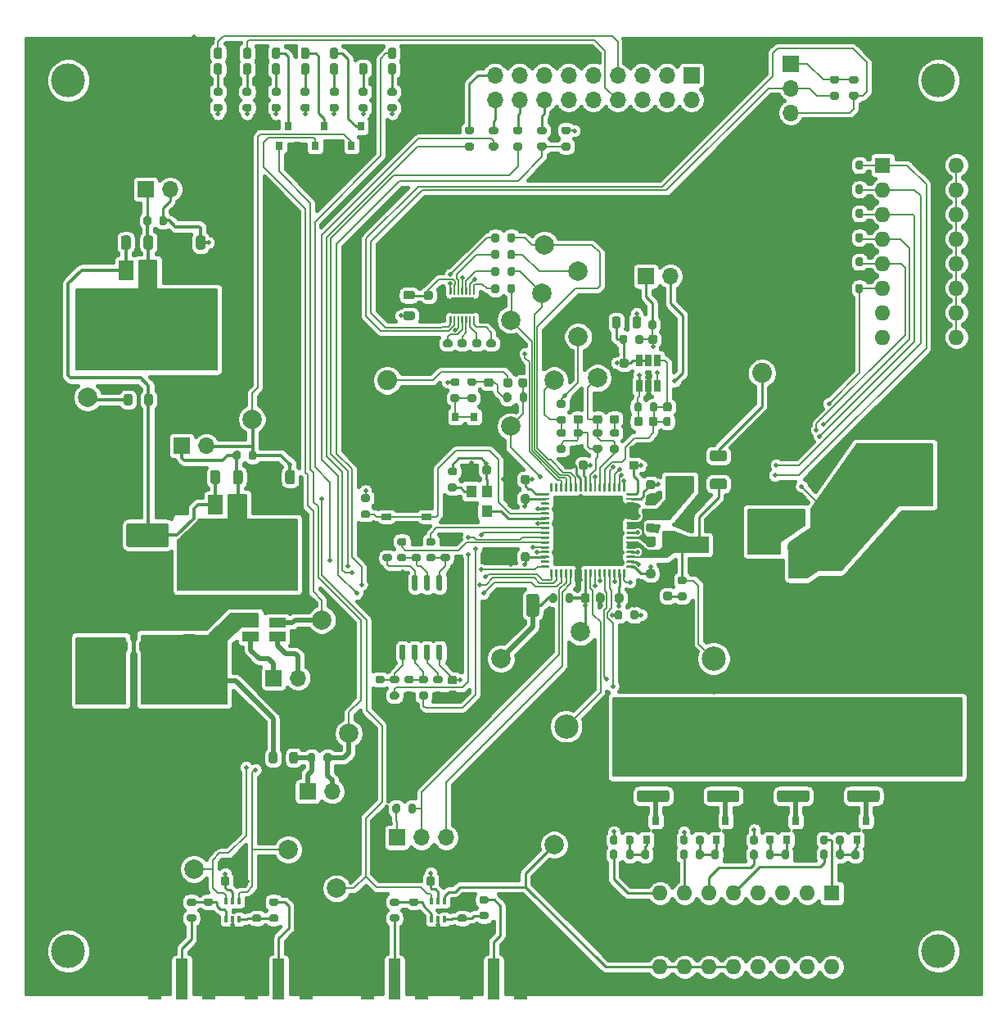
<source format=gbr>
%TF.GenerationSoftware,KiCad,Pcbnew,5.1.10-88a1d61d58~90~ubuntu20.04.1*%
%TF.CreationDate,2021-12-17T14:40:14-08:00*%
%TF.ProjectId,pmic-test-board,706d6963-2d74-4657-9374-2d626f617264,rev?*%
%TF.SameCoordinates,Original*%
%TF.FileFunction,Copper,L1,Top*%
%TF.FilePolarity,Positive*%
%FSLAX46Y46*%
G04 Gerber Fmt 4.6, Leading zero omitted, Abs format (unit mm)*
G04 Created by KiCad (PCBNEW 5.1.10-88a1d61d58~90~ubuntu20.04.1) date 2021-12-17 14:40:14*
%MOMM*%
%LPD*%
G01*
G04 APERTURE LIST*
%TA.AperFunction,ComponentPad*%
%ADD10C,2.000000*%
%TD*%
%TA.AperFunction,SMDPad,CuDef*%
%ADD11R,1.050000X0.650000*%
%TD*%
%TA.AperFunction,SMDPad,CuDef*%
%ADD12R,2.000000X1.700000*%
%TD*%
%TA.AperFunction,ComponentPad*%
%ADD13O,1.700000X1.700000*%
%TD*%
%TA.AperFunction,ComponentPad*%
%ADD14R,1.700000X1.700000*%
%TD*%
%TA.AperFunction,SMDPad,CuDef*%
%ADD15R,1.750000X1.100000*%
%TD*%
%TA.AperFunction,ComponentPad*%
%ADD16C,2.250000*%
%TD*%
%TA.AperFunction,ComponentPad*%
%ADD17C,2.050000*%
%TD*%
%TA.AperFunction,WasherPad*%
%ADD18C,3.500000*%
%TD*%
%TA.AperFunction,ComponentPad*%
%ADD19C,2.500000*%
%TD*%
%TA.AperFunction,ComponentPad*%
%ADD20C,1.700000*%
%TD*%
%TA.AperFunction,SMDPad,CuDef*%
%ADD21R,1.100000X1.300000*%
%TD*%
%TA.AperFunction,SMDPad,CuDef*%
%ADD22R,0.650000X1.220000*%
%TD*%
%TA.AperFunction,SMDPad,CuDef*%
%ADD23R,2.350000X1.780000*%
%TD*%
%TA.AperFunction,SMDPad,CuDef*%
%ADD24R,0.800000X0.900000*%
%TD*%
%TA.AperFunction,SMDPad,CuDef*%
%ADD25R,1.500000X2.000000*%
%TD*%
%TA.AperFunction,SMDPad,CuDef*%
%ADD26R,3.800000X2.000000*%
%TD*%
%TA.AperFunction,SMDPad,CuDef*%
%ADD27R,6.000000X6.000000*%
%TD*%
%TA.AperFunction,SMDPad,CuDef*%
%ADD28R,0.400000X0.650000*%
%TD*%
%TA.AperFunction,ComponentPad*%
%ADD29O,1.600000X1.600000*%
%TD*%
%TA.AperFunction,ComponentPad*%
%ADD30R,1.600000X1.600000*%
%TD*%
%TA.AperFunction,SMDPad,CuDef*%
%ADD31R,1.270000X4.200000*%
%TD*%
%TA.AperFunction,SMDPad,CuDef*%
%ADD32R,1.350000X4.700000*%
%TD*%
%TA.AperFunction,SMDPad,CuDef*%
%ADD33R,0.450000X0.600000*%
%TD*%
%TA.AperFunction,ViaPad*%
%ADD34C,0.460000*%
%TD*%
%TA.AperFunction,Conductor*%
%ADD35C,0.360000*%
%TD*%
%TA.AperFunction,Conductor*%
%ADD36C,0.240000*%
%TD*%
%TA.AperFunction,Conductor*%
%ADD37C,0.127000*%
%TD*%
%TA.AperFunction,Conductor*%
%ADD38C,0.500000*%
%TD*%
%TA.AperFunction,Conductor*%
%ADD39C,0.200000*%
%TD*%
%TA.AperFunction,Conductor*%
%ADD40C,0.100000*%
%TD*%
%TA.AperFunction,Conductor*%
%ADD41C,0.400000*%
%TD*%
G04 APERTURE END LIST*
D10*
%TO.P,TP111,1*%
%TO.N,GND*%
X107500000Y-138500000D03*
%TD*%
%TO.P,TP110,1*%
%TO.N,LOAD_SW*%
X155250000Y-134000000D03*
%TD*%
%TO.P,TP109,1*%
%TO.N,/pmos_val*%
X127750000Y-134500000D03*
%TD*%
%TO.P,TP108,1*%
%TO.N,/timeout_ext*%
X132750000Y-138500000D03*
%TD*%
%TO.P,TP107,1*%
%TO.N,/nmos_val*%
X118000000Y-136500000D03*
%TD*%
D11*
%TO.P,SW102,2*%
%TO.N,GND*%
X137925000Y-97925000D03*
X142075000Y-97925000D03*
%TO.P,SW102,1*%
%TO.N,/~RST*%
X137925000Y-100075000D03*
X142075000Y-100075000D03*
%TD*%
D12*
%TO.P,L101,2*%
%TO.N,Net-(J105-Pad1)*%
X176250000Y-103000000D03*
%TO.P,L101,1*%
%TO.N,/vsw*%
X170250000Y-103000000D03*
%TD*%
D10*
%TO.P,TP106,1*%
%TO.N,Net-(R120-Pad1)*%
X155250000Y-86000000D03*
%TD*%
%TO.P,TP105,1*%
%TO.N,/BUCK_VOUT*%
X157750000Y-81500000D03*
%TD*%
%TO.P,R149,2*%
%TO.N,Net-(R120-Pad1)*%
%TA.AperFunction,SMDPad,CuDef*%
G36*
G01*
X155725000Y-89675000D02*
X156275000Y-89675000D01*
G75*
G02*
X156475000Y-89875000I0J-200000D01*
G01*
X156475000Y-90275000D01*
G75*
G02*
X156275000Y-90475000I-200000J0D01*
G01*
X155725000Y-90475000D01*
G75*
G02*
X155525000Y-90275000I0J200000D01*
G01*
X155525000Y-89875000D01*
G75*
G02*
X155725000Y-89675000I200000J0D01*
G01*
G37*
%TD.AperFunction*%
%TO.P,R149,1*%
%TO.N,/BUCK_VOUT*%
%TA.AperFunction,SMDPad,CuDef*%
G36*
G01*
X155725000Y-88025000D02*
X156275000Y-88025000D01*
G75*
G02*
X156475000Y-88225000I0J-200000D01*
G01*
X156475000Y-88625000D01*
G75*
G02*
X156275000Y-88825000I-200000J0D01*
G01*
X155725000Y-88825000D01*
G75*
G02*
X155525000Y-88625000I0J200000D01*
G01*
X155525000Y-88225000D01*
G75*
G02*
X155725000Y-88025000I200000J0D01*
G01*
G37*
%TD.AperFunction*%
%TD*%
%TO.P,R148,2*%
%TO.N,+3V3*%
%TA.AperFunction,SMDPad,CuDef*%
G36*
G01*
X139325000Y-129975000D02*
X139325000Y-130525000D01*
G75*
G02*
X139125000Y-130725000I-200000J0D01*
G01*
X138725000Y-130725000D01*
G75*
G02*
X138525000Y-130525000I0J200000D01*
G01*
X138525000Y-129975000D01*
G75*
G02*
X138725000Y-129775000I200000J0D01*
G01*
X139125000Y-129775000D01*
G75*
G02*
X139325000Y-129975000I0J-200000D01*
G01*
G37*
%TD.AperFunction*%
%TO.P,R148,1*%
%TO.N,/SER_RX*%
%TA.AperFunction,SMDPad,CuDef*%
G36*
G01*
X140975000Y-129975000D02*
X140975000Y-130525000D01*
G75*
G02*
X140775000Y-130725000I-200000J0D01*
G01*
X140375000Y-130725000D01*
G75*
G02*
X140175000Y-130525000I0J200000D01*
G01*
X140175000Y-129975000D01*
G75*
G02*
X140375000Y-129775000I200000J0D01*
G01*
X140775000Y-129775000D01*
G75*
G02*
X140975000Y-129975000I0J-200000D01*
G01*
G37*
%TD.AperFunction*%
%TD*%
%TO.P,R147,2*%
%TO.N,+3V3*%
%TA.AperFunction,SMDPad,CuDef*%
G36*
G01*
X156775000Y-60575000D02*
X156225000Y-60575000D01*
G75*
G02*
X156025000Y-60375000I0J200000D01*
G01*
X156025000Y-59975000D01*
G75*
G02*
X156225000Y-59775000I200000J0D01*
G01*
X156775000Y-59775000D01*
G75*
G02*
X156975000Y-59975000I0J-200000D01*
G01*
X156975000Y-60375000D01*
G75*
G02*
X156775000Y-60575000I-200000J0D01*
G01*
G37*
%TD.AperFunction*%
%TO.P,R147,1*%
%TO.N,/HOST_CSB*%
%TA.AperFunction,SMDPad,CuDef*%
G36*
G01*
X156775000Y-62225000D02*
X156225000Y-62225000D01*
G75*
G02*
X156025000Y-62025000I0J200000D01*
G01*
X156025000Y-61625000D01*
G75*
G02*
X156225000Y-61425000I200000J0D01*
G01*
X156775000Y-61425000D01*
G75*
G02*
X156975000Y-61625000I0J-200000D01*
G01*
X156975000Y-62025000D01*
G75*
G02*
X156775000Y-62225000I-200000J0D01*
G01*
G37*
%TD.AperFunction*%
%TD*%
D13*
%TO.P,J204,2*%
%TO.N,+3V3*%
X115540000Y-66250000D03*
D14*
%TO.P,J204,1*%
%TO.N,Net-(C207-Pad1)*%
X113000000Y-66250000D03*
%TD*%
%TO.P,R313,2*%
%TO.N,+3V3*%
%TA.AperFunction,SMDPad,CuDef*%
G36*
G01*
X186525000Y-55325000D02*
X185975000Y-55325000D01*
G75*
G02*
X185775000Y-55125000I0J200000D01*
G01*
X185775000Y-54725000D01*
G75*
G02*
X185975000Y-54525000I200000J0D01*
G01*
X186525000Y-54525000D01*
G75*
G02*
X186725000Y-54725000I0J-200000D01*
G01*
X186725000Y-55125000D01*
G75*
G02*
X186525000Y-55325000I-200000J0D01*
G01*
G37*
%TD.AperFunction*%
%TO.P,R313,1*%
%TO.N,SCL*%
%TA.AperFunction,SMDPad,CuDef*%
G36*
G01*
X186525000Y-56975000D02*
X185975000Y-56975000D01*
G75*
G02*
X185775000Y-56775000I0J200000D01*
G01*
X185775000Y-56375000D01*
G75*
G02*
X185975000Y-56175000I200000J0D01*
G01*
X186525000Y-56175000D01*
G75*
G02*
X186725000Y-56375000I0J-200000D01*
G01*
X186725000Y-56775000D01*
G75*
G02*
X186525000Y-56975000I-200000J0D01*
G01*
G37*
%TD.AperFunction*%
%TD*%
%TO.P,R312,2*%
%TO.N,+3V3*%
%TA.AperFunction,SMDPad,CuDef*%
G36*
G01*
X184525000Y-55325000D02*
X183975000Y-55325000D01*
G75*
G02*
X183775000Y-55125000I0J200000D01*
G01*
X183775000Y-54725000D01*
G75*
G02*
X183975000Y-54525000I200000J0D01*
G01*
X184525000Y-54525000D01*
G75*
G02*
X184725000Y-54725000I0J-200000D01*
G01*
X184725000Y-55125000D01*
G75*
G02*
X184525000Y-55325000I-200000J0D01*
G01*
G37*
%TD.AperFunction*%
%TO.P,R312,1*%
%TO.N,SDA*%
%TA.AperFunction,SMDPad,CuDef*%
G36*
G01*
X184525000Y-56975000D02*
X183975000Y-56975000D01*
G75*
G02*
X183775000Y-56775000I0J200000D01*
G01*
X183775000Y-56375000D01*
G75*
G02*
X183975000Y-56175000I200000J0D01*
G01*
X184525000Y-56175000D01*
G75*
G02*
X184725000Y-56375000I0J-200000D01*
G01*
X184725000Y-56775000D01*
G75*
G02*
X184525000Y-56975000I-200000J0D01*
G01*
G37*
%TD.AperFunction*%
%TD*%
%TO.P,FB401,2*%
%TO.N,+3V3*%
%TA.AperFunction,SMDPad,CuDef*%
G36*
G01*
X163375000Y-80381250D02*
X163375000Y-79618750D01*
G75*
G02*
X163593750Y-79400000I218750J0D01*
G01*
X164031250Y-79400000D01*
G75*
G02*
X164250000Y-79618750I0J-218750D01*
G01*
X164250000Y-80381250D01*
G75*
G02*
X164031250Y-80600000I-218750J0D01*
G01*
X163593750Y-80600000D01*
G75*
G02*
X163375000Y-80381250I0J218750D01*
G01*
G37*
%TD.AperFunction*%
%TO.P,FB401,1*%
%TO.N,/TIA/TIA_3V3*%
%TA.AperFunction,SMDPad,CuDef*%
G36*
G01*
X161250000Y-80381250D02*
X161250000Y-79618750D01*
G75*
G02*
X161468750Y-79400000I218750J0D01*
G01*
X161906250Y-79400000D01*
G75*
G02*
X162125000Y-79618750I0J-218750D01*
G01*
X162125000Y-80381250D01*
G75*
G02*
X161906250Y-80600000I-218750J0D01*
G01*
X161468750Y-80600000D01*
G75*
G02*
X161250000Y-80381250I0J218750D01*
G01*
G37*
%TD.AperFunction*%
%TD*%
%TO.P,R146,2*%
%TO.N,Net-(J104-Pad1)*%
%TA.AperFunction,SMDPad,CuDef*%
G36*
G01*
X148275000Y-140075000D02*
X147725000Y-140075000D01*
G75*
G02*
X147525000Y-139875000I0J200000D01*
G01*
X147525000Y-139475000D01*
G75*
G02*
X147725000Y-139275000I200000J0D01*
G01*
X148275000Y-139275000D01*
G75*
G02*
X148475000Y-139475000I0J-200000D01*
G01*
X148475000Y-139875000D01*
G75*
G02*
X148275000Y-140075000I-200000J0D01*
G01*
G37*
%TD.AperFunction*%
%TO.P,R146,1*%
%TO.N,Net-(R105-Pad1)*%
%TA.AperFunction,SMDPad,CuDef*%
G36*
G01*
X148275000Y-141725000D02*
X147725000Y-141725000D01*
G75*
G02*
X147525000Y-141525000I0J200000D01*
G01*
X147525000Y-141125000D01*
G75*
G02*
X147725000Y-140925000I200000J0D01*
G01*
X148275000Y-140925000D01*
G75*
G02*
X148475000Y-141125000I0J-200000D01*
G01*
X148475000Y-141525000D01*
G75*
G02*
X148275000Y-141725000I-200000J0D01*
G01*
G37*
%TD.AperFunction*%
%TD*%
%TO.P,R145,2*%
%TO.N,Net-(J103-Pad1)*%
%TA.AperFunction,SMDPad,CuDef*%
G36*
G01*
X138475000Y-141175000D02*
X139025000Y-141175000D01*
G75*
G02*
X139225000Y-141375000I0J-200000D01*
G01*
X139225000Y-141775000D01*
G75*
G02*
X139025000Y-141975000I-200000J0D01*
G01*
X138475000Y-141975000D01*
G75*
G02*
X138275000Y-141775000I0J200000D01*
G01*
X138275000Y-141375000D01*
G75*
G02*
X138475000Y-141175000I200000J0D01*
G01*
G37*
%TD.AperFunction*%
%TO.P,R145,1*%
%TO.N,Net-(R104-Pad2)*%
%TA.AperFunction,SMDPad,CuDef*%
G36*
G01*
X138475000Y-139525000D02*
X139025000Y-139525000D01*
G75*
G02*
X139225000Y-139725000I0J-200000D01*
G01*
X139225000Y-140125000D01*
G75*
G02*
X139025000Y-140325000I-200000J0D01*
G01*
X138475000Y-140325000D01*
G75*
G02*
X138275000Y-140125000I0J200000D01*
G01*
X138275000Y-139725000D01*
G75*
G02*
X138475000Y-139525000I200000J0D01*
G01*
G37*
%TD.AperFunction*%
%TD*%
%TO.P,R144,2*%
%TO.N,Net-(J102-Pad1)*%
%TA.AperFunction,SMDPad,CuDef*%
G36*
G01*
X126525000Y-140325000D02*
X125975000Y-140325000D01*
G75*
G02*
X125775000Y-140125000I0J200000D01*
G01*
X125775000Y-139725000D01*
G75*
G02*
X125975000Y-139525000I200000J0D01*
G01*
X126525000Y-139525000D01*
G75*
G02*
X126725000Y-139725000I0J-200000D01*
G01*
X126725000Y-140125000D01*
G75*
G02*
X126525000Y-140325000I-200000J0D01*
G01*
G37*
%TD.AperFunction*%
%TO.P,R144,1*%
%TO.N,Net-(R103-Pad1)*%
%TA.AperFunction,SMDPad,CuDef*%
G36*
G01*
X126525000Y-141975000D02*
X125975000Y-141975000D01*
G75*
G02*
X125775000Y-141775000I0J200000D01*
G01*
X125775000Y-141375000D01*
G75*
G02*
X125975000Y-141175000I200000J0D01*
G01*
X126525000Y-141175000D01*
G75*
G02*
X126725000Y-141375000I0J-200000D01*
G01*
X126725000Y-141775000D01*
G75*
G02*
X126525000Y-141975000I-200000J0D01*
G01*
G37*
%TD.AperFunction*%
%TD*%
%TO.P,R143,2*%
%TO.N,Net-(J101-Pad1)*%
%TA.AperFunction,SMDPad,CuDef*%
G36*
G01*
X117475000Y-141175000D02*
X118025000Y-141175000D01*
G75*
G02*
X118225000Y-141375000I0J-200000D01*
G01*
X118225000Y-141775000D01*
G75*
G02*
X118025000Y-141975000I-200000J0D01*
G01*
X117475000Y-141975000D01*
G75*
G02*
X117275000Y-141775000I0J200000D01*
G01*
X117275000Y-141375000D01*
G75*
G02*
X117475000Y-141175000I200000J0D01*
G01*
G37*
%TD.AperFunction*%
%TO.P,R143,1*%
%TO.N,Net-(R102-Pad2)*%
%TA.AperFunction,SMDPad,CuDef*%
G36*
G01*
X117475000Y-139525000D02*
X118025000Y-139525000D01*
G75*
G02*
X118225000Y-139725000I0J-200000D01*
G01*
X118225000Y-140125000D01*
G75*
G02*
X118025000Y-140325000I-200000J0D01*
G01*
X117475000Y-140325000D01*
G75*
G02*
X117275000Y-140125000I0J200000D01*
G01*
X117275000Y-139725000D01*
G75*
G02*
X117475000Y-139525000I200000J0D01*
G01*
G37*
%TD.AperFunction*%
%TD*%
D15*
%TO.P,R201,3*%
%TO.N,Net-(J202-Pad1)*%
X123875000Y-112450000D03*
%TO.P,R201,4*%
%TO.N,/Power/VIN_PWR*%
X123875000Y-111050000D03*
%TO.P,R201,2*%
%TO.N,Net-(J202-Pad2)*%
X126625000Y-112450000D03*
%TO.P,R201,1*%
%TO.N,BUCK_PWR*%
X126625000Y-111050000D03*
%TD*%
D16*
%TO.P,J301,2*%
%TO.N,GND*%
X140540000Y-83460000D03*
X140540000Y-88540000D03*
X135460000Y-88540000D03*
X135460000Y-83460000D03*
D17*
%TO.P,J301,1*%
%TO.N,Net-(C301-Pad2)*%
X138000000Y-86000000D03*
%TD*%
D16*
%TO.P,J110,2*%
%TO.N,GND*%
X179290000Y-82710000D03*
X179290000Y-87790000D03*
X174210000Y-87790000D03*
X174210000Y-82710000D03*
D17*
%TO.P,J110,1*%
%TO.N,Net-(J110-Pad1)*%
X176750000Y-85250000D03*
%TD*%
%TO.P,R107,2*%
%TO.N,/vcomp*%
%TA.AperFunction,SMDPad,CuDef*%
G36*
G01*
X160025000Y-91825000D02*
X159475000Y-91825000D01*
G75*
G02*
X159275000Y-91625000I0J200000D01*
G01*
X159275000Y-91225000D01*
G75*
G02*
X159475000Y-91025000I200000J0D01*
G01*
X160025000Y-91025000D01*
G75*
G02*
X160225000Y-91225000I0J-200000D01*
G01*
X160225000Y-91625000D01*
G75*
G02*
X160025000Y-91825000I-200000J0D01*
G01*
G37*
%TD.AperFunction*%
%TO.P,R107,1*%
%TO.N,/vfb*%
%TA.AperFunction,SMDPad,CuDef*%
G36*
G01*
X160025000Y-93475000D02*
X159475000Y-93475000D01*
G75*
G02*
X159275000Y-93275000I0J200000D01*
G01*
X159275000Y-92875000D01*
G75*
G02*
X159475000Y-92675000I200000J0D01*
G01*
X160025000Y-92675000D01*
G75*
G02*
X160225000Y-92875000I0J-200000D01*
G01*
X160225000Y-93275000D01*
G75*
G02*
X160025000Y-93475000I-200000J0D01*
G01*
G37*
%TD.AperFunction*%
%TD*%
%TO.P,C301,2*%
%TO.N,Net-(C301-Pad2)*%
%TA.AperFunction,SMDPad,CuDef*%
G36*
G01*
X150925000Y-86000000D02*
X150925000Y-86500000D01*
G75*
G02*
X150700000Y-86725000I-225000J0D01*
G01*
X150250000Y-86725000D01*
G75*
G02*
X150025000Y-86500000I0J225000D01*
G01*
X150025000Y-86000000D01*
G75*
G02*
X150250000Y-85775000I225000J0D01*
G01*
X150700000Y-85775000D01*
G75*
G02*
X150925000Y-86000000I0J-225000D01*
G01*
G37*
%TD.AperFunction*%
%TO.P,C301,1*%
%TO.N,VREF*%
%TA.AperFunction,SMDPad,CuDef*%
G36*
G01*
X152475000Y-86000000D02*
X152475000Y-86500000D01*
G75*
G02*
X152250000Y-86725000I-225000J0D01*
G01*
X151800000Y-86725000D01*
G75*
G02*
X151575000Y-86500000I0J225000D01*
G01*
X151575000Y-86000000D01*
G75*
G02*
X151800000Y-85775000I225000J0D01*
G01*
X152250000Y-85775000D01*
G75*
G02*
X152475000Y-86000000I0J-225000D01*
G01*
G37*
%TD.AperFunction*%
%TD*%
%TO.P,R142,2*%
%TO.N,Net-(J105-Pad1)*%
%TA.AperFunction,SMDPad,CuDef*%
G36*
G01*
X178575000Y-102975000D02*
X178575000Y-103525000D01*
G75*
G02*
X178375000Y-103725000I-200000J0D01*
G01*
X177975000Y-103725000D01*
G75*
G02*
X177775000Y-103525000I0J200000D01*
G01*
X177775000Y-102975000D01*
G75*
G02*
X177975000Y-102775000I200000J0D01*
G01*
X178375000Y-102775000D01*
G75*
G02*
X178575000Y-102975000I0J-200000D01*
G01*
G37*
%TD.AperFunction*%
%TO.P,R142,1*%
%TO.N,/BUCK_VOUT*%
%TA.AperFunction,SMDPad,CuDef*%
G36*
G01*
X180225000Y-102975000D02*
X180225000Y-103525000D01*
G75*
G02*
X180025000Y-103725000I-200000J0D01*
G01*
X179625000Y-103725000D01*
G75*
G02*
X179425000Y-103525000I0J200000D01*
G01*
X179425000Y-102975000D01*
G75*
G02*
X179625000Y-102775000I200000J0D01*
G01*
X180025000Y-102775000D01*
G75*
G02*
X180225000Y-102975000I0J-200000D01*
G01*
G37*
%TD.AperFunction*%
%TD*%
D18*
%TO.P,J118,*%
%TO.N,*%
X195000000Y-145000000D03*
%TD*%
%TO.P,J117,*%
%TO.N,*%
X105000000Y-145000000D03*
%TD*%
%TO.P,J116,*%
%TO.N,*%
X105000000Y-55000000D03*
%TD*%
%TO.P,J115,*%
%TO.N,*%
X195000000Y-55000000D03*
%TD*%
D19*
%TO.P,J114,1*%
%TO.N,/osc_monitor*%
X156500000Y-121750000D03*
D20*
%TO.P,J114,2*%
%TO.N,GND*%
X156500000Y-124650000D03*
X159400000Y-121750000D03*
X156500000Y-118850000D03*
X153600000Y-121750000D03*
%TD*%
%TO.P,C121,2*%
%TO.N,GND*%
%TA.AperFunction,SMDPad,CuDef*%
G36*
G01*
X143575000Y-138000000D02*
X143575000Y-137500000D01*
G75*
G02*
X143800000Y-137275000I225000J0D01*
G01*
X144250000Y-137275000D01*
G75*
G02*
X144475000Y-137500000I0J-225000D01*
G01*
X144475000Y-138000000D01*
G75*
G02*
X144250000Y-138225000I-225000J0D01*
G01*
X143800000Y-138225000D01*
G75*
G02*
X143575000Y-138000000I0J225000D01*
G01*
G37*
%TD.AperFunction*%
%TO.P,C121,1*%
%TO.N,+3V3*%
%TA.AperFunction,SMDPad,CuDef*%
G36*
G01*
X142025000Y-138000000D02*
X142025000Y-137500000D01*
G75*
G02*
X142250000Y-137275000I225000J0D01*
G01*
X142700000Y-137275000D01*
G75*
G02*
X142925000Y-137500000I0J-225000D01*
G01*
X142925000Y-138000000D01*
G75*
G02*
X142700000Y-138225000I-225000J0D01*
G01*
X142250000Y-138225000D01*
G75*
G02*
X142025000Y-138000000I0J225000D01*
G01*
G37*
%TD.AperFunction*%
%TD*%
%TO.P,C120,2*%
%TO.N,GND*%
%TA.AperFunction,SMDPad,CuDef*%
G36*
G01*
X122325000Y-138000000D02*
X122325000Y-137500000D01*
G75*
G02*
X122550000Y-137275000I225000J0D01*
G01*
X123000000Y-137275000D01*
G75*
G02*
X123225000Y-137500000I0J-225000D01*
G01*
X123225000Y-138000000D01*
G75*
G02*
X123000000Y-138225000I-225000J0D01*
G01*
X122550000Y-138225000D01*
G75*
G02*
X122325000Y-138000000I0J225000D01*
G01*
G37*
%TD.AperFunction*%
%TO.P,C120,1*%
%TO.N,+3V3*%
%TA.AperFunction,SMDPad,CuDef*%
G36*
G01*
X120775000Y-138000000D02*
X120775000Y-137500000D01*
G75*
G02*
X121000000Y-137275000I225000J0D01*
G01*
X121450000Y-137275000D01*
G75*
G02*
X121675000Y-137500000I0J-225000D01*
G01*
X121675000Y-138000000D01*
G75*
G02*
X121450000Y-138225000I-225000J0D01*
G01*
X121000000Y-138225000D01*
G75*
G02*
X120775000Y-138000000I0J225000D01*
G01*
G37*
%TD.AperFunction*%
%TD*%
D10*
%TO.P,J113,1*%
%TO.N,/BUCK_VOUT*%
X193000000Y-94000000D03*
%TO.P,J113,2*%
X193000000Y-97500000D03*
%TO.P,J113,3*%
%TO.N,GND*%
X193000000Y-101000000D03*
%TO.P,J113,4*%
X193000000Y-104500000D03*
%TD*%
D13*
%TO.P,J105,2*%
%TO.N,/BUCK_VOUT*%
X182790000Y-100250000D03*
D14*
%TO.P,J105,1*%
%TO.N,Net-(J105-Pad1)*%
X180250000Y-100250000D03*
%TD*%
D21*
%TO.P,X101,4*%
%TO.N,+3V3*%
X148325000Y-97450000D03*
%TO.P,X101,3*%
%TO.N,/clk*%
X148325000Y-99550000D03*
%TO.P,X101,2*%
%TO.N,GND*%
X146675000Y-99550000D03*
%TO.P,X101,1*%
%TO.N,Net-(R117-Pad2)*%
X146675000Y-97450000D03*
%TD*%
D22*
%TO.P,U401,6*%
%TO.N,/TIA/TIA_3V3*%
X164050000Y-83940000D03*
%TO.P,U401,5*%
X165000000Y-83940000D03*
%TO.P,U401,4*%
%TO.N,IMON*%
X165950000Y-83940000D03*
%TO.P,U401,3*%
%TO.N,/TIA/TIA_VREF*%
X165950000Y-86560000D03*
%TO.P,U401,2*%
%TO.N,GND*%
X165000000Y-86560000D03*
%TO.P,U401,1*%
%TO.N,/TIA/TIA_SENSE*%
X164050000Y-86560000D03*
%TD*%
D23*
%TO.P,U302,15*%
%TO.N,GND*%
X145750000Y-78250000D03*
%TO.P,U302,14*%
%TO.N,Net-(R306-Pad2)*%
%TA.AperFunction,SMDPad,CuDef*%
G36*
G01*
X144600000Y-77150000D02*
X144500000Y-77150000D01*
G75*
G02*
X144450000Y-77100000I0J50000D01*
G01*
X144450000Y-76425000D01*
G75*
G02*
X144500000Y-76375000I50000J0D01*
G01*
X144600000Y-76375000D01*
G75*
G02*
X144650000Y-76425000I0J-50000D01*
G01*
X144650000Y-77100000D01*
G75*
G02*
X144600000Y-77150000I-50000J0D01*
G01*
G37*
%TD.AperFunction*%
%TO.P,U302,13*%
%TO.N,Net-(C302-Pad1)*%
%TA.AperFunction,SMDPad,CuDef*%
G36*
G01*
X145000000Y-77150000D02*
X144900000Y-77150000D01*
G75*
G02*
X144850000Y-77100000I0J50000D01*
G01*
X144850000Y-76425000D01*
G75*
G02*
X144900000Y-76375000I50000J0D01*
G01*
X145000000Y-76375000D01*
G75*
G02*
X145050000Y-76425000I0J-50000D01*
G01*
X145050000Y-77100000D01*
G75*
G02*
X145000000Y-77150000I-50000J0D01*
G01*
G37*
%TD.AperFunction*%
%TO.P,U302,12*%
%TO.N,Net-(R307-Pad2)*%
%TA.AperFunction,SMDPad,CuDef*%
G36*
G01*
X145400000Y-77150000D02*
X145300000Y-77150000D01*
G75*
G02*
X145250000Y-77100000I0J50000D01*
G01*
X145250000Y-76425000D01*
G75*
G02*
X145300000Y-76375000I50000J0D01*
G01*
X145400000Y-76375000D01*
G75*
G02*
X145450000Y-76425000I0J-50000D01*
G01*
X145450000Y-77100000D01*
G75*
G02*
X145400000Y-77150000I-50000J0D01*
G01*
G37*
%TD.AperFunction*%
%TO.P,U302,11*%
%TO.N,GND*%
%TA.AperFunction,SMDPad,CuDef*%
G36*
G01*
X145800000Y-77150000D02*
X145700000Y-77150000D01*
G75*
G02*
X145650000Y-77100000I0J50000D01*
G01*
X145650000Y-76425000D01*
G75*
G02*
X145700000Y-76375000I50000J0D01*
G01*
X145800000Y-76375000D01*
G75*
G02*
X145850000Y-76425000I0J-50000D01*
G01*
X145850000Y-77100000D01*
G75*
G02*
X145800000Y-77150000I-50000J0D01*
G01*
G37*
%TD.AperFunction*%
%TO.P,U302,10*%
%TO.N,Net-(R308-Pad2)*%
%TA.AperFunction,SMDPad,CuDef*%
G36*
G01*
X146200000Y-77150000D02*
X146100000Y-77150000D01*
G75*
G02*
X146050000Y-77100000I0J50000D01*
G01*
X146050000Y-76425000D01*
G75*
G02*
X146100000Y-76375000I50000J0D01*
G01*
X146200000Y-76375000D01*
G75*
G02*
X146250000Y-76425000I0J-50000D01*
G01*
X146250000Y-77100000D01*
G75*
G02*
X146200000Y-77150000I-50000J0D01*
G01*
G37*
%TD.AperFunction*%
%TO.P,U302,9*%
%TO.N,GND*%
%TA.AperFunction,SMDPad,CuDef*%
G36*
G01*
X146600000Y-77150000D02*
X146500000Y-77150000D01*
G75*
G02*
X146450000Y-77100000I0J50000D01*
G01*
X146450000Y-76425000D01*
G75*
G02*
X146500000Y-76375000I50000J0D01*
G01*
X146600000Y-76375000D01*
G75*
G02*
X146650000Y-76425000I0J-50000D01*
G01*
X146650000Y-77100000D01*
G75*
G02*
X146600000Y-77150000I-50000J0D01*
G01*
G37*
%TD.AperFunction*%
%TO.P,U302,8*%
%TO.N,Net-(R309-Pad2)*%
%TA.AperFunction,SMDPad,CuDef*%
G36*
G01*
X147000000Y-77150000D02*
X146900000Y-77150000D01*
G75*
G02*
X146850000Y-77100000I0J50000D01*
G01*
X146850000Y-76425000D01*
G75*
G02*
X146900000Y-76375000I50000J0D01*
G01*
X147000000Y-76375000D01*
G75*
G02*
X147050000Y-76425000I0J-50000D01*
G01*
X147050000Y-77100000D01*
G75*
G02*
X147000000Y-77150000I-50000J0D01*
G01*
G37*
%TD.AperFunction*%
%TO.P,U302,7*%
%TO.N,Net-(R303-Pad1)*%
%TA.AperFunction,SMDPad,CuDef*%
G36*
G01*
X147000000Y-80125000D02*
X146900000Y-80125000D01*
G75*
G02*
X146850000Y-80075000I0J50000D01*
G01*
X146850000Y-79400000D01*
G75*
G02*
X146900000Y-79350000I50000J0D01*
G01*
X147000000Y-79350000D01*
G75*
G02*
X147050000Y-79400000I0J-50000D01*
G01*
X147050000Y-80075000D01*
G75*
G02*
X147000000Y-80125000I-50000J0D01*
G01*
G37*
%TD.AperFunction*%
%TO.P,U302,6*%
%TO.N,Net-(R305-Pad1)*%
%TA.AperFunction,SMDPad,CuDef*%
G36*
G01*
X146600000Y-80125000D02*
X146500000Y-80125000D01*
G75*
G02*
X146450000Y-80075000I0J50000D01*
G01*
X146450000Y-79400000D01*
G75*
G02*
X146500000Y-79350000I50000J0D01*
G01*
X146600000Y-79350000D01*
G75*
G02*
X146650000Y-79400000I0J-50000D01*
G01*
X146650000Y-80075000D01*
G75*
G02*
X146600000Y-80125000I-50000J0D01*
G01*
G37*
%TD.AperFunction*%
%TO.P,U302,5*%
%TO.N,Net-(R310-Pad1)*%
%TA.AperFunction,SMDPad,CuDef*%
G36*
G01*
X146200000Y-80125000D02*
X146100000Y-80125000D01*
G75*
G02*
X146050000Y-80075000I0J50000D01*
G01*
X146050000Y-79400000D01*
G75*
G02*
X146100000Y-79350000I50000J0D01*
G01*
X146200000Y-79350000D01*
G75*
G02*
X146250000Y-79400000I0J-50000D01*
G01*
X146250000Y-80075000D01*
G75*
G02*
X146200000Y-80125000I-50000J0D01*
G01*
G37*
%TD.AperFunction*%
%TO.P,U302,4*%
%TO.N,Net-(R311-Pad1)*%
%TA.AperFunction,SMDPad,CuDef*%
G36*
G01*
X145800000Y-80125000D02*
X145700000Y-80125000D01*
G75*
G02*
X145650000Y-80075000I0J50000D01*
G01*
X145650000Y-79400000D01*
G75*
G02*
X145700000Y-79350000I50000J0D01*
G01*
X145800000Y-79350000D01*
G75*
G02*
X145850000Y-79400000I0J-50000D01*
G01*
X145850000Y-80075000D01*
G75*
G02*
X145800000Y-80125000I-50000J0D01*
G01*
G37*
%TD.AperFunction*%
%TO.P,U302,3*%
%TO.N,GND*%
%TA.AperFunction,SMDPad,CuDef*%
G36*
G01*
X145400000Y-80125000D02*
X145300000Y-80125000D01*
G75*
G02*
X145250000Y-80075000I0J50000D01*
G01*
X145250000Y-79400000D01*
G75*
G02*
X145300000Y-79350000I50000J0D01*
G01*
X145400000Y-79350000D01*
G75*
G02*
X145450000Y-79400000I0J-50000D01*
G01*
X145450000Y-80075000D01*
G75*
G02*
X145400000Y-80125000I-50000J0D01*
G01*
G37*
%TD.AperFunction*%
%TO.P,U302,2*%
%TO.N,SCL*%
%TA.AperFunction,SMDPad,CuDef*%
G36*
G01*
X145000000Y-80125000D02*
X144900000Y-80125000D01*
G75*
G02*
X144850000Y-80075000I0J50000D01*
G01*
X144850000Y-79400000D01*
G75*
G02*
X144900000Y-79350000I50000J0D01*
G01*
X145000000Y-79350000D01*
G75*
G02*
X145050000Y-79400000I0J-50000D01*
G01*
X145050000Y-80075000D01*
G75*
G02*
X145000000Y-80125000I-50000J0D01*
G01*
G37*
%TD.AperFunction*%
%TO.P,U302,1*%
%TO.N,SDA*%
%TA.AperFunction,SMDPad,CuDef*%
G36*
G01*
X144600000Y-80125000D02*
X144500000Y-80125000D01*
G75*
G02*
X144450000Y-80075000I0J50000D01*
G01*
X144450000Y-79400000D01*
G75*
G02*
X144500000Y-79350000I50000J0D01*
G01*
X144600000Y-79350000D01*
G75*
G02*
X144650000Y-79400000I0J-50000D01*
G01*
X144650000Y-80075000D01*
G75*
G02*
X144600000Y-80125000I-50000J0D01*
G01*
G37*
%TD.AperFunction*%
%TD*%
D24*
%TO.P,U301,3*%
%TO.N,GND*%
X146000000Y-91750000D03*
%TO.P,U301,2*%
%TO.N,Net-(R301-Pad2)*%
X145050000Y-89750000D03*
%TO.P,U301,1*%
X146950000Y-89750000D03*
%TD*%
D25*
%TO.P,U202,1*%
%TO.N,GND*%
X124800000Y-98850000D03*
%TO.P,U202,3*%
%TO.N,/Power/VIN_CTRL*%
X120200000Y-98850000D03*
%TO.P,U202,2*%
%TO.N,Net-(C208-Pad1)*%
X122500000Y-98850000D03*
D26*
X122500000Y-105150000D03*
%TD*%
D25*
%TO.P,U201,1*%
%TO.N,GND*%
X115550000Y-74600000D03*
%TO.P,U201,3*%
%TO.N,/Power/VIN_CTRL*%
X110950000Y-74600000D03*
%TO.P,U201,2*%
%TO.N,Net-(C207-Pad1)*%
X113250000Y-74600000D03*
D26*
X113250000Y-80900000D03*
%TD*%
D27*
%TO.P,U104,65*%
%TO.N,GND*%
X158750000Y-101500000D03*
%TO.P,U104,64*%
%TO.N,+3V3*%
%TA.AperFunction,SMDPad,CuDef*%
G36*
G01*
X162812500Y-97625000D02*
X163562500Y-97625000D01*
G75*
G02*
X163625000Y-97687500I0J-62500D01*
G01*
X163625000Y-97812500D01*
G75*
G02*
X163562500Y-97875000I-62500J0D01*
G01*
X162812500Y-97875000D01*
G75*
G02*
X162750000Y-97812500I0J62500D01*
G01*
X162750000Y-97687500D01*
G75*
G02*
X162812500Y-97625000I62500J0D01*
G01*
G37*
%TD.AperFunction*%
%TO.P,U104,63*%
%TO.N,/user_vcore*%
%TA.AperFunction,SMDPad,CuDef*%
G36*
G01*
X162812500Y-98125000D02*
X163562500Y-98125000D01*
G75*
G02*
X163625000Y-98187500I0J-62500D01*
G01*
X163625000Y-98312500D01*
G75*
G02*
X163562500Y-98375000I-62500J0D01*
G01*
X162812500Y-98375000D01*
G75*
G02*
X162750000Y-98312500I0J62500D01*
G01*
X162750000Y-98187500D01*
G75*
G02*
X162812500Y-98125000I62500J0D01*
G01*
G37*
%TD.AperFunction*%
%TO.P,U104,62*%
%TO.N,GND*%
%TA.AperFunction,SMDPad,CuDef*%
G36*
G01*
X162812500Y-98625000D02*
X163562500Y-98625000D01*
G75*
G02*
X163625000Y-98687500I0J-62500D01*
G01*
X163625000Y-98812500D01*
G75*
G02*
X163562500Y-98875000I-62500J0D01*
G01*
X162812500Y-98875000D01*
G75*
G02*
X162750000Y-98812500I0J62500D01*
G01*
X162750000Y-98687500D01*
G75*
G02*
X162812500Y-98625000I62500J0D01*
G01*
G37*
%TD.AperFunction*%
%TO.P,U104,61*%
%TA.AperFunction,SMDPad,CuDef*%
G36*
G01*
X162812500Y-99125000D02*
X163562500Y-99125000D01*
G75*
G02*
X163625000Y-99187500I0J-62500D01*
G01*
X163625000Y-99312500D01*
G75*
G02*
X163562500Y-99375000I-62500J0D01*
G01*
X162812500Y-99375000D01*
G75*
G02*
X162750000Y-99312500I0J62500D01*
G01*
X162750000Y-99187500D01*
G75*
G02*
X162812500Y-99125000I62500J0D01*
G01*
G37*
%TD.AperFunction*%
%TO.P,U104,60*%
%TA.AperFunction,SMDPad,CuDef*%
G36*
G01*
X162812500Y-99625000D02*
X163562500Y-99625000D01*
G75*
G02*
X163625000Y-99687500I0J-62500D01*
G01*
X163625000Y-99812500D01*
G75*
G02*
X163562500Y-99875000I-62500J0D01*
G01*
X162812500Y-99875000D01*
G75*
G02*
X162750000Y-99812500I0J62500D01*
G01*
X162750000Y-99687500D01*
G75*
G02*
X162812500Y-99625000I62500J0D01*
G01*
G37*
%TD.AperFunction*%
%TO.P,U104,59*%
%TA.AperFunction,SMDPad,CuDef*%
G36*
G01*
X162812500Y-100125000D02*
X163562500Y-100125000D01*
G75*
G02*
X163625000Y-100187500I0J-62500D01*
G01*
X163625000Y-100312500D01*
G75*
G02*
X163562500Y-100375000I-62500J0D01*
G01*
X162812500Y-100375000D01*
G75*
G02*
X162750000Y-100312500I0J62500D01*
G01*
X162750000Y-100187500D01*
G75*
G02*
X162812500Y-100125000I62500J0D01*
G01*
G37*
%TD.AperFunction*%
%TO.P,U104,58*%
%TO.N,BUCK_PWR*%
%TA.AperFunction,SMDPad,CuDef*%
G36*
G01*
X162812500Y-100625000D02*
X163562500Y-100625000D01*
G75*
G02*
X163625000Y-100687500I0J-62500D01*
G01*
X163625000Y-100812500D01*
G75*
G02*
X163562500Y-100875000I-62500J0D01*
G01*
X162812500Y-100875000D01*
G75*
G02*
X162750000Y-100812500I0J62500D01*
G01*
X162750000Y-100687500D01*
G75*
G02*
X162812500Y-100625000I62500J0D01*
G01*
G37*
%TD.AperFunction*%
%TO.P,U104,57*%
%TA.AperFunction,SMDPad,CuDef*%
G36*
G01*
X162812500Y-101125000D02*
X163562500Y-101125000D01*
G75*
G02*
X163625000Y-101187500I0J-62500D01*
G01*
X163625000Y-101312500D01*
G75*
G02*
X163562500Y-101375000I-62500J0D01*
G01*
X162812500Y-101375000D01*
G75*
G02*
X162750000Y-101312500I0J62500D01*
G01*
X162750000Y-101187500D01*
G75*
G02*
X162812500Y-101125000I62500J0D01*
G01*
G37*
%TD.AperFunction*%
%TO.P,U104,56*%
%TO.N,GND*%
%TA.AperFunction,SMDPad,CuDef*%
G36*
G01*
X162812500Y-101625000D02*
X163562500Y-101625000D01*
G75*
G02*
X163625000Y-101687500I0J-62500D01*
G01*
X163625000Y-101812500D01*
G75*
G02*
X163562500Y-101875000I-62500J0D01*
G01*
X162812500Y-101875000D01*
G75*
G02*
X162750000Y-101812500I0J62500D01*
G01*
X162750000Y-101687500D01*
G75*
G02*
X162812500Y-101625000I62500J0D01*
G01*
G37*
%TD.AperFunction*%
%TO.P,U104,55*%
%TO.N,BUCK_PWR*%
%TA.AperFunction,SMDPad,CuDef*%
G36*
G01*
X162812500Y-102125000D02*
X163562500Y-102125000D01*
G75*
G02*
X163625000Y-102187500I0J-62500D01*
G01*
X163625000Y-102312500D01*
G75*
G02*
X163562500Y-102375000I-62500J0D01*
G01*
X162812500Y-102375000D01*
G75*
G02*
X162750000Y-102312500I0J62500D01*
G01*
X162750000Y-102187500D01*
G75*
G02*
X162812500Y-102125000I62500J0D01*
G01*
G37*
%TD.AperFunction*%
%TO.P,U104,54*%
%TO.N,/vsw*%
%TA.AperFunction,SMDPad,CuDef*%
G36*
G01*
X162812500Y-102625000D02*
X163562500Y-102625000D01*
G75*
G02*
X163625000Y-102687500I0J-62500D01*
G01*
X163625000Y-102812500D01*
G75*
G02*
X163562500Y-102875000I-62500J0D01*
G01*
X162812500Y-102875000D01*
G75*
G02*
X162750000Y-102812500I0J62500D01*
G01*
X162750000Y-102687500D01*
G75*
G02*
X162812500Y-102625000I62500J0D01*
G01*
G37*
%TD.AperFunction*%
%TO.P,U104,53*%
%TA.AperFunction,SMDPad,CuDef*%
G36*
G01*
X162812500Y-103125000D02*
X163562500Y-103125000D01*
G75*
G02*
X163625000Y-103187500I0J-62500D01*
G01*
X163625000Y-103312500D01*
G75*
G02*
X163562500Y-103375000I-62500J0D01*
G01*
X162812500Y-103375000D01*
G75*
G02*
X162750000Y-103312500I0J62500D01*
G01*
X162750000Y-103187500D01*
G75*
G02*
X162812500Y-103125000I62500J0D01*
G01*
G37*
%TD.AperFunction*%
%TO.P,U104,52*%
%TO.N,GND*%
%TA.AperFunction,SMDPad,CuDef*%
G36*
G01*
X162812500Y-103625000D02*
X163562500Y-103625000D01*
G75*
G02*
X163625000Y-103687500I0J-62500D01*
G01*
X163625000Y-103812500D01*
G75*
G02*
X163562500Y-103875000I-62500J0D01*
G01*
X162812500Y-103875000D01*
G75*
G02*
X162750000Y-103812500I0J62500D01*
G01*
X162750000Y-103687500D01*
G75*
G02*
X162812500Y-103625000I62500J0D01*
G01*
G37*
%TD.AperFunction*%
%TO.P,U104,51*%
%TO.N,/vsw*%
%TA.AperFunction,SMDPad,CuDef*%
G36*
G01*
X162812500Y-104125000D02*
X163562500Y-104125000D01*
G75*
G02*
X163625000Y-104187500I0J-62500D01*
G01*
X163625000Y-104312500D01*
G75*
G02*
X163562500Y-104375000I-62500J0D01*
G01*
X162812500Y-104375000D01*
G75*
G02*
X162750000Y-104312500I0J62500D01*
G01*
X162750000Y-104187500D01*
G75*
G02*
X162812500Y-104125000I62500J0D01*
G01*
G37*
%TD.AperFunction*%
%TO.P,U104,50*%
%TO.N,GND*%
%TA.AperFunction,SMDPad,CuDef*%
G36*
G01*
X162812500Y-104625000D02*
X163562500Y-104625000D01*
G75*
G02*
X163625000Y-104687500I0J-62500D01*
G01*
X163625000Y-104812500D01*
G75*
G02*
X163562500Y-104875000I-62500J0D01*
G01*
X162812500Y-104875000D01*
G75*
G02*
X162750000Y-104812500I0J62500D01*
G01*
X162750000Y-104687500D01*
G75*
G02*
X162812500Y-104625000I62500J0D01*
G01*
G37*
%TD.AperFunction*%
%TO.P,U104,49*%
%TO.N,/user_vcore*%
%TA.AperFunction,SMDPad,CuDef*%
G36*
G01*
X162812500Y-105125000D02*
X163562500Y-105125000D01*
G75*
G02*
X163625000Y-105187500I0J-62500D01*
G01*
X163625000Y-105312500D01*
G75*
G02*
X163562500Y-105375000I-62500J0D01*
G01*
X162812500Y-105375000D01*
G75*
G02*
X162750000Y-105312500I0J62500D01*
G01*
X162750000Y-105187500D01*
G75*
G02*
X162812500Y-105125000I62500J0D01*
G01*
G37*
%TD.AperFunction*%
%TO.P,U104,48*%
%TO.N,/sw_en*%
%TA.AperFunction,SMDPad,CuDef*%
G36*
G01*
X162437500Y-105500000D02*
X162562500Y-105500000D01*
G75*
G02*
X162625000Y-105562500I0J-62500D01*
G01*
X162625000Y-106312500D01*
G75*
G02*
X162562500Y-106375000I-62500J0D01*
G01*
X162437500Y-106375000D01*
G75*
G02*
X162375000Y-106312500I0J62500D01*
G01*
X162375000Y-105562500D01*
G75*
G02*
X162437500Y-105500000I62500J0D01*
G01*
G37*
%TD.AperFunction*%
%TO.P,U104,47*%
%TO.N,/CTRL_PRW_INJ*%
%TA.AperFunction,SMDPad,CuDef*%
G36*
G01*
X161937500Y-105500000D02*
X162062500Y-105500000D01*
G75*
G02*
X162125000Y-105562500I0J-62500D01*
G01*
X162125000Y-106312500D01*
G75*
G02*
X162062500Y-106375000I-62500J0D01*
G01*
X161937500Y-106375000D01*
G75*
G02*
X161875000Y-106312500I0J62500D01*
G01*
X161875000Y-105562500D01*
G75*
G02*
X161937500Y-105500000I62500J0D01*
G01*
G37*
%TD.AperFunction*%
%TO.P,U104,46*%
%TO.N,/sw_override*%
%TA.AperFunction,SMDPad,CuDef*%
G36*
G01*
X161437500Y-105500000D02*
X161562500Y-105500000D01*
G75*
G02*
X161625000Y-105562500I0J-62500D01*
G01*
X161625000Y-106312500D01*
G75*
G02*
X161562500Y-106375000I-62500J0D01*
G01*
X161437500Y-106375000D01*
G75*
G02*
X161375000Y-106312500I0J62500D01*
G01*
X161375000Y-105562500D01*
G75*
G02*
X161437500Y-105500000I62500J0D01*
G01*
G37*
%TD.AperFunction*%
%TO.P,U104,45*%
%TO.N,/pmos_val*%
%TA.AperFunction,SMDPad,CuDef*%
G36*
G01*
X160937500Y-105500000D02*
X161062500Y-105500000D01*
G75*
G02*
X161125000Y-105562500I0J-62500D01*
G01*
X161125000Y-106312500D01*
G75*
G02*
X161062500Y-106375000I-62500J0D01*
G01*
X160937500Y-106375000D01*
G75*
G02*
X160875000Y-106312500I0J62500D01*
G01*
X160875000Y-105562500D01*
G75*
G02*
X160937500Y-105500000I62500J0D01*
G01*
G37*
%TD.AperFunction*%
%TO.P,U104,44*%
%TO.N,/nmos_val*%
%TA.AperFunction,SMDPad,CuDef*%
G36*
G01*
X160437500Y-105500000D02*
X160562500Y-105500000D01*
G75*
G02*
X160625000Y-105562500I0J-62500D01*
G01*
X160625000Y-106312500D01*
G75*
G02*
X160562500Y-106375000I-62500J0D01*
G01*
X160437500Y-106375000D01*
G75*
G02*
X160375000Y-106312500I0J62500D01*
G01*
X160375000Y-105562500D01*
G75*
G02*
X160437500Y-105500000I62500J0D01*
G01*
G37*
%TD.AperFunction*%
%TO.P,U104,43*%
%TO.N,/pmos_dt*%
%TA.AperFunction,SMDPad,CuDef*%
G36*
G01*
X159937500Y-105500000D02*
X160062500Y-105500000D01*
G75*
G02*
X160125000Y-105562500I0J-62500D01*
G01*
X160125000Y-106312500D01*
G75*
G02*
X160062500Y-106375000I-62500J0D01*
G01*
X159937500Y-106375000D01*
G75*
G02*
X159875000Y-106312500I0J62500D01*
G01*
X159875000Y-105562500D01*
G75*
G02*
X159937500Y-105500000I62500J0D01*
G01*
G37*
%TD.AperFunction*%
%TO.P,U104,42*%
%TO.N,/nmos_dt*%
%TA.AperFunction,SMDPad,CuDef*%
G36*
G01*
X159437500Y-105500000D02*
X159562500Y-105500000D01*
G75*
G02*
X159625000Y-105562500I0J-62500D01*
G01*
X159625000Y-106312500D01*
G75*
G02*
X159562500Y-106375000I-62500J0D01*
G01*
X159437500Y-106375000D01*
G75*
G02*
X159375000Y-106312500I0J62500D01*
G01*
X159375000Y-105562500D01*
G75*
G02*
X159437500Y-105500000I62500J0D01*
G01*
G37*
%TD.AperFunction*%
%TO.P,U104,41*%
%TO.N,/osc_monitor*%
%TA.AperFunction,SMDPad,CuDef*%
G36*
G01*
X158937500Y-105500000D02*
X159062500Y-105500000D01*
G75*
G02*
X159125000Y-105562500I0J-62500D01*
G01*
X159125000Y-106312500D01*
G75*
G02*
X159062500Y-106375000I-62500J0D01*
G01*
X158937500Y-106375000D01*
G75*
G02*
X158875000Y-106312500I0J62500D01*
G01*
X158875000Y-105562500D01*
G75*
G02*
X158937500Y-105500000I62500J0D01*
G01*
G37*
%TD.AperFunction*%
%TO.P,U104,40*%
%TO.N,/CTRL_PRW_INJ*%
%TA.AperFunction,SMDPad,CuDef*%
G36*
G01*
X158437500Y-105500000D02*
X158562500Y-105500000D01*
G75*
G02*
X158625000Y-105562500I0J-62500D01*
G01*
X158625000Y-106312500D01*
G75*
G02*
X158562500Y-106375000I-62500J0D01*
G01*
X158437500Y-106375000D01*
G75*
G02*
X158375000Y-106312500I0J62500D01*
G01*
X158375000Y-105562500D01*
G75*
G02*
X158437500Y-105500000I62500J0D01*
G01*
G37*
%TD.AperFunction*%
%TO.P,U104,39*%
%TO.N,GND*%
%TA.AperFunction,SMDPad,CuDef*%
G36*
G01*
X157937500Y-105500000D02*
X158062500Y-105500000D01*
G75*
G02*
X158125000Y-105562500I0J-62500D01*
G01*
X158125000Y-106312500D01*
G75*
G02*
X158062500Y-106375000I-62500J0D01*
G01*
X157937500Y-106375000D01*
G75*
G02*
X157875000Y-106312500I0J62500D01*
G01*
X157875000Y-105562500D01*
G75*
G02*
X157937500Y-105500000I62500J0D01*
G01*
G37*
%TD.AperFunction*%
%TO.P,U104,38*%
%TA.AperFunction,SMDPad,CuDef*%
G36*
G01*
X157437500Y-105500000D02*
X157562500Y-105500000D01*
G75*
G02*
X157625000Y-105562500I0J-62500D01*
G01*
X157625000Y-106312500D01*
G75*
G02*
X157562500Y-106375000I-62500J0D01*
G01*
X157437500Y-106375000D01*
G75*
G02*
X157375000Y-106312500I0J62500D01*
G01*
X157375000Y-105562500D01*
G75*
G02*
X157437500Y-105500000I62500J0D01*
G01*
G37*
%TD.AperFunction*%
%TO.P,U104,37*%
%TO.N,/SER_TX*%
%TA.AperFunction,SMDPad,CuDef*%
G36*
G01*
X156937500Y-105500000D02*
X157062500Y-105500000D01*
G75*
G02*
X157125000Y-105562500I0J-62500D01*
G01*
X157125000Y-106312500D01*
G75*
G02*
X157062500Y-106375000I-62500J0D01*
G01*
X156937500Y-106375000D01*
G75*
G02*
X156875000Y-106312500I0J62500D01*
G01*
X156875000Y-105562500D01*
G75*
G02*
X156937500Y-105500000I62500J0D01*
G01*
G37*
%TD.AperFunction*%
%TO.P,U104,36*%
%TO.N,/SER_RX*%
%TA.AperFunction,SMDPad,CuDef*%
G36*
G01*
X156437500Y-105500000D02*
X156562500Y-105500000D01*
G75*
G02*
X156625000Y-105562500I0J-62500D01*
G01*
X156625000Y-106312500D01*
G75*
G02*
X156562500Y-106375000I-62500J0D01*
G01*
X156437500Y-106375000D01*
G75*
G02*
X156375000Y-106312500I0J62500D01*
G01*
X156375000Y-105562500D01*
G75*
G02*
X156437500Y-105500000I62500J0D01*
G01*
G37*
%TD.AperFunction*%
%TO.P,U104,35*%
%TO.N,/HOST_SCK*%
%TA.AperFunction,SMDPad,CuDef*%
G36*
G01*
X155937500Y-105500000D02*
X156062500Y-105500000D01*
G75*
G02*
X156125000Y-105562500I0J-62500D01*
G01*
X156125000Y-106312500D01*
G75*
G02*
X156062500Y-106375000I-62500J0D01*
G01*
X155937500Y-106375000D01*
G75*
G02*
X155875000Y-106312500I0J62500D01*
G01*
X155875000Y-105562500D01*
G75*
G02*
X155937500Y-105500000I62500J0D01*
G01*
G37*
%TD.AperFunction*%
%TO.P,U104,34*%
%TO.N,/HOST_CSB*%
%TA.AperFunction,SMDPad,CuDef*%
G36*
G01*
X155437500Y-105500000D02*
X155562500Y-105500000D01*
G75*
G02*
X155625000Y-105562500I0J-62500D01*
G01*
X155625000Y-106312500D01*
G75*
G02*
X155562500Y-106375000I-62500J0D01*
G01*
X155437500Y-106375000D01*
G75*
G02*
X155375000Y-106312500I0J62500D01*
G01*
X155375000Y-105562500D01*
G75*
G02*
X155437500Y-105500000I62500J0D01*
G01*
G37*
%TD.AperFunction*%
%TO.P,U104,33*%
%TO.N,/HOST_SDI*%
%TA.AperFunction,SMDPad,CuDef*%
G36*
G01*
X154937500Y-105500000D02*
X155062500Y-105500000D01*
G75*
G02*
X155125000Y-105562500I0J-62500D01*
G01*
X155125000Y-106312500D01*
G75*
G02*
X155062500Y-106375000I-62500J0D01*
G01*
X154937500Y-106375000D01*
G75*
G02*
X154875000Y-106312500I0J62500D01*
G01*
X154875000Y-105562500D01*
G75*
G02*
X154937500Y-105500000I62500J0D01*
G01*
G37*
%TD.AperFunction*%
%TO.P,U104,32*%
%TO.N,/HOST_SDO*%
%TA.AperFunction,SMDPad,CuDef*%
G36*
G01*
X153937500Y-105125000D02*
X154687500Y-105125000D01*
G75*
G02*
X154750000Y-105187500I0J-62500D01*
G01*
X154750000Y-105312500D01*
G75*
G02*
X154687500Y-105375000I-62500J0D01*
G01*
X153937500Y-105375000D01*
G75*
G02*
X153875000Y-105312500I0J62500D01*
G01*
X153875000Y-105187500D01*
G75*
G02*
X153937500Y-105125000I62500J0D01*
G01*
G37*
%TD.AperFunction*%
%TO.P,U104,31*%
%TO.N,Net-(U104-Pad31)*%
%TA.AperFunction,SMDPad,CuDef*%
G36*
G01*
X153937500Y-104625000D02*
X154687500Y-104625000D01*
G75*
G02*
X154750000Y-104687500I0J-62500D01*
G01*
X154750000Y-104812500D01*
G75*
G02*
X154687500Y-104875000I-62500J0D01*
G01*
X153937500Y-104875000D01*
G75*
G02*
X153875000Y-104812500I0J62500D01*
G01*
X153875000Y-104687500D01*
G75*
G02*
X153937500Y-104625000I62500J0D01*
G01*
G37*
%TD.AperFunction*%
%TO.P,U104,30*%
%TO.N,+3V3*%
%TA.AperFunction,SMDPad,CuDef*%
G36*
G01*
X153937500Y-104125000D02*
X154687500Y-104125000D01*
G75*
G02*
X154750000Y-104187500I0J-62500D01*
G01*
X154750000Y-104312500D01*
G75*
G02*
X154687500Y-104375000I-62500J0D01*
G01*
X153937500Y-104375000D01*
G75*
G02*
X153875000Y-104312500I0J62500D01*
G01*
X153875000Y-104187500D01*
G75*
G02*
X153937500Y-104125000I62500J0D01*
G01*
G37*
%TD.AperFunction*%
%TO.P,U104,29*%
%TO.N,GND*%
%TA.AperFunction,SMDPad,CuDef*%
G36*
G01*
X153937500Y-103625000D02*
X154687500Y-103625000D01*
G75*
G02*
X154750000Y-103687500I0J-62500D01*
G01*
X154750000Y-103812500D01*
G75*
G02*
X154687500Y-103875000I-62500J0D01*
G01*
X153937500Y-103875000D01*
G75*
G02*
X153875000Y-103812500I0J62500D01*
G01*
X153875000Y-103687500D01*
G75*
G02*
X153937500Y-103625000I62500J0D01*
G01*
G37*
%TD.AperFunction*%
%TO.P,U104,28*%
%TO.N,/GPIO*%
%TA.AperFunction,SMDPad,CuDef*%
G36*
G01*
X153937500Y-103125000D02*
X154687500Y-103125000D01*
G75*
G02*
X154750000Y-103187500I0J-62500D01*
G01*
X154750000Y-103312500D01*
G75*
G02*
X154687500Y-103375000I-62500J0D01*
G01*
X153937500Y-103375000D01*
G75*
G02*
X153875000Y-103312500I0J62500D01*
G01*
X153875000Y-103187500D01*
G75*
G02*
X153937500Y-103125000I62500J0D01*
G01*
G37*
%TD.AperFunction*%
%TO.P,U104,27*%
%TO.N,/flash_io1*%
%TA.AperFunction,SMDPad,CuDef*%
G36*
G01*
X153937500Y-102625000D02*
X154687500Y-102625000D01*
G75*
G02*
X154750000Y-102687500I0J-62500D01*
G01*
X154750000Y-102812500D01*
G75*
G02*
X154687500Y-102875000I-62500J0D01*
G01*
X153937500Y-102875000D01*
G75*
G02*
X153875000Y-102812500I0J62500D01*
G01*
X153875000Y-102687500D01*
G75*
G02*
X153937500Y-102625000I62500J0D01*
G01*
G37*
%TD.AperFunction*%
%TO.P,U104,26*%
%TO.N,/flash_io0*%
%TA.AperFunction,SMDPad,CuDef*%
G36*
G01*
X153937500Y-102125000D02*
X154687500Y-102125000D01*
G75*
G02*
X154750000Y-102187500I0J-62500D01*
G01*
X154750000Y-102312500D01*
G75*
G02*
X154687500Y-102375000I-62500J0D01*
G01*
X153937500Y-102375000D01*
G75*
G02*
X153875000Y-102312500I0J62500D01*
G01*
X153875000Y-102187500D01*
G75*
G02*
X153937500Y-102125000I62500J0D01*
G01*
G37*
%TD.AperFunction*%
%TO.P,U104,25*%
%TO.N,/flash_clk*%
%TA.AperFunction,SMDPad,CuDef*%
G36*
G01*
X153937500Y-101625000D02*
X154687500Y-101625000D01*
G75*
G02*
X154750000Y-101687500I0J-62500D01*
G01*
X154750000Y-101812500D01*
G75*
G02*
X154687500Y-101875000I-62500J0D01*
G01*
X153937500Y-101875000D01*
G75*
G02*
X153875000Y-101812500I0J62500D01*
G01*
X153875000Y-101687500D01*
G75*
G02*
X153937500Y-101625000I62500J0D01*
G01*
G37*
%TD.AperFunction*%
%TO.P,U104,24*%
%TO.N,/flash_~CS*%
%TA.AperFunction,SMDPad,CuDef*%
G36*
G01*
X153937500Y-101125000D02*
X154687500Y-101125000D01*
G75*
G02*
X154750000Y-101187500I0J-62500D01*
G01*
X154750000Y-101312500D01*
G75*
G02*
X154687500Y-101375000I-62500J0D01*
G01*
X153937500Y-101375000D01*
G75*
G02*
X153875000Y-101312500I0J62500D01*
G01*
X153875000Y-101187500D01*
G75*
G02*
X153937500Y-101125000I62500J0D01*
G01*
G37*
%TD.AperFunction*%
%TO.P,U104,23*%
%TO.N,GND*%
%TA.AperFunction,SMDPad,CuDef*%
G36*
G01*
X153937500Y-100625000D02*
X154687500Y-100625000D01*
G75*
G02*
X154750000Y-100687500I0J-62500D01*
G01*
X154750000Y-100812500D01*
G75*
G02*
X154687500Y-100875000I-62500J0D01*
G01*
X153937500Y-100875000D01*
G75*
G02*
X153875000Y-100812500I0J62500D01*
G01*
X153875000Y-100687500D01*
G75*
G02*
X153937500Y-100625000I62500J0D01*
G01*
G37*
%TD.AperFunction*%
%TO.P,U104,22*%
%TO.N,/clk*%
%TA.AperFunction,SMDPad,CuDef*%
G36*
G01*
X153937500Y-100125000D02*
X154687500Y-100125000D01*
G75*
G02*
X154750000Y-100187500I0J-62500D01*
G01*
X154750000Y-100312500D01*
G75*
G02*
X154687500Y-100375000I-62500J0D01*
G01*
X153937500Y-100375000D01*
G75*
G02*
X153875000Y-100312500I0J62500D01*
G01*
X153875000Y-100187500D01*
G75*
G02*
X153937500Y-100125000I62500J0D01*
G01*
G37*
%TD.AperFunction*%
%TO.P,U104,21*%
%TO.N,/~RST*%
%TA.AperFunction,SMDPad,CuDef*%
G36*
G01*
X153937500Y-99625000D02*
X154687500Y-99625000D01*
G75*
G02*
X154750000Y-99687500I0J-62500D01*
G01*
X154750000Y-99812500D01*
G75*
G02*
X154687500Y-99875000I-62500J0D01*
G01*
X153937500Y-99875000D01*
G75*
G02*
X153875000Y-99812500I0J62500D01*
G01*
X153875000Y-99687500D01*
G75*
G02*
X153937500Y-99625000I62500J0D01*
G01*
G37*
%TD.AperFunction*%
%TO.P,U104,20*%
%TO.N,GND*%
%TA.AperFunction,SMDPad,CuDef*%
G36*
G01*
X153937500Y-99125000D02*
X154687500Y-99125000D01*
G75*
G02*
X154750000Y-99187500I0J-62500D01*
G01*
X154750000Y-99312500D01*
G75*
G02*
X154687500Y-99375000I-62500J0D01*
G01*
X153937500Y-99375000D01*
G75*
G02*
X153875000Y-99312500I0J62500D01*
G01*
X153875000Y-99187500D01*
G75*
G02*
X153937500Y-99125000I62500J0D01*
G01*
G37*
%TD.AperFunction*%
%TO.P,U104,19*%
%TO.N,Net-(U104-Pad19)*%
%TA.AperFunction,SMDPad,CuDef*%
G36*
G01*
X153937500Y-98625000D02*
X154687500Y-98625000D01*
G75*
G02*
X154750000Y-98687500I0J-62500D01*
G01*
X154750000Y-98812500D01*
G75*
G02*
X154687500Y-98875000I-62500J0D01*
G01*
X153937500Y-98875000D01*
G75*
G02*
X153875000Y-98812500I0J62500D01*
G01*
X153875000Y-98687500D01*
G75*
G02*
X153937500Y-98625000I62500J0D01*
G01*
G37*
%TD.AperFunction*%
%TO.P,U104,18*%
%TO.N,+1V8*%
%TA.AperFunction,SMDPad,CuDef*%
G36*
G01*
X153937500Y-98125000D02*
X154687500Y-98125000D01*
G75*
G02*
X154750000Y-98187500I0J-62500D01*
G01*
X154750000Y-98312500D01*
G75*
G02*
X154687500Y-98375000I-62500J0D01*
G01*
X153937500Y-98375000D01*
G75*
G02*
X153875000Y-98312500I0J62500D01*
G01*
X153875000Y-98187500D01*
G75*
G02*
X153937500Y-98125000I62500J0D01*
G01*
G37*
%TD.AperFunction*%
%TO.P,U104,17*%
%TO.N,+3V3*%
%TA.AperFunction,SMDPad,CuDef*%
G36*
G01*
X153937500Y-97625000D02*
X154687500Y-97625000D01*
G75*
G02*
X154750000Y-97687500I0J-62500D01*
G01*
X154750000Y-97812500D01*
G75*
G02*
X154687500Y-97875000I-62500J0D01*
G01*
X153937500Y-97875000D01*
G75*
G02*
X153875000Y-97812500I0J62500D01*
G01*
X153875000Y-97687500D01*
G75*
G02*
X153937500Y-97625000I62500J0D01*
G01*
G37*
%TD.AperFunction*%
%TO.P,U104,16*%
%TO.N,Net-(U104-Pad16)*%
%TA.AperFunction,SMDPad,CuDef*%
G36*
G01*
X154937500Y-96625000D02*
X155062500Y-96625000D01*
G75*
G02*
X155125000Y-96687500I0J-62500D01*
G01*
X155125000Y-97437500D01*
G75*
G02*
X155062500Y-97500000I-62500J0D01*
G01*
X154937500Y-97500000D01*
G75*
G02*
X154875000Y-97437500I0J62500D01*
G01*
X154875000Y-96687500D01*
G75*
G02*
X154937500Y-96625000I62500J0D01*
G01*
G37*
%TD.AperFunction*%
%TO.P,U104,15*%
%TO.N,Net-(U104-Pad15)*%
%TA.AperFunction,SMDPad,CuDef*%
G36*
G01*
X155437500Y-96625000D02*
X155562500Y-96625000D01*
G75*
G02*
X155625000Y-96687500I0J-62500D01*
G01*
X155625000Y-97437500D01*
G75*
G02*
X155562500Y-97500000I-62500J0D01*
G01*
X155437500Y-97500000D01*
G75*
G02*
X155375000Y-97437500I0J62500D01*
G01*
X155375000Y-96687500D01*
G75*
G02*
X155437500Y-96625000I62500J0D01*
G01*
G37*
%TD.AperFunction*%
%TO.P,U104,14*%
%TO.N,BIAS_OPA*%
%TA.AperFunction,SMDPad,CuDef*%
G36*
G01*
X155937500Y-96625000D02*
X156062500Y-96625000D01*
G75*
G02*
X156125000Y-96687500I0J-62500D01*
G01*
X156125000Y-97437500D01*
G75*
G02*
X156062500Y-97500000I-62500J0D01*
G01*
X155937500Y-97500000D01*
G75*
G02*
X155875000Y-97437500I0J62500D01*
G01*
X155875000Y-96687500D01*
G75*
G02*
X155937500Y-96625000I62500J0D01*
G01*
G37*
%TD.AperFunction*%
%TO.P,U104,13*%
%TO.N,BIAS_OC*%
%TA.AperFunction,SMDPad,CuDef*%
G36*
G01*
X156437500Y-96625000D02*
X156562500Y-96625000D01*
G75*
G02*
X156625000Y-96687500I0J-62500D01*
G01*
X156625000Y-97437500D01*
G75*
G02*
X156562500Y-97500000I-62500J0D01*
G01*
X156437500Y-97500000D01*
G75*
G02*
X156375000Y-97437500I0J62500D01*
G01*
X156375000Y-96687500D01*
G75*
G02*
X156437500Y-96625000I62500J0D01*
G01*
G37*
%TD.AperFunction*%
%TO.P,U104,12*%
%TO.N,BIAS_SLOPE*%
%TA.AperFunction,SMDPad,CuDef*%
G36*
G01*
X156937500Y-96625000D02*
X157062500Y-96625000D01*
G75*
G02*
X157125000Y-96687500I0J-62500D01*
G01*
X157125000Y-97437500D01*
G75*
G02*
X157062500Y-97500000I-62500J0D01*
G01*
X156937500Y-97500000D01*
G75*
G02*
X156875000Y-97437500I0J62500D01*
G01*
X156875000Y-96687500D01*
G75*
G02*
X156937500Y-96625000I62500J0D01*
G01*
G37*
%TD.AperFunction*%
%TO.P,U104,11*%
%TO.N,BIAS_OSC*%
%TA.AperFunction,SMDPad,CuDef*%
G36*
G01*
X157437500Y-96625000D02*
X157562500Y-96625000D01*
G75*
G02*
X157625000Y-96687500I0J-62500D01*
G01*
X157625000Y-97437500D01*
G75*
G02*
X157562500Y-97500000I-62500J0D01*
G01*
X157437500Y-97500000D01*
G75*
G02*
X157375000Y-97437500I0J62500D01*
G01*
X157375000Y-96687500D01*
G75*
G02*
X157437500Y-96625000I62500J0D01*
G01*
G37*
%TD.AperFunction*%
%TO.P,U104,10*%
%TO.N,GND*%
%TA.AperFunction,SMDPad,CuDef*%
G36*
G01*
X157937500Y-96625000D02*
X158062500Y-96625000D01*
G75*
G02*
X158125000Y-96687500I0J-62500D01*
G01*
X158125000Y-97437500D01*
G75*
G02*
X158062500Y-97500000I-62500J0D01*
G01*
X157937500Y-97500000D01*
G75*
G02*
X157875000Y-97437500I0J62500D01*
G01*
X157875000Y-96687500D01*
G75*
G02*
X157937500Y-96625000I62500J0D01*
G01*
G37*
%TD.AperFunction*%
%TO.P,U104,9*%
%TO.N,/CTRL_PRW_INJ*%
%TA.AperFunction,SMDPad,CuDef*%
G36*
G01*
X158437500Y-96625000D02*
X158562500Y-96625000D01*
G75*
G02*
X158625000Y-96687500I0J-62500D01*
G01*
X158625000Y-97437500D01*
G75*
G02*
X158562500Y-97500000I-62500J0D01*
G01*
X158437500Y-97500000D01*
G75*
G02*
X158375000Y-97437500I0J62500D01*
G01*
X158375000Y-96687500D01*
G75*
G02*
X158437500Y-96625000I62500J0D01*
G01*
G37*
%TD.AperFunction*%
%TO.P,U104,8*%
%TO.N,/vfb*%
%TA.AperFunction,SMDPad,CuDef*%
G36*
G01*
X158937500Y-96625000D02*
X159062500Y-96625000D01*
G75*
G02*
X159125000Y-96687500I0J-62500D01*
G01*
X159125000Y-97437500D01*
G75*
G02*
X159062500Y-97500000I-62500J0D01*
G01*
X158937500Y-97500000D01*
G75*
G02*
X158875000Y-97437500I0J62500D01*
G01*
X158875000Y-96687500D01*
G75*
G02*
X158937500Y-96625000I62500J0D01*
G01*
G37*
%TD.AperFunction*%
%TO.P,U104,7*%
%TO.N,VREF*%
%TA.AperFunction,SMDPad,CuDef*%
G36*
G01*
X159437500Y-96625000D02*
X159562500Y-96625000D01*
G75*
G02*
X159625000Y-96687500I0J-62500D01*
G01*
X159625000Y-97437500D01*
G75*
G02*
X159562500Y-97500000I-62500J0D01*
G01*
X159437500Y-97500000D01*
G75*
G02*
X159375000Y-97437500I0J62500D01*
G01*
X159375000Y-96687500D01*
G75*
G02*
X159437500Y-96625000I62500J0D01*
G01*
G37*
%TD.AperFunction*%
%TO.P,U104,6*%
%TO.N,/vcomp*%
%TA.AperFunction,SMDPad,CuDef*%
G36*
G01*
X159937500Y-96625000D02*
X160062500Y-96625000D01*
G75*
G02*
X160125000Y-96687500I0J-62500D01*
G01*
X160125000Y-97437500D01*
G75*
G02*
X160062500Y-97500000I-62500J0D01*
G01*
X159937500Y-97500000D01*
G75*
G02*
X159875000Y-97437500I0J62500D01*
G01*
X159875000Y-96687500D01*
G75*
G02*
X159937500Y-96625000I62500J0D01*
G01*
G37*
%TD.AperFunction*%
%TO.P,U104,5*%
%TO.N,IMON*%
%TA.AperFunction,SMDPad,CuDef*%
G36*
G01*
X160437500Y-96625000D02*
X160562500Y-96625000D01*
G75*
G02*
X160625000Y-96687500I0J-62500D01*
G01*
X160625000Y-97437500D01*
G75*
G02*
X160562500Y-97500000I-62500J0D01*
G01*
X160437500Y-97500000D01*
G75*
G02*
X160375000Y-97437500I0J62500D01*
G01*
X160375000Y-96687500D01*
G75*
G02*
X160437500Y-96625000I62500J0D01*
G01*
G37*
%TD.AperFunction*%
%TO.P,U104,4*%
%TO.N,/timeout_ext*%
%TA.AperFunction,SMDPad,CuDef*%
G36*
G01*
X160937500Y-96625000D02*
X161062500Y-96625000D01*
G75*
G02*
X161125000Y-96687500I0J-62500D01*
G01*
X161125000Y-97437500D01*
G75*
G02*
X161062500Y-97500000I-62500J0D01*
G01*
X160937500Y-97500000D01*
G75*
G02*
X160875000Y-97437500I0J62500D01*
G01*
X160875000Y-96687500D01*
G75*
G02*
X160937500Y-96625000I62500J0D01*
G01*
G37*
%TD.AperFunction*%
%TO.P,U104,3*%
%TO.N,/timeout_sel*%
%TA.AperFunction,SMDPad,CuDef*%
G36*
G01*
X161437500Y-96625000D02*
X161562500Y-96625000D01*
G75*
G02*
X161625000Y-96687500I0J-62500D01*
G01*
X161625000Y-97437500D01*
G75*
G02*
X161562500Y-97500000I-62500J0D01*
G01*
X161437500Y-97500000D01*
G75*
G02*
X161375000Y-97437500I0J62500D01*
G01*
X161375000Y-96687500D01*
G75*
G02*
X161437500Y-96625000I62500J0D01*
G01*
G37*
%TD.AperFunction*%
%TO.P,U104,2*%
%TO.N,/oc_en*%
%TA.AperFunction,SMDPad,CuDef*%
G36*
G01*
X161937500Y-96625000D02*
X162062500Y-96625000D01*
G75*
G02*
X162125000Y-96687500I0J-62500D01*
G01*
X162125000Y-97437500D01*
G75*
G02*
X162062500Y-97500000I-62500J0D01*
G01*
X161937500Y-97500000D01*
G75*
G02*
X161875000Y-97437500I0J62500D01*
G01*
X161875000Y-96687500D01*
G75*
G02*
X161937500Y-96625000I62500J0D01*
G01*
G37*
%TD.AperFunction*%
%TO.P,U104,1*%
%TO.N,GND*%
%TA.AperFunction,SMDPad,CuDef*%
G36*
G01*
X162437500Y-96625000D02*
X162562500Y-96625000D01*
G75*
G02*
X162625000Y-96687500I0J-62500D01*
G01*
X162625000Y-97437500D01*
G75*
G02*
X162562500Y-97500000I-62500J0D01*
G01*
X162437500Y-97500000D01*
G75*
G02*
X162375000Y-97437500I0J62500D01*
G01*
X162375000Y-96687500D01*
G75*
G02*
X162437500Y-96625000I62500J0D01*
G01*
G37*
%TD.AperFunction*%
%TD*%
%TO.P,U103,8*%
%TO.N,+3V3*%
%TA.AperFunction,SMDPad,CuDef*%
G36*
G01*
X143255000Y-113300000D02*
X143555000Y-113300000D01*
G75*
G02*
X143705000Y-113450000I0J-150000D01*
G01*
X143705000Y-114750000D01*
G75*
G02*
X143555000Y-114900000I-150000J0D01*
G01*
X143255000Y-114900000D01*
G75*
G02*
X143105000Y-114750000I0J150000D01*
G01*
X143105000Y-113450000D01*
G75*
G02*
X143255000Y-113300000I150000J0D01*
G01*
G37*
%TD.AperFunction*%
%TO.P,U103,7*%
%TO.N,Net-(R129-Pad2)*%
%TA.AperFunction,SMDPad,CuDef*%
G36*
G01*
X141985000Y-113300000D02*
X142285000Y-113300000D01*
G75*
G02*
X142435000Y-113450000I0J-150000D01*
G01*
X142435000Y-114750000D01*
G75*
G02*
X142285000Y-114900000I-150000J0D01*
G01*
X141985000Y-114900000D01*
G75*
G02*
X141835000Y-114750000I0J150000D01*
G01*
X141835000Y-113450000D01*
G75*
G02*
X141985000Y-113300000I150000J0D01*
G01*
G37*
%TD.AperFunction*%
%TO.P,U103,6*%
%TO.N,Net-(R124-Pad1)*%
%TA.AperFunction,SMDPad,CuDef*%
G36*
G01*
X140715000Y-113300000D02*
X141015000Y-113300000D01*
G75*
G02*
X141165000Y-113450000I0J-150000D01*
G01*
X141165000Y-114750000D01*
G75*
G02*
X141015000Y-114900000I-150000J0D01*
G01*
X140715000Y-114900000D01*
G75*
G02*
X140565000Y-114750000I0J150000D01*
G01*
X140565000Y-113450000D01*
G75*
G02*
X140715000Y-113300000I150000J0D01*
G01*
G37*
%TD.AperFunction*%
%TO.P,U103,5*%
%TO.N,Net-(R136-Pad2)*%
%TA.AperFunction,SMDPad,CuDef*%
G36*
G01*
X139445000Y-113300000D02*
X139745000Y-113300000D01*
G75*
G02*
X139895000Y-113450000I0J-150000D01*
G01*
X139895000Y-114750000D01*
G75*
G02*
X139745000Y-114900000I-150000J0D01*
G01*
X139445000Y-114900000D01*
G75*
G02*
X139295000Y-114750000I0J150000D01*
G01*
X139295000Y-113450000D01*
G75*
G02*
X139445000Y-113300000I150000J0D01*
G01*
G37*
%TD.AperFunction*%
%TO.P,U103,4*%
%TO.N,GND*%
%TA.AperFunction,SMDPad,CuDef*%
G36*
G01*
X139445000Y-106100000D02*
X139745000Y-106100000D01*
G75*
G02*
X139895000Y-106250000I0J-150000D01*
G01*
X139895000Y-107550000D01*
G75*
G02*
X139745000Y-107700000I-150000J0D01*
G01*
X139445000Y-107700000D01*
G75*
G02*
X139295000Y-107550000I0J150000D01*
G01*
X139295000Y-106250000D01*
G75*
G02*
X139445000Y-106100000I150000J0D01*
G01*
G37*
%TD.AperFunction*%
%TO.P,U103,3*%
%TO.N,Net-(R130-Pad2)*%
%TA.AperFunction,SMDPad,CuDef*%
G36*
G01*
X140715000Y-106100000D02*
X141015000Y-106100000D01*
G75*
G02*
X141165000Y-106250000I0J-150000D01*
G01*
X141165000Y-107550000D01*
G75*
G02*
X141015000Y-107700000I-150000J0D01*
G01*
X140715000Y-107700000D01*
G75*
G02*
X140565000Y-107550000I0J150000D01*
G01*
X140565000Y-106250000D01*
G75*
G02*
X140715000Y-106100000I150000J0D01*
G01*
G37*
%TD.AperFunction*%
%TO.P,U103,2*%
%TO.N,Net-(R135-Pad2)*%
%TA.AperFunction,SMDPad,CuDef*%
G36*
G01*
X141985000Y-106100000D02*
X142285000Y-106100000D01*
G75*
G02*
X142435000Y-106250000I0J-150000D01*
G01*
X142435000Y-107550000D01*
G75*
G02*
X142285000Y-107700000I-150000J0D01*
G01*
X141985000Y-107700000D01*
G75*
G02*
X141835000Y-107550000I0J150000D01*
G01*
X141835000Y-106250000D01*
G75*
G02*
X141985000Y-106100000I150000J0D01*
G01*
G37*
%TD.AperFunction*%
%TO.P,U103,1*%
%TO.N,Net-(R123-Pad1)*%
%TA.AperFunction,SMDPad,CuDef*%
G36*
G01*
X143255000Y-106100000D02*
X143555000Y-106100000D01*
G75*
G02*
X143705000Y-106250000I0J-150000D01*
G01*
X143705000Y-107550000D01*
G75*
G02*
X143555000Y-107700000I-150000J0D01*
G01*
X143255000Y-107700000D01*
G75*
G02*
X143105000Y-107550000I0J150000D01*
G01*
X143105000Y-106250000D01*
G75*
G02*
X143255000Y-106100000I150000J0D01*
G01*
G37*
%TD.AperFunction*%
%TD*%
D28*
%TO.P,U102,6*%
%TO.N,/timeout_ext*%
X142600000Y-139800000D03*
%TO.P,U102,4*%
%TO.N,LOAD_SW*%
X143900000Y-139800000D03*
%TO.P,U102,2*%
%TO.N,GND*%
X143250000Y-141700000D03*
%TO.P,U102,5*%
%TO.N,+3V3*%
X143250000Y-139800000D03*
%TO.P,U102,3*%
%TO.N,Net-(R105-Pad1)*%
X143900000Y-141700000D03*
%TO.P,U102,1*%
%TO.N,Net-(R104-Pad2)*%
X142600000Y-141700000D03*
%TD*%
%TO.P,U101,6*%
%TO.N,/nmos_val*%
X121350000Y-139800000D03*
%TO.P,U101,4*%
%TO.N,/pmos_val*%
X122650000Y-139800000D03*
%TO.P,U101,2*%
%TO.N,GND*%
X122000000Y-141700000D03*
%TO.P,U101,5*%
%TO.N,+3V3*%
X122000000Y-139800000D03*
%TO.P,U101,3*%
%TO.N,Net-(R103-Pad1)*%
X122650000Y-141700000D03*
%TO.P,U101,1*%
%TO.N,Net-(R102-Pad2)*%
X121350000Y-141700000D03*
%TD*%
D10*
%TO.P,TP401,1*%
%TO.N,GND*%
X192500000Y-115750000D03*
%TD*%
%TO.P,TP306,1*%
%TO.N,GND*%
X170750000Y-70500000D03*
%TD*%
%TO.P,TP305,1*%
%TO.N,BIAS_OC*%
X150750000Y-79750000D03*
%TD*%
%TO.P,TP304,1*%
%TO.N,BIAS_SLOPE*%
X154000000Y-77000000D03*
%TD*%
%TO.P,TP303,1*%
%TO.N,BIAS_OPA*%
X157750000Y-74750000D03*
%TD*%
%TO.P,TP302,1*%
%TO.N,BIAS_OSC*%
X154250000Y-72000000D03*
%TD*%
%TO.P,TP301,1*%
%TO.N,VREF*%
X150750000Y-90750000D03*
%TD*%
%TO.P,TP203,1*%
%TO.N,CTRL_PWR*%
X134000000Y-122500000D03*
%TD*%
%TO.P,TP202,1*%
%TO.N,+1V8*%
X124000000Y-90000000D03*
%TD*%
%TO.P,TP201,1*%
%TO.N,BUCK_PWR*%
X131250000Y-110750000D03*
%TD*%
%TO.P,TP104,1*%
%TO.N,/CTRL_PRW_INJ*%
X158000000Y-112000000D03*
%TD*%
%TO.P,TP103,1*%
%TO.N,CTRL_PWR*%
X149750000Y-114750000D03*
%TD*%
%TO.P,TP102,1*%
%TO.N,/BUCK_VOUT*%
X186750000Y-95750000D03*
%TD*%
%TO.P,TP101,1*%
%TO.N,/vcomp*%
X159750000Y-85750000D03*
%TD*%
D29*
%TO.P,SW501,16*%
%TO.N,+3V3*%
X184000000Y-146620000D03*
%TO.P,SW501,8*%
%TO.N,/Load/DYN1*%
X166220000Y-139000000D03*
%TO.P,SW501,15*%
%TO.N,+3V3*%
X181460000Y-146620000D03*
%TO.P,SW501,7*%
%TO.N,/Load/DYN2*%
X168760000Y-139000000D03*
%TO.P,SW501,14*%
%TO.N,+3V3*%
X178920000Y-146620000D03*
%TO.P,SW501,6*%
%TO.N,/Load/DYN3*%
X171300000Y-139000000D03*
%TO.P,SW501,13*%
%TO.N,+3V3*%
X176380000Y-146620000D03*
%TO.P,SW501,5*%
%TO.N,/Load/DYN4*%
X173840000Y-139000000D03*
%TO.P,SW501,12*%
%TO.N,LOAD_SW*%
X173840000Y-146620000D03*
%TO.P,SW501,4*%
%TO.N,/Load/STAT1*%
X176380000Y-139000000D03*
%TO.P,SW501,11*%
%TO.N,LOAD_SW*%
X171300000Y-146620000D03*
%TO.P,SW501,3*%
%TO.N,/Load/STAT2*%
X178920000Y-139000000D03*
%TO.P,SW501,10*%
%TO.N,LOAD_SW*%
X168760000Y-146620000D03*
%TO.P,SW501,2*%
%TO.N,/Load/STAT3*%
X181460000Y-139000000D03*
%TO.P,SW501,9*%
%TO.N,LOAD_SW*%
X166220000Y-146620000D03*
D30*
%TO.P,SW501,1*%
%TO.N,/Load/STAT4*%
X184000000Y-139000000D03*
%TD*%
D29*
%TO.P,SW101,16*%
%TO.N,+3V3*%
X196870000Y-63750000D03*
%TO.P,SW101,8*%
%TO.N,Net-(SW101-Pad8)*%
X189250000Y-81530000D03*
%TO.P,SW101,15*%
%TO.N,+3V3*%
X196870000Y-66290000D03*
%TO.P,SW101,7*%
%TO.N,Net-(SW101-Pad7)*%
X189250000Y-78990000D03*
%TO.P,SW101,14*%
%TO.N,+3V3*%
X196870000Y-68830000D03*
%TO.P,SW101,6*%
%TO.N,/nmos_dt*%
X189250000Y-76450000D03*
%TO.P,SW101,13*%
%TO.N,+3V3*%
X196870000Y-71370000D03*
%TO.P,SW101,5*%
%TO.N,/pmos_dt*%
X189250000Y-73910000D03*
%TO.P,SW101,12*%
%TO.N,+3V3*%
X196870000Y-73910000D03*
%TO.P,SW101,4*%
%TO.N,/sw_override*%
X189250000Y-71370000D03*
%TO.P,SW101,11*%
%TO.N,+3V3*%
X196870000Y-76450000D03*
%TO.P,SW101,3*%
%TO.N,/sw_en*%
X189250000Y-68830000D03*
%TO.P,SW101,10*%
%TO.N,+3V3*%
X196870000Y-78990000D03*
%TO.P,SW101,2*%
%TO.N,/timeout_sel*%
X189250000Y-66290000D03*
%TO.P,SW101,9*%
%TO.N,+3V3*%
X196870000Y-81530000D03*
D30*
%TO.P,SW101,1*%
%TO.N,/oc_en*%
X189250000Y-63750000D03*
%TD*%
%TO.P,R516,2*%
%TO.N,Net-(Q504-Pad3)*%
%TA.AperFunction,SMDPad,CuDef*%
G36*
G01*
X185825000Y-128350000D02*
X188675000Y-128350000D01*
G75*
G02*
X188925000Y-128600000I0J-250000D01*
G01*
X188925000Y-129325000D01*
G75*
G02*
X188675000Y-129575000I-250000J0D01*
G01*
X185825000Y-129575000D01*
G75*
G02*
X185575000Y-129325000I0J250000D01*
G01*
X185575000Y-128600000D01*
G75*
G02*
X185825000Y-128350000I250000J0D01*
G01*
G37*
%TD.AperFunction*%
%TO.P,R516,1*%
%TO.N,BUCK_VOUT*%
%TA.AperFunction,SMDPad,CuDef*%
G36*
G01*
X185825000Y-122425000D02*
X188675000Y-122425000D01*
G75*
G02*
X188925000Y-122675000I0J-250000D01*
G01*
X188925000Y-123400000D01*
G75*
G02*
X188675000Y-123650000I-250000J0D01*
G01*
X185825000Y-123650000D01*
G75*
G02*
X185575000Y-123400000I0J250000D01*
G01*
X185575000Y-122675000D01*
G75*
G02*
X185825000Y-122425000I250000J0D01*
G01*
G37*
%TD.AperFunction*%
%TD*%
%TO.P,R515,2*%
%TO.N,GND*%
%TA.AperFunction,SMDPad,CuDef*%
G36*
G01*
X187675000Y-135275000D02*
X187675000Y-134725000D01*
G75*
G02*
X187875000Y-134525000I200000J0D01*
G01*
X188275000Y-134525000D01*
G75*
G02*
X188475000Y-134725000I0J-200000D01*
G01*
X188475000Y-135275000D01*
G75*
G02*
X188275000Y-135475000I-200000J0D01*
G01*
X187875000Y-135475000D01*
G75*
G02*
X187675000Y-135275000I0J200000D01*
G01*
G37*
%TD.AperFunction*%
%TO.P,R515,1*%
%TO.N,Net-(Q504-Pad1)*%
%TA.AperFunction,SMDPad,CuDef*%
G36*
G01*
X186025000Y-135275000D02*
X186025000Y-134725000D01*
G75*
G02*
X186225000Y-134525000I200000J0D01*
G01*
X186625000Y-134525000D01*
G75*
G02*
X186825000Y-134725000I0J-200000D01*
G01*
X186825000Y-135275000D01*
G75*
G02*
X186625000Y-135475000I-200000J0D01*
G01*
X186225000Y-135475000D01*
G75*
G02*
X186025000Y-135275000I0J200000D01*
G01*
G37*
%TD.AperFunction*%
%TD*%
%TO.P,R514,2*%
%TO.N,Net-(Q504-Pad1)*%
%TA.AperFunction,SMDPad,CuDef*%
G36*
G01*
X184425000Y-133775000D02*
X184425000Y-133225000D01*
G75*
G02*
X184625000Y-133025000I200000J0D01*
G01*
X185025000Y-133025000D01*
G75*
G02*
X185225000Y-133225000I0J-200000D01*
G01*
X185225000Y-133775000D01*
G75*
G02*
X185025000Y-133975000I-200000J0D01*
G01*
X184625000Y-133975000D01*
G75*
G02*
X184425000Y-133775000I0J200000D01*
G01*
G37*
%TD.AperFunction*%
%TO.P,R514,1*%
%TO.N,/Load/STAT4*%
%TA.AperFunction,SMDPad,CuDef*%
G36*
G01*
X182775000Y-133775000D02*
X182775000Y-133225000D01*
G75*
G02*
X182975000Y-133025000I200000J0D01*
G01*
X183375000Y-133025000D01*
G75*
G02*
X183575000Y-133225000I0J-200000D01*
G01*
X183575000Y-133775000D01*
G75*
G02*
X183375000Y-133975000I-200000J0D01*
G01*
X182975000Y-133975000D01*
G75*
G02*
X182775000Y-133775000I0J200000D01*
G01*
G37*
%TD.AperFunction*%
%TD*%
%TO.P,R513,2*%
%TO.N,Net-(Q504-Pad1)*%
%TA.AperFunction,SMDPad,CuDef*%
G36*
G01*
X184425000Y-135275000D02*
X184425000Y-134725000D01*
G75*
G02*
X184625000Y-134525000I200000J0D01*
G01*
X185025000Y-134525000D01*
G75*
G02*
X185225000Y-134725000I0J-200000D01*
G01*
X185225000Y-135275000D01*
G75*
G02*
X185025000Y-135475000I-200000J0D01*
G01*
X184625000Y-135475000D01*
G75*
G02*
X184425000Y-135275000I0J200000D01*
G01*
G37*
%TD.AperFunction*%
%TO.P,R513,1*%
%TO.N,/Load/DYN4*%
%TA.AperFunction,SMDPad,CuDef*%
G36*
G01*
X182775000Y-135275000D02*
X182775000Y-134725000D01*
G75*
G02*
X182975000Y-134525000I200000J0D01*
G01*
X183375000Y-134525000D01*
G75*
G02*
X183575000Y-134725000I0J-200000D01*
G01*
X183575000Y-135275000D01*
G75*
G02*
X183375000Y-135475000I-200000J0D01*
G01*
X182975000Y-135475000D01*
G75*
G02*
X182775000Y-135275000I0J200000D01*
G01*
G37*
%TD.AperFunction*%
%TD*%
%TO.P,R512,2*%
%TO.N,Net-(Q503-Pad3)*%
%TA.AperFunction,SMDPad,CuDef*%
G36*
G01*
X178575000Y-128350000D02*
X181425000Y-128350000D01*
G75*
G02*
X181675000Y-128600000I0J-250000D01*
G01*
X181675000Y-129325000D01*
G75*
G02*
X181425000Y-129575000I-250000J0D01*
G01*
X178575000Y-129575000D01*
G75*
G02*
X178325000Y-129325000I0J250000D01*
G01*
X178325000Y-128600000D01*
G75*
G02*
X178575000Y-128350000I250000J0D01*
G01*
G37*
%TD.AperFunction*%
%TO.P,R512,1*%
%TO.N,BUCK_VOUT*%
%TA.AperFunction,SMDPad,CuDef*%
G36*
G01*
X178575000Y-122425000D02*
X181425000Y-122425000D01*
G75*
G02*
X181675000Y-122675000I0J-250000D01*
G01*
X181675000Y-123400000D01*
G75*
G02*
X181425000Y-123650000I-250000J0D01*
G01*
X178575000Y-123650000D01*
G75*
G02*
X178325000Y-123400000I0J250000D01*
G01*
X178325000Y-122675000D01*
G75*
G02*
X178575000Y-122425000I250000J0D01*
G01*
G37*
%TD.AperFunction*%
%TD*%
%TO.P,R511,2*%
%TO.N,GND*%
%TA.AperFunction,SMDPad,CuDef*%
G36*
G01*
X180425000Y-135275000D02*
X180425000Y-134725000D01*
G75*
G02*
X180625000Y-134525000I200000J0D01*
G01*
X181025000Y-134525000D01*
G75*
G02*
X181225000Y-134725000I0J-200000D01*
G01*
X181225000Y-135275000D01*
G75*
G02*
X181025000Y-135475000I-200000J0D01*
G01*
X180625000Y-135475000D01*
G75*
G02*
X180425000Y-135275000I0J200000D01*
G01*
G37*
%TD.AperFunction*%
%TO.P,R511,1*%
%TO.N,Net-(Q503-Pad1)*%
%TA.AperFunction,SMDPad,CuDef*%
G36*
G01*
X178775000Y-135275000D02*
X178775000Y-134725000D01*
G75*
G02*
X178975000Y-134525000I200000J0D01*
G01*
X179375000Y-134525000D01*
G75*
G02*
X179575000Y-134725000I0J-200000D01*
G01*
X179575000Y-135275000D01*
G75*
G02*
X179375000Y-135475000I-200000J0D01*
G01*
X178975000Y-135475000D01*
G75*
G02*
X178775000Y-135275000I0J200000D01*
G01*
G37*
%TD.AperFunction*%
%TD*%
%TO.P,R510,2*%
%TO.N,Net-(Q503-Pad1)*%
%TA.AperFunction,SMDPad,CuDef*%
G36*
G01*
X177175000Y-133775000D02*
X177175000Y-133225000D01*
G75*
G02*
X177375000Y-133025000I200000J0D01*
G01*
X177775000Y-133025000D01*
G75*
G02*
X177975000Y-133225000I0J-200000D01*
G01*
X177975000Y-133775000D01*
G75*
G02*
X177775000Y-133975000I-200000J0D01*
G01*
X177375000Y-133975000D01*
G75*
G02*
X177175000Y-133775000I0J200000D01*
G01*
G37*
%TD.AperFunction*%
%TO.P,R510,1*%
%TO.N,/Load/STAT3*%
%TA.AperFunction,SMDPad,CuDef*%
G36*
G01*
X175525000Y-133775000D02*
X175525000Y-133225000D01*
G75*
G02*
X175725000Y-133025000I200000J0D01*
G01*
X176125000Y-133025000D01*
G75*
G02*
X176325000Y-133225000I0J-200000D01*
G01*
X176325000Y-133775000D01*
G75*
G02*
X176125000Y-133975000I-200000J0D01*
G01*
X175725000Y-133975000D01*
G75*
G02*
X175525000Y-133775000I0J200000D01*
G01*
G37*
%TD.AperFunction*%
%TD*%
%TO.P,R509,2*%
%TO.N,Net-(Q503-Pad1)*%
%TA.AperFunction,SMDPad,CuDef*%
G36*
G01*
X177175000Y-135275000D02*
X177175000Y-134725000D01*
G75*
G02*
X177375000Y-134525000I200000J0D01*
G01*
X177775000Y-134525000D01*
G75*
G02*
X177975000Y-134725000I0J-200000D01*
G01*
X177975000Y-135275000D01*
G75*
G02*
X177775000Y-135475000I-200000J0D01*
G01*
X177375000Y-135475000D01*
G75*
G02*
X177175000Y-135275000I0J200000D01*
G01*
G37*
%TD.AperFunction*%
%TO.P,R509,1*%
%TO.N,/Load/DYN3*%
%TA.AperFunction,SMDPad,CuDef*%
G36*
G01*
X175525000Y-135275000D02*
X175525000Y-134725000D01*
G75*
G02*
X175725000Y-134525000I200000J0D01*
G01*
X176125000Y-134525000D01*
G75*
G02*
X176325000Y-134725000I0J-200000D01*
G01*
X176325000Y-135275000D01*
G75*
G02*
X176125000Y-135475000I-200000J0D01*
G01*
X175725000Y-135475000D01*
G75*
G02*
X175525000Y-135275000I0J200000D01*
G01*
G37*
%TD.AperFunction*%
%TD*%
%TO.P,R508,2*%
%TO.N,Net-(Q502-Pad3)*%
%TA.AperFunction,SMDPad,CuDef*%
G36*
G01*
X171325000Y-128350000D02*
X174175000Y-128350000D01*
G75*
G02*
X174425000Y-128600000I0J-250000D01*
G01*
X174425000Y-129325000D01*
G75*
G02*
X174175000Y-129575000I-250000J0D01*
G01*
X171325000Y-129575000D01*
G75*
G02*
X171075000Y-129325000I0J250000D01*
G01*
X171075000Y-128600000D01*
G75*
G02*
X171325000Y-128350000I250000J0D01*
G01*
G37*
%TD.AperFunction*%
%TO.P,R508,1*%
%TO.N,BUCK_VOUT*%
%TA.AperFunction,SMDPad,CuDef*%
G36*
G01*
X171325000Y-122425000D02*
X174175000Y-122425000D01*
G75*
G02*
X174425000Y-122675000I0J-250000D01*
G01*
X174425000Y-123400000D01*
G75*
G02*
X174175000Y-123650000I-250000J0D01*
G01*
X171325000Y-123650000D01*
G75*
G02*
X171075000Y-123400000I0J250000D01*
G01*
X171075000Y-122675000D01*
G75*
G02*
X171325000Y-122425000I250000J0D01*
G01*
G37*
%TD.AperFunction*%
%TD*%
%TO.P,R507,2*%
%TO.N,GND*%
%TA.AperFunction,SMDPad,CuDef*%
G36*
G01*
X173175000Y-135275000D02*
X173175000Y-134725000D01*
G75*
G02*
X173375000Y-134525000I200000J0D01*
G01*
X173775000Y-134525000D01*
G75*
G02*
X173975000Y-134725000I0J-200000D01*
G01*
X173975000Y-135275000D01*
G75*
G02*
X173775000Y-135475000I-200000J0D01*
G01*
X173375000Y-135475000D01*
G75*
G02*
X173175000Y-135275000I0J200000D01*
G01*
G37*
%TD.AperFunction*%
%TO.P,R507,1*%
%TO.N,Net-(Q502-Pad1)*%
%TA.AperFunction,SMDPad,CuDef*%
G36*
G01*
X171525000Y-135275000D02*
X171525000Y-134725000D01*
G75*
G02*
X171725000Y-134525000I200000J0D01*
G01*
X172125000Y-134525000D01*
G75*
G02*
X172325000Y-134725000I0J-200000D01*
G01*
X172325000Y-135275000D01*
G75*
G02*
X172125000Y-135475000I-200000J0D01*
G01*
X171725000Y-135475000D01*
G75*
G02*
X171525000Y-135275000I0J200000D01*
G01*
G37*
%TD.AperFunction*%
%TD*%
%TO.P,R506,2*%
%TO.N,Net-(Q502-Pad1)*%
%TA.AperFunction,SMDPad,CuDef*%
G36*
G01*
X169925000Y-133775000D02*
X169925000Y-133225000D01*
G75*
G02*
X170125000Y-133025000I200000J0D01*
G01*
X170525000Y-133025000D01*
G75*
G02*
X170725000Y-133225000I0J-200000D01*
G01*
X170725000Y-133775000D01*
G75*
G02*
X170525000Y-133975000I-200000J0D01*
G01*
X170125000Y-133975000D01*
G75*
G02*
X169925000Y-133775000I0J200000D01*
G01*
G37*
%TD.AperFunction*%
%TO.P,R506,1*%
%TO.N,/Load/STAT2*%
%TA.AperFunction,SMDPad,CuDef*%
G36*
G01*
X168275000Y-133775000D02*
X168275000Y-133225000D01*
G75*
G02*
X168475000Y-133025000I200000J0D01*
G01*
X168875000Y-133025000D01*
G75*
G02*
X169075000Y-133225000I0J-200000D01*
G01*
X169075000Y-133775000D01*
G75*
G02*
X168875000Y-133975000I-200000J0D01*
G01*
X168475000Y-133975000D01*
G75*
G02*
X168275000Y-133775000I0J200000D01*
G01*
G37*
%TD.AperFunction*%
%TD*%
%TO.P,R505,2*%
%TO.N,Net-(Q502-Pad1)*%
%TA.AperFunction,SMDPad,CuDef*%
G36*
G01*
X169925000Y-135275000D02*
X169925000Y-134725000D01*
G75*
G02*
X170125000Y-134525000I200000J0D01*
G01*
X170525000Y-134525000D01*
G75*
G02*
X170725000Y-134725000I0J-200000D01*
G01*
X170725000Y-135275000D01*
G75*
G02*
X170525000Y-135475000I-200000J0D01*
G01*
X170125000Y-135475000D01*
G75*
G02*
X169925000Y-135275000I0J200000D01*
G01*
G37*
%TD.AperFunction*%
%TO.P,R505,1*%
%TO.N,/Load/DYN2*%
%TA.AperFunction,SMDPad,CuDef*%
G36*
G01*
X168275000Y-135275000D02*
X168275000Y-134725000D01*
G75*
G02*
X168475000Y-134525000I200000J0D01*
G01*
X168875000Y-134525000D01*
G75*
G02*
X169075000Y-134725000I0J-200000D01*
G01*
X169075000Y-135275000D01*
G75*
G02*
X168875000Y-135475000I-200000J0D01*
G01*
X168475000Y-135475000D01*
G75*
G02*
X168275000Y-135275000I0J200000D01*
G01*
G37*
%TD.AperFunction*%
%TD*%
%TO.P,R504,2*%
%TO.N,Net-(Q501-Pad3)*%
%TA.AperFunction,SMDPad,CuDef*%
G36*
G01*
X164075000Y-128350000D02*
X166925000Y-128350000D01*
G75*
G02*
X167175000Y-128600000I0J-250000D01*
G01*
X167175000Y-129325000D01*
G75*
G02*
X166925000Y-129575000I-250000J0D01*
G01*
X164075000Y-129575000D01*
G75*
G02*
X163825000Y-129325000I0J250000D01*
G01*
X163825000Y-128600000D01*
G75*
G02*
X164075000Y-128350000I250000J0D01*
G01*
G37*
%TD.AperFunction*%
%TO.P,R504,1*%
%TO.N,BUCK_VOUT*%
%TA.AperFunction,SMDPad,CuDef*%
G36*
G01*
X164075000Y-122425000D02*
X166925000Y-122425000D01*
G75*
G02*
X167175000Y-122675000I0J-250000D01*
G01*
X167175000Y-123400000D01*
G75*
G02*
X166925000Y-123650000I-250000J0D01*
G01*
X164075000Y-123650000D01*
G75*
G02*
X163825000Y-123400000I0J250000D01*
G01*
X163825000Y-122675000D01*
G75*
G02*
X164075000Y-122425000I250000J0D01*
G01*
G37*
%TD.AperFunction*%
%TD*%
%TO.P,R503,2*%
%TO.N,GND*%
%TA.AperFunction,SMDPad,CuDef*%
G36*
G01*
X165925000Y-135275000D02*
X165925000Y-134725000D01*
G75*
G02*
X166125000Y-134525000I200000J0D01*
G01*
X166525000Y-134525000D01*
G75*
G02*
X166725000Y-134725000I0J-200000D01*
G01*
X166725000Y-135275000D01*
G75*
G02*
X166525000Y-135475000I-200000J0D01*
G01*
X166125000Y-135475000D01*
G75*
G02*
X165925000Y-135275000I0J200000D01*
G01*
G37*
%TD.AperFunction*%
%TO.P,R503,1*%
%TO.N,Net-(Q501-Pad1)*%
%TA.AperFunction,SMDPad,CuDef*%
G36*
G01*
X164275000Y-135275000D02*
X164275000Y-134725000D01*
G75*
G02*
X164475000Y-134525000I200000J0D01*
G01*
X164875000Y-134525000D01*
G75*
G02*
X165075000Y-134725000I0J-200000D01*
G01*
X165075000Y-135275000D01*
G75*
G02*
X164875000Y-135475000I-200000J0D01*
G01*
X164475000Y-135475000D01*
G75*
G02*
X164275000Y-135275000I0J200000D01*
G01*
G37*
%TD.AperFunction*%
%TD*%
%TO.P,R502,2*%
%TO.N,Net-(Q501-Pad1)*%
%TA.AperFunction,SMDPad,CuDef*%
G36*
G01*
X162675000Y-133775000D02*
X162675000Y-133225000D01*
G75*
G02*
X162875000Y-133025000I200000J0D01*
G01*
X163275000Y-133025000D01*
G75*
G02*
X163475000Y-133225000I0J-200000D01*
G01*
X163475000Y-133775000D01*
G75*
G02*
X163275000Y-133975000I-200000J0D01*
G01*
X162875000Y-133975000D01*
G75*
G02*
X162675000Y-133775000I0J200000D01*
G01*
G37*
%TD.AperFunction*%
%TO.P,R502,1*%
%TO.N,/Load/STAT1*%
%TA.AperFunction,SMDPad,CuDef*%
G36*
G01*
X161025000Y-133775000D02*
X161025000Y-133225000D01*
G75*
G02*
X161225000Y-133025000I200000J0D01*
G01*
X161625000Y-133025000D01*
G75*
G02*
X161825000Y-133225000I0J-200000D01*
G01*
X161825000Y-133775000D01*
G75*
G02*
X161625000Y-133975000I-200000J0D01*
G01*
X161225000Y-133975000D01*
G75*
G02*
X161025000Y-133775000I0J200000D01*
G01*
G37*
%TD.AperFunction*%
%TD*%
%TO.P,R501,2*%
%TO.N,Net-(Q501-Pad1)*%
%TA.AperFunction,SMDPad,CuDef*%
G36*
G01*
X162675000Y-135275000D02*
X162675000Y-134725000D01*
G75*
G02*
X162875000Y-134525000I200000J0D01*
G01*
X163275000Y-134525000D01*
G75*
G02*
X163475000Y-134725000I0J-200000D01*
G01*
X163475000Y-135275000D01*
G75*
G02*
X163275000Y-135475000I-200000J0D01*
G01*
X162875000Y-135475000D01*
G75*
G02*
X162675000Y-135275000I0J200000D01*
G01*
G37*
%TD.AperFunction*%
%TO.P,R501,1*%
%TO.N,/Load/DYN1*%
%TA.AperFunction,SMDPad,CuDef*%
G36*
G01*
X161025000Y-135275000D02*
X161025000Y-134725000D01*
G75*
G02*
X161225000Y-134525000I200000J0D01*
G01*
X161625000Y-134525000D01*
G75*
G02*
X161825000Y-134725000I0J-200000D01*
G01*
X161825000Y-135275000D01*
G75*
G02*
X161625000Y-135475000I-200000J0D01*
G01*
X161225000Y-135475000D01*
G75*
G02*
X161025000Y-135275000I0J200000D01*
G01*
G37*
%TD.AperFunction*%
%TD*%
%TO.P,R404,2*%
%TO.N,IMON*%
%TA.AperFunction,SMDPad,CuDef*%
G36*
G01*
X165175000Y-89025000D02*
X165175000Y-88475000D01*
G75*
G02*
X165375000Y-88275000I200000J0D01*
G01*
X165775000Y-88275000D01*
G75*
G02*
X165975000Y-88475000I0J-200000D01*
G01*
X165975000Y-89025000D01*
G75*
G02*
X165775000Y-89225000I-200000J0D01*
G01*
X165375000Y-89225000D01*
G75*
G02*
X165175000Y-89025000I0J200000D01*
G01*
G37*
%TD.AperFunction*%
%TO.P,R404,1*%
%TO.N,/TIA/TIA_SENSE*%
%TA.AperFunction,SMDPad,CuDef*%
G36*
G01*
X163525000Y-89025000D02*
X163525000Y-88475000D01*
G75*
G02*
X163725000Y-88275000I200000J0D01*
G01*
X164125000Y-88275000D01*
G75*
G02*
X164325000Y-88475000I0J-200000D01*
G01*
X164325000Y-89025000D01*
G75*
G02*
X164125000Y-89225000I-200000J0D01*
G01*
X163725000Y-89225000D01*
G75*
G02*
X163525000Y-89025000I0J200000D01*
G01*
G37*
%TD.AperFunction*%
%TD*%
%TO.P,R403,2*%
%TO.N,GND*%
%TA.AperFunction,SMDPad,CuDef*%
G36*
G01*
X168175000Y-90525000D02*
X168175000Y-89975000D01*
G75*
G02*
X168375000Y-89775000I200000J0D01*
G01*
X168775000Y-89775000D01*
G75*
G02*
X168975000Y-89975000I0J-200000D01*
G01*
X168975000Y-90525000D01*
G75*
G02*
X168775000Y-90725000I-200000J0D01*
G01*
X168375000Y-90725000D01*
G75*
G02*
X168175000Y-90525000I0J200000D01*
G01*
G37*
%TD.AperFunction*%
%TO.P,R403,1*%
%TO.N,IMON*%
%TA.AperFunction,SMDPad,CuDef*%
G36*
G01*
X166525000Y-90525000D02*
X166525000Y-89975000D01*
G75*
G02*
X166725000Y-89775000I200000J0D01*
G01*
X167125000Y-89775000D01*
G75*
G02*
X167325000Y-89975000I0J-200000D01*
G01*
X167325000Y-90525000D01*
G75*
G02*
X167125000Y-90725000I-200000J0D01*
G01*
X166725000Y-90725000D01*
G75*
G02*
X166525000Y-90525000I0J200000D01*
G01*
G37*
%TD.AperFunction*%
%TD*%
%TO.P,R402,2*%
%TO.N,GND*%
%TA.AperFunction,SMDPad,CuDef*%
G36*
G01*
X166675000Y-80525000D02*
X166675000Y-79975000D01*
G75*
G02*
X166875000Y-79775000I200000J0D01*
G01*
X167275000Y-79775000D01*
G75*
G02*
X167475000Y-79975000I0J-200000D01*
G01*
X167475000Y-80525000D01*
G75*
G02*
X167275000Y-80725000I-200000J0D01*
G01*
X166875000Y-80725000D01*
G75*
G02*
X166675000Y-80525000I0J200000D01*
G01*
G37*
%TD.AperFunction*%
%TO.P,R402,1*%
%TO.N,/TIA/TIA_VREF*%
%TA.AperFunction,SMDPad,CuDef*%
G36*
G01*
X165025000Y-80525000D02*
X165025000Y-79975000D01*
G75*
G02*
X165225000Y-79775000I200000J0D01*
G01*
X165625000Y-79775000D01*
G75*
G02*
X165825000Y-79975000I0J-200000D01*
G01*
X165825000Y-80525000D01*
G75*
G02*
X165625000Y-80725000I-200000J0D01*
G01*
X165225000Y-80725000D01*
G75*
G02*
X165025000Y-80525000I0J200000D01*
G01*
G37*
%TD.AperFunction*%
%TD*%
%TO.P,R401,2*%
%TO.N,/TIA/TIA_VREF*%
%TA.AperFunction,SMDPad,CuDef*%
G36*
G01*
X163675000Y-82025000D02*
X163675000Y-81475000D01*
G75*
G02*
X163875000Y-81275000I200000J0D01*
G01*
X164275000Y-81275000D01*
G75*
G02*
X164475000Y-81475000I0J-200000D01*
G01*
X164475000Y-82025000D01*
G75*
G02*
X164275000Y-82225000I-200000J0D01*
G01*
X163875000Y-82225000D01*
G75*
G02*
X163675000Y-82025000I0J200000D01*
G01*
G37*
%TD.AperFunction*%
%TO.P,R401,1*%
%TO.N,/TIA/TIA_3V3*%
%TA.AperFunction,SMDPad,CuDef*%
G36*
G01*
X162025000Y-82025000D02*
X162025000Y-81475000D01*
G75*
G02*
X162225000Y-81275000I200000J0D01*
G01*
X162625000Y-81275000D01*
G75*
G02*
X162825000Y-81475000I0J-200000D01*
G01*
X162825000Y-82025000D01*
G75*
G02*
X162625000Y-82225000I-200000J0D01*
G01*
X162225000Y-82225000D01*
G75*
G02*
X162025000Y-82025000I0J200000D01*
G01*
G37*
%TD.AperFunction*%
%TD*%
%TO.P,R311,2*%
%TO.N,GND*%
%TA.AperFunction,SMDPad,CuDef*%
G36*
G01*
X143975000Y-83425000D02*
X144525000Y-83425000D01*
G75*
G02*
X144725000Y-83625000I0J-200000D01*
G01*
X144725000Y-84025000D01*
G75*
G02*
X144525000Y-84225000I-200000J0D01*
G01*
X143975000Y-84225000D01*
G75*
G02*
X143775000Y-84025000I0J200000D01*
G01*
X143775000Y-83625000D01*
G75*
G02*
X143975000Y-83425000I200000J0D01*
G01*
G37*
%TD.AperFunction*%
%TO.P,R311,1*%
%TO.N,Net-(R311-Pad1)*%
%TA.AperFunction,SMDPad,CuDef*%
G36*
G01*
X143975000Y-81775000D02*
X144525000Y-81775000D01*
G75*
G02*
X144725000Y-81975000I0J-200000D01*
G01*
X144725000Y-82375000D01*
G75*
G02*
X144525000Y-82575000I-200000J0D01*
G01*
X143975000Y-82575000D01*
G75*
G02*
X143775000Y-82375000I0J200000D01*
G01*
X143775000Y-81975000D01*
G75*
G02*
X143975000Y-81775000I200000J0D01*
G01*
G37*
%TD.AperFunction*%
%TD*%
%TO.P,R310,2*%
%TO.N,GND*%
%TA.AperFunction,SMDPad,CuDef*%
G36*
G01*
X145475000Y-83425000D02*
X146025000Y-83425000D01*
G75*
G02*
X146225000Y-83625000I0J-200000D01*
G01*
X146225000Y-84025000D01*
G75*
G02*
X146025000Y-84225000I-200000J0D01*
G01*
X145475000Y-84225000D01*
G75*
G02*
X145275000Y-84025000I0J200000D01*
G01*
X145275000Y-83625000D01*
G75*
G02*
X145475000Y-83425000I200000J0D01*
G01*
G37*
%TD.AperFunction*%
%TO.P,R310,1*%
%TO.N,Net-(R310-Pad1)*%
%TA.AperFunction,SMDPad,CuDef*%
G36*
G01*
X145475000Y-81775000D02*
X146025000Y-81775000D01*
G75*
G02*
X146225000Y-81975000I0J-200000D01*
G01*
X146225000Y-82375000D01*
G75*
G02*
X146025000Y-82575000I-200000J0D01*
G01*
X145475000Y-82575000D01*
G75*
G02*
X145275000Y-82375000I0J200000D01*
G01*
X145275000Y-81975000D01*
G75*
G02*
X145475000Y-81775000I200000J0D01*
G01*
G37*
%TD.AperFunction*%
%TD*%
%TO.P,R309,2*%
%TO.N,Net-(R309-Pad2)*%
%TA.AperFunction,SMDPad,CuDef*%
G36*
G01*
X149575000Y-76225000D02*
X149575000Y-76775000D01*
G75*
G02*
X149375000Y-76975000I-200000J0D01*
G01*
X148975000Y-76975000D01*
G75*
G02*
X148775000Y-76775000I0J200000D01*
G01*
X148775000Y-76225000D01*
G75*
G02*
X148975000Y-76025000I200000J0D01*
G01*
X149375000Y-76025000D01*
G75*
G02*
X149575000Y-76225000I0J-200000D01*
G01*
G37*
%TD.AperFunction*%
%TO.P,R309,1*%
%TO.N,BIAS_OC*%
%TA.AperFunction,SMDPad,CuDef*%
G36*
G01*
X151225000Y-76225000D02*
X151225000Y-76775000D01*
G75*
G02*
X151025000Y-76975000I-200000J0D01*
G01*
X150625000Y-76975000D01*
G75*
G02*
X150425000Y-76775000I0J200000D01*
G01*
X150425000Y-76225000D01*
G75*
G02*
X150625000Y-76025000I200000J0D01*
G01*
X151025000Y-76025000D01*
G75*
G02*
X151225000Y-76225000I0J-200000D01*
G01*
G37*
%TD.AperFunction*%
%TD*%
%TO.P,R308,2*%
%TO.N,Net-(R308-Pad2)*%
%TA.AperFunction,SMDPad,CuDef*%
G36*
G01*
X149575000Y-74475000D02*
X149575000Y-75025000D01*
G75*
G02*
X149375000Y-75225000I-200000J0D01*
G01*
X148975000Y-75225000D01*
G75*
G02*
X148775000Y-75025000I0J200000D01*
G01*
X148775000Y-74475000D01*
G75*
G02*
X148975000Y-74275000I200000J0D01*
G01*
X149375000Y-74275000D01*
G75*
G02*
X149575000Y-74475000I0J-200000D01*
G01*
G37*
%TD.AperFunction*%
%TO.P,R308,1*%
%TO.N,BIAS_SLOPE*%
%TA.AperFunction,SMDPad,CuDef*%
G36*
G01*
X151225000Y-74475000D02*
X151225000Y-75025000D01*
G75*
G02*
X151025000Y-75225000I-200000J0D01*
G01*
X150625000Y-75225000D01*
G75*
G02*
X150425000Y-75025000I0J200000D01*
G01*
X150425000Y-74475000D01*
G75*
G02*
X150625000Y-74275000I200000J0D01*
G01*
X151025000Y-74275000D01*
G75*
G02*
X151225000Y-74475000I0J-200000D01*
G01*
G37*
%TD.AperFunction*%
%TD*%
%TO.P,R307,2*%
%TO.N,Net-(R307-Pad2)*%
%TA.AperFunction,SMDPad,CuDef*%
G36*
G01*
X149575000Y-72725000D02*
X149575000Y-73275000D01*
G75*
G02*
X149375000Y-73475000I-200000J0D01*
G01*
X148975000Y-73475000D01*
G75*
G02*
X148775000Y-73275000I0J200000D01*
G01*
X148775000Y-72725000D01*
G75*
G02*
X148975000Y-72525000I200000J0D01*
G01*
X149375000Y-72525000D01*
G75*
G02*
X149575000Y-72725000I0J-200000D01*
G01*
G37*
%TD.AperFunction*%
%TO.P,R307,1*%
%TO.N,BIAS_OPA*%
%TA.AperFunction,SMDPad,CuDef*%
G36*
G01*
X151225000Y-72725000D02*
X151225000Y-73275000D01*
G75*
G02*
X151025000Y-73475000I-200000J0D01*
G01*
X150625000Y-73475000D01*
G75*
G02*
X150425000Y-73275000I0J200000D01*
G01*
X150425000Y-72725000D01*
G75*
G02*
X150625000Y-72525000I200000J0D01*
G01*
X151025000Y-72525000D01*
G75*
G02*
X151225000Y-72725000I0J-200000D01*
G01*
G37*
%TD.AperFunction*%
%TD*%
%TO.P,R306,2*%
%TO.N,Net-(R306-Pad2)*%
%TA.AperFunction,SMDPad,CuDef*%
G36*
G01*
X149575000Y-70975000D02*
X149575000Y-71525000D01*
G75*
G02*
X149375000Y-71725000I-200000J0D01*
G01*
X148975000Y-71725000D01*
G75*
G02*
X148775000Y-71525000I0J200000D01*
G01*
X148775000Y-70975000D01*
G75*
G02*
X148975000Y-70775000I200000J0D01*
G01*
X149375000Y-70775000D01*
G75*
G02*
X149575000Y-70975000I0J-200000D01*
G01*
G37*
%TD.AperFunction*%
%TO.P,R306,1*%
%TO.N,BIAS_OSC*%
%TA.AperFunction,SMDPad,CuDef*%
G36*
G01*
X151225000Y-70975000D02*
X151225000Y-71525000D01*
G75*
G02*
X151025000Y-71725000I-200000J0D01*
G01*
X150625000Y-71725000D01*
G75*
G02*
X150425000Y-71525000I0J200000D01*
G01*
X150425000Y-70975000D01*
G75*
G02*
X150625000Y-70775000I200000J0D01*
G01*
X151025000Y-70775000D01*
G75*
G02*
X151225000Y-70975000I0J-200000D01*
G01*
G37*
%TD.AperFunction*%
%TD*%
%TO.P,R305,2*%
%TO.N,GND*%
%TA.AperFunction,SMDPad,CuDef*%
G36*
G01*
X146975000Y-83425000D02*
X147525000Y-83425000D01*
G75*
G02*
X147725000Y-83625000I0J-200000D01*
G01*
X147725000Y-84025000D01*
G75*
G02*
X147525000Y-84225000I-200000J0D01*
G01*
X146975000Y-84225000D01*
G75*
G02*
X146775000Y-84025000I0J200000D01*
G01*
X146775000Y-83625000D01*
G75*
G02*
X146975000Y-83425000I200000J0D01*
G01*
G37*
%TD.AperFunction*%
%TO.P,R305,1*%
%TO.N,Net-(R305-Pad1)*%
%TA.AperFunction,SMDPad,CuDef*%
G36*
G01*
X146975000Y-81775000D02*
X147525000Y-81775000D01*
G75*
G02*
X147725000Y-81975000I0J-200000D01*
G01*
X147725000Y-82375000D01*
G75*
G02*
X147525000Y-82575000I-200000J0D01*
G01*
X146975000Y-82575000D01*
G75*
G02*
X146775000Y-82375000I0J200000D01*
G01*
X146775000Y-81975000D01*
G75*
G02*
X146975000Y-81775000I200000J0D01*
G01*
G37*
%TD.AperFunction*%
%TD*%
%TO.P,R304,2*%
%TO.N,Net-(C303-Pad1)*%
%TA.AperFunction,SMDPad,CuDef*%
G36*
G01*
X150825000Y-87475000D02*
X150825000Y-88025000D01*
G75*
G02*
X150625000Y-88225000I-200000J0D01*
G01*
X150225000Y-88225000D01*
G75*
G02*
X150025000Y-88025000I0J200000D01*
G01*
X150025000Y-87475000D01*
G75*
G02*
X150225000Y-87275000I200000J0D01*
G01*
X150625000Y-87275000D01*
G75*
G02*
X150825000Y-87475000I0J-200000D01*
G01*
G37*
%TD.AperFunction*%
%TO.P,R304,1*%
%TO.N,VREF*%
%TA.AperFunction,SMDPad,CuDef*%
G36*
G01*
X152475000Y-87475000D02*
X152475000Y-88025000D01*
G75*
G02*
X152275000Y-88225000I-200000J0D01*
G01*
X151875000Y-88225000D01*
G75*
G02*
X151675000Y-88025000I0J200000D01*
G01*
X151675000Y-87475000D01*
G75*
G02*
X151875000Y-87275000I200000J0D01*
G01*
X152275000Y-87275000D01*
G75*
G02*
X152475000Y-87475000I0J-200000D01*
G01*
G37*
%TD.AperFunction*%
%TD*%
%TO.P,R303,2*%
%TO.N,GND*%
%TA.AperFunction,SMDPad,CuDef*%
G36*
G01*
X148475000Y-83425000D02*
X149025000Y-83425000D01*
G75*
G02*
X149225000Y-83625000I0J-200000D01*
G01*
X149225000Y-84025000D01*
G75*
G02*
X149025000Y-84225000I-200000J0D01*
G01*
X148475000Y-84225000D01*
G75*
G02*
X148275000Y-84025000I0J200000D01*
G01*
X148275000Y-83625000D01*
G75*
G02*
X148475000Y-83425000I200000J0D01*
G01*
G37*
%TD.AperFunction*%
%TO.P,R303,1*%
%TO.N,Net-(R303-Pad1)*%
%TA.AperFunction,SMDPad,CuDef*%
G36*
G01*
X148475000Y-81775000D02*
X149025000Y-81775000D01*
G75*
G02*
X149225000Y-81975000I0J-200000D01*
G01*
X149225000Y-82375000D01*
G75*
G02*
X149025000Y-82575000I-200000J0D01*
G01*
X148475000Y-82575000D01*
G75*
G02*
X148275000Y-82375000I0J200000D01*
G01*
X148275000Y-81975000D01*
G75*
G02*
X148475000Y-81775000I200000J0D01*
G01*
G37*
%TD.AperFunction*%
%TD*%
%TO.P,R302,2*%
%TO.N,Net-(R301-Pad2)*%
%TA.AperFunction,SMDPad,CuDef*%
G36*
G01*
X146475000Y-87425000D02*
X147025000Y-87425000D01*
G75*
G02*
X147225000Y-87625000I0J-200000D01*
G01*
X147225000Y-88025000D01*
G75*
G02*
X147025000Y-88225000I-200000J0D01*
G01*
X146475000Y-88225000D01*
G75*
G02*
X146275000Y-88025000I0J200000D01*
G01*
X146275000Y-87625000D01*
G75*
G02*
X146475000Y-87425000I200000J0D01*
G01*
G37*
%TD.AperFunction*%
%TO.P,R302,1*%
%TO.N,Net-(C303-Pad1)*%
%TA.AperFunction,SMDPad,CuDef*%
G36*
G01*
X146475000Y-85775000D02*
X147025000Y-85775000D01*
G75*
G02*
X147225000Y-85975000I0J-200000D01*
G01*
X147225000Y-86375000D01*
G75*
G02*
X147025000Y-86575000I-200000J0D01*
G01*
X146475000Y-86575000D01*
G75*
G02*
X146275000Y-86375000I0J200000D01*
G01*
X146275000Y-85975000D01*
G75*
G02*
X146475000Y-85775000I200000J0D01*
G01*
G37*
%TD.AperFunction*%
%TD*%
%TO.P,R301,2*%
%TO.N,Net-(R301-Pad2)*%
%TA.AperFunction,SMDPad,CuDef*%
G36*
G01*
X144725000Y-87425000D02*
X145275000Y-87425000D01*
G75*
G02*
X145475000Y-87625000I0J-200000D01*
G01*
X145475000Y-88025000D01*
G75*
G02*
X145275000Y-88225000I-200000J0D01*
G01*
X144725000Y-88225000D01*
G75*
G02*
X144525000Y-88025000I0J200000D01*
G01*
X144525000Y-87625000D01*
G75*
G02*
X144725000Y-87425000I200000J0D01*
G01*
G37*
%TD.AperFunction*%
%TO.P,R301,1*%
%TO.N,+3V3*%
%TA.AperFunction,SMDPad,CuDef*%
G36*
G01*
X144725000Y-85775000D02*
X145275000Y-85775000D01*
G75*
G02*
X145475000Y-85975000I0J-200000D01*
G01*
X145475000Y-86375000D01*
G75*
G02*
X145275000Y-86575000I-200000J0D01*
G01*
X144725000Y-86575000D01*
G75*
G02*
X144525000Y-86375000I0J200000D01*
G01*
X144525000Y-85975000D01*
G75*
G02*
X144725000Y-85775000I200000J0D01*
G01*
G37*
%TD.AperFunction*%
%TD*%
%TO.P,R204,2*%
%TO.N,Net-(FB203-Pad1)*%
%TA.AperFunction,SMDPad,CuDef*%
G36*
G01*
X130575000Y-124725000D02*
X130575000Y-125275000D01*
G75*
G02*
X130375000Y-125475000I-200000J0D01*
G01*
X129975000Y-125475000D01*
G75*
G02*
X129775000Y-125275000I0J200000D01*
G01*
X129775000Y-124725000D01*
G75*
G02*
X129975000Y-124525000I200000J0D01*
G01*
X130375000Y-124525000D01*
G75*
G02*
X130575000Y-124725000I0J-200000D01*
G01*
G37*
%TD.AperFunction*%
%TO.P,R204,1*%
%TO.N,CTRL_PWR*%
%TA.AperFunction,SMDPad,CuDef*%
G36*
G01*
X132225000Y-124725000D02*
X132225000Y-125275000D01*
G75*
G02*
X132025000Y-125475000I-200000J0D01*
G01*
X131625000Y-125475000D01*
G75*
G02*
X131425000Y-125275000I0J200000D01*
G01*
X131425000Y-124725000D01*
G75*
G02*
X131625000Y-124525000I200000J0D01*
G01*
X132025000Y-124525000D01*
G75*
G02*
X132225000Y-124725000I0J-200000D01*
G01*
G37*
%TD.AperFunction*%
%TD*%
%TO.P,R203,2*%
%TO.N,Net-(C207-Pad1)*%
%TA.AperFunction,SMDPad,CuDef*%
G36*
G01*
X113575000Y-69225000D02*
X113575000Y-69775000D01*
G75*
G02*
X113375000Y-69975000I-200000J0D01*
G01*
X112975000Y-69975000D01*
G75*
G02*
X112775000Y-69775000I0J200000D01*
G01*
X112775000Y-69225000D01*
G75*
G02*
X112975000Y-69025000I200000J0D01*
G01*
X113375000Y-69025000D01*
G75*
G02*
X113575000Y-69225000I0J-200000D01*
G01*
G37*
%TD.AperFunction*%
%TO.P,R203,1*%
%TO.N,+3V3*%
%TA.AperFunction,SMDPad,CuDef*%
G36*
G01*
X115225000Y-69225000D02*
X115225000Y-69775000D01*
G75*
G02*
X115025000Y-69975000I-200000J0D01*
G01*
X114625000Y-69975000D01*
G75*
G02*
X114425000Y-69775000I0J200000D01*
G01*
X114425000Y-69225000D01*
G75*
G02*
X114625000Y-69025000I200000J0D01*
G01*
X115025000Y-69025000D01*
G75*
G02*
X115225000Y-69225000I0J-200000D01*
G01*
G37*
%TD.AperFunction*%
%TD*%
%TO.P,R202,2*%
%TO.N,Net-(C208-Pad1)*%
%TA.AperFunction,SMDPad,CuDef*%
G36*
G01*
X122825000Y-93475000D02*
X122825000Y-94025000D01*
G75*
G02*
X122625000Y-94225000I-200000J0D01*
G01*
X122225000Y-94225000D01*
G75*
G02*
X122025000Y-94025000I0J200000D01*
G01*
X122025000Y-93475000D01*
G75*
G02*
X122225000Y-93275000I200000J0D01*
G01*
X122625000Y-93275000D01*
G75*
G02*
X122825000Y-93475000I0J-200000D01*
G01*
G37*
%TD.AperFunction*%
%TO.P,R202,1*%
%TO.N,+1V8*%
%TA.AperFunction,SMDPad,CuDef*%
G36*
G01*
X124475000Y-93475000D02*
X124475000Y-94025000D01*
G75*
G02*
X124275000Y-94225000I-200000J0D01*
G01*
X123875000Y-94225000D01*
G75*
G02*
X123675000Y-94025000I0J200000D01*
G01*
X123675000Y-93475000D01*
G75*
G02*
X123875000Y-93275000I200000J0D01*
G01*
X124275000Y-93275000D01*
G75*
G02*
X124475000Y-93475000I0J-200000D01*
G01*
G37*
%TD.AperFunction*%
%TD*%
%TO.P,R141,2*%
%TO.N,CTRL_PWR*%
%TA.AperFunction,SMDPad,CuDef*%
G36*
G01*
X155575000Y-108225000D02*
X155575000Y-108775000D01*
G75*
G02*
X155375000Y-108975000I-200000J0D01*
G01*
X154975000Y-108975000D01*
G75*
G02*
X154775000Y-108775000I0J200000D01*
G01*
X154775000Y-108225000D01*
G75*
G02*
X154975000Y-108025000I200000J0D01*
G01*
X155375000Y-108025000D01*
G75*
G02*
X155575000Y-108225000I0J-200000D01*
G01*
G37*
%TD.AperFunction*%
%TO.P,R141,1*%
%TO.N,/CTRL_PRW_INJ*%
%TA.AperFunction,SMDPad,CuDef*%
G36*
G01*
X157225000Y-108225000D02*
X157225000Y-108775000D01*
G75*
G02*
X157025000Y-108975000I-200000J0D01*
G01*
X156625000Y-108975000D01*
G75*
G02*
X156425000Y-108775000I0J200000D01*
G01*
X156425000Y-108225000D01*
G75*
G02*
X156625000Y-108025000I200000J0D01*
G01*
X157025000Y-108025000D01*
G75*
G02*
X157225000Y-108225000I0J-200000D01*
G01*
G37*
%TD.AperFunction*%
%TD*%
%TO.P,R140,2*%
%TO.N,/user_vcore*%
%TA.AperFunction,SMDPad,CuDef*%
G36*
G01*
X163175000Y-110525000D02*
X163175000Y-109975000D01*
G75*
G02*
X163375000Y-109775000I200000J0D01*
G01*
X163775000Y-109775000D01*
G75*
G02*
X163975000Y-109975000I0J-200000D01*
G01*
X163975000Y-110525000D01*
G75*
G02*
X163775000Y-110725000I-200000J0D01*
G01*
X163375000Y-110725000D01*
G75*
G02*
X163175000Y-110525000I0J200000D01*
G01*
G37*
%TD.AperFunction*%
%TO.P,R140,1*%
%TO.N,+1V8*%
%TA.AperFunction,SMDPad,CuDef*%
G36*
G01*
X161525000Y-110525000D02*
X161525000Y-109975000D01*
G75*
G02*
X161725000Y-109775000I200000J0D01*
G01*
X162125000Y-109775000D01*
G75*
G02*
X162325000Y-109975000I0J-200000D01*
G01*
X162325000Y-110525000D01*
G75*
G02*
X162125000Y-110725000I-200000J0D01*
G01*
X161725000Y-110725000D01*
G75*
G02*
X161525000Y-110525000I0J200000D01*
G01*
G37*
%TD.AperFunction*%
%TD*%
%TO.P,R139,2*%
%TO.N,Net-(J110-Pad1)*%
%TA.AperFunction,SMDPad,CuDef*%
G36*
G01*
X172875001Y-94350000D02*
X171624999Y-94350000D01*
G75*
G02*
X171375000Y-94100001I0J249999D01*
G01*
X171375000Y-93474999D01*
G75*
G02*
X171624999Y-93225000I249999J0D01*
G01*
X172875001Y-93225000D01*
G75*
G02*
X173125000Y-93474999I0J-249999D01*
G01*
X173125000Y-94100001D01*
G75*
G02*
X172875001Y-94350000I-249999J0D01*
G01*
G37*
%TD.AperFunction*%
%TO.P,R139,1*%
%TO.N,/vsw*%
%TA.AperFunction,SMDPad,CuDef*%
G36*
G01*
X172875001Y-97275000D02*
X171624999Y-97275000D01*
G75*
G02*
X171375000Y-97025001I0J249999D01*
G01*
X171375000Y-96399999D01*
G75*
G02*
X171624999Y-96150000I249999J0D01*
G01*
X172875001Y-96150000D01*
G75*
G02*
X173125000Y-96399999I0J-249999D01*
G01*
X173125000Y-97025001D01*
G75*
G02*
X172875001Y-97275000I-249999J0D01*
G01*
G37*
%TD.AperFunction*%
%TD*%
%TO.P,R138,2*%
%TO.N,Net-(R135-Pad2)*%
%TA.AperFunction,SMDPad,CuDef*%
G36*
G01*
X139225000Y-103925000D02*
X139775000Y-103925000D01*
G75*
G02*
X139975000Y-104125000I0J-200000D01*
G01*
X139975000Y-104525000D01*
G75*
G02*
X139775000Y-104725000I-200000J0D01*
G01*
X139225000Y-104725000D01*
G75*
G02*
X139025000Y-104525000I0J200000D01*
G01*
X139025000Y-104125000D01*
G75*
G02*
X139225000Y-103925000I200000J0D01*
G01*
G37*
%TD.AperFunction*%
%TO.P,R138,1*%
%TO.N,/flash_io1*%
%TA.AperFunction,SMDPad,CuDef*%
G36*
G01*
X139225000Y-102275000D02*
X139775000Y-102275000D01*
G75*
G02*
X139975000Y-102475000I0J-200000D01*
G01*
X139975000Y-102875000D01*
G75*
G02*
X139775000Y-103075000I-200000J0D01*
G01*
X139225000Y-103075000D01*
G75*
G02*
X139025000Y-102875000I0J200000D01*
G01*
X139025000Y-102475000D01*
G75*
G02*
X139225000Y-102275000I200000J0D01*
G01*
G37*
%TD.AperFunction*%
%TD*%
%TO.P,R137,2*%
%TO.N,Net-(R136-Pad2)*%
%TA.AperFunction,SMDPad,CuDef*%
G36*
G01*
X139025000Y-117325000D02*
X138475000Y-117325000D01*
G75*
G02*
X138275000Y-117125000I0J200000D01*
G01*
X138275000Y-116725000D01*
G75*
G02*
X138475000Y-116525000I200000J0D01*
G01*
X139025000Y-116525000D01*
G75*
G02*
X139225000Y-116725000I0J-200000D01*
G01*
X139225000Y-117125000D01*
G75*
G02*
X139025000Y-117325000I-200000J0D01*
G01*
G37*
%TD.AperFunction*%
%TO.P,R137,1*%
%TO.N,/flash_io0*%
%TA.AperFunction,SMDPad,CuDef*%
G36*
G01*
X139025000Y-118975000D02*
X138475000Y-118975000D01*
G75*
G02*
X138275000Y-118775000I0J200000D01*
G01*
X138275000Y-118375000D01*
G75*
G02*
X138475000Y-118175000I200000J0D01*
G01*
X139025000Y-118175000D01*
G75*
G02*
X139225000Y-118375000I0J-200000D01*
G01*
X139225000Y-118775000D01*
G75*
G02*
X139025000Y-118975000I-200000J0D01*
G01*
G37*
%TD.AperFunction*%
%TD*%
%TO.P,R136,2*%
%TO.N,Net-(R136-Pad2)*%
%TA.AperFunction,SMDPad,CuDef*%
G36*
G01*
X137525000Y-117325000D02*
X136975000Y-117325000D01*
G75*
G02*
X136775000Y-117125000I0J200000D01*
G01*
X136775000Y-116725000D01*
G75*
G02*
X136975000Y-116525000I200000J0D01*
G01*
X137525000Y-116525000D01*
G75*
G02*
X137725000Y-116725000I0J-200000D01*
G01*
X137725000Y-117125000D01*
G75*
G02*
X137525000Y-117325000I-200000J0D01*
G01*
G37*
%TD.AperFunction*%
%TO.P,R136,1*%
%TO.N,GND*%
%TA.AperFunction,SMDPad,CuDef*%
G36*
G01*
X137525000Y-118975000D02*
X136975000Y-118975000D01*
G75*
G02*
X136775000Y-118775000I0J200000D01*
G01*
X136775000Y-118375000D01*
G75*
G02*
X136975000Y-118175000I200000J0D01*
G01*
X137525000Y-118175000D01*
G75*
G02*
X137725000Y-118375000I0J-200000D01*
G01*
X137725000Y-118775000D01*
G75*
G02*
X137525000Y-118975000I-200000J0D01*
G01*
G37*
%TD.AperFunction*%
%TD*%
%TO.P,R135,2*%
%TO.N,Net-(R135-Pad2)*%
%TA.AperFunction,SMDPad,CuDef*%
G36*
G01*
X140725000Y-103925000D02*
X141275000Y-103925000D01*
G75*
G02*
X141475000Y-104125000I0J-200000D01*
G01*
X141475000Y-104525000D01*
G75*
G02*
X141275000Y-104725000I-200000J0D01*
G01*
X140725000Y-104725000D01*
G75*
G02*
X140525000Y-104525000I0J200000D01*
G01*
X140525000Y-104125000D01*
G75*
G02*
X140725000Y-103925000I200000J0D01*
G01*
G37*
%TD.AperFunction*%
%TO.P,R135,1*%
%TO.N,GND*%
%TA.AperFunction,SMDPad,CuDef*%
G36*
G01*
X140725000Y-102275000D02*
X141275000Y-102275000D01*
G75*
G02*
X141475000Y-102475000I0J-200000D01*
G01*
X141475000Y-102875000D01*
G75*
G02*
X141275000Y-103075000I-200000J0D01*
G01*
X140725000Y-103075000D01*
G75*
G02*
X140525000Y-102875000I0J200000D01*
G01*
X140525000Y-102475000D01*
G75*
G02*
X140725000Y-102275000I200000J0D01*
G01*
G37*
%TD.AperFunction*%
%TD*%
%TO.P,R134,2*%
%TO.N,/FTDI_D2*%
%TA.AperFunction,SMDPad,CuDef*%
G36*
G01*
X151775000Y-60575000D02*
X151225000Y-60575000D01*
G75*
G02*
X151025000Y-60375000I0J200000D01*
G01*
X151025000Y-59975000D01*
G75*
G02*
X151225000Y-59775000I200000J0D01*
G01*
X151775000Y-59775000D01*
G75*
G02*
X151975000Y-59975000I0J-200000D01*
G01*
X151975000Y-60375000D01*
G75*
G02*
X151775000Y-60575000I-200000J0D01*
G01*
G37*
%TD.AperFunction*%
%TO.P,R134,1*%
%TO.N,/HOST_SDO*%
%TA.AperFunction,SMDPad,CuDef*%
G36*
G01*
X151775000Y-62225000D02*
X151225000Y-62225000D01*
G75*
G02*
X151025000Y-62025000I0J200000D01*
G01*
X151025000Y-61625000D01*
G75*
G02*
X151225000Y-61425000I200000J0D01*
G01*
X151775000Y-61425000D01*
G75*
G02*
X151975000Y-61625000I0J-200000D01*
G01*
X151975000Y-62025000D01*
G75*
G02*
X151775000Y-62225000I-200000J0D01*
G01*
G37*
%TD.AperFunction*%
%TD*%
%TO.P,R133,2*%
%TO.N,/FTDI_D1*%
%TA.AperFunction,SMDPad,CuDef*%
G36*
G01*
X146775000Y-60575000D02*
X146225000Y-60575000D01*
G75*
G02*
X146025000Y-60375000I0J200000D01*
G01*
X146025000Y-59975000D01*
G75*
G02*
X146225000Y-59775000I200000J0D01*
G01*
X146775000Y-59775000D01*
G75*
G02*
X146975000Y-59975000I0J-200000D01*
G01*
X146975000Y-60375000D01*
G75*
G02*
X146775000Y-60575000I-200000J0D01*
G01*
G37*
%TD.AperFunction*%
%TO.P,R133,1*%
%TO.N,/HOST_SDI*%
%TA.AperFunction,SMDPad,CuDef*%
G36*
G01*
X146775000Y-62225000D02*
X146225000Y-62225000D01*
G75*
G02*
X146025000Y-62025000I0J200000D01*
G01*
X146025000Y-61625000D01*
G75*
G02*
X146225000Y-61425000I200000J0D01*
G01*
X146775000Y-61425000D01*
G75*
G02*
X146975000Y-61625000I0J-200000D01*
G01*
X146975000Y-62025000D01*
G75*
G02*
X146775000Y-62225000I-200000J0D01*
G01*
G37*
%TD.AperFunction*%
%TD*%
%TO.P,R132,2*%
%TO.N,/FTDI_D4*%
%TA.AperFunction,SMDPad,CuDef*%
G36*
G01*
X154275000Y-60575000D02*
X153725000Y-60575000D01*
G75*
G02*
X153525000Y-60375000I0J200000D01*
G01*
X153525000Y-59975000D01*
G75*
G02*
X153725000Y-59775000I200000J0D01*
G01*
X154275000Y-59775000D01*
G75*
G02*
X154475000Y-59975000I0J-200000D01*
G01*
X154475000Y-60375000D01*
G75*
G02*
X154275000Y-60575000I-200000J0D01*
G01*
G37*
%TD.AperFunction*%
%TO.P,R132,1*%
%TO.N,/HOST_CSB*%
%TA.AperFunction,SMDPad,CuDef*%
G36*
G01*
X154275000Y-62225000D02*
X153725000Y-62225000D01*
G75*
G02*
X153525000Y-62025000I0J200000D01*
G01*
X153525000Y-61625000D01*
G75*
G02*
X153725000Y-61425000I200000J0D01*
G01*
X154275000Y-61425000D01*
G75*
G02*
X154475000Y-61625000I0J-200000D01*
G01*
X154475000Y-62025000D01*
G75*
G02*
X154275000Y-62225000I-200000J0D01*
G01*
G37*
%TD.AperFunction*%
%TD*%
%TO.P,R131,2*%
%TO.N,/FTDI_D0*%
%TA.AperFunction,SMDPad,CuDef*%
G36*
G01*
X149275000Y-60575000D02*
X148725000Y-60575000D01*
G75*
G02*
X148525000Y-60375000I0J200000D01*
G01*
X148525000Y-59975000D01*
G75*
G02*
X148725000Y-59775000I200000J0D01*
G01*
X149275000Y-59775000D01*
G75*
G02*
X149475000Y-59975000I0J-200000D01*
G01*
X149475000Y-60375000D01*
G75*
G02*
X149275000Y-60575000I-200000J0D01*
G01*
G37*
%TD.AperFunction*%
%TO.P,R131,1*%
%TO.N,/HOST_SCK*%
%TA.AperFunction,SMDPad,CuDef*%
G36*
G01*
X149275000Y-62225000D02*
X148725000Y-62225000D01*
G75*
G02*
X148525000Y-62025000I0J200000D01*
G01*
X148525000Y-61625000D01*
G75*
G02*
X148725000Y-61425000I200000J0D01*
G01*
X149275000Y-61425000D01*
G75*
G02*
X149475000Y-61625000I0J-200000D01*
G01*
X149475000Y-62025000D01*
G75*
G02*
X149275000Y-62225000I-200000J0D01*
G01*
G37*
%TD.AperFunction*%
%TD*%
%TO.P,R130,2*%
%TO.N,Net-(R130-Pad2)*%
%TA.AperFunction,SMDPad,CuDef*%
G36*
G01*
X137725000Y-103925000D02*
X138275000Y-103925000D01*
G75*
G02*
X138475000Y-104125000I0J-200000D01*
G01*
X138475000Y-104525000D01*
G75*
G02*
X138275000Y-104725000I-200000J0D01*
G01*
X137725000Y-104725000D01*
G75*
G02*
X137525000Y-104525000I0J200000D01*
G01*
X137525000Y-104125000D01*
G75*
G02*
X137725000Y-103925000I200000J0D01*
G01*
G37*
%TD.AperFunction*%
%TO.P,R130,1*%
%TO.N,GND*%
%TA.AperFunction,SMDPad,CuDef*%
G36*
G01*
X137725000Y-102275000D02*
X138275000Y-102275000D01*
G75*
G02*
X138475000Y-102475000I0J-200000D01*
G01*
X138475000Y-102875000D01*
G75*
G02*
X138275000Y-103075000I-200000J0D01*
G01*
X137725000Y-103075000D01*
G75*
G02*
X137525000Y-102875000I0J200000D01*
G01*
X137525000Y-102475000D01*
G75*
G02*
X137725000Y-102275000I200000J0D01*
G01*
G37*
%TD.AperFunction*%
%TD*%
%TO.P,R129,2*%
%TO.N,Net-(R129-Pad2)*%
%TA.AperFunction,SMDPad,CuDef*%
G36*
G01*
X143525000Y-117325000D02*
X142975000Y-117325000D01*
G75*
G02*
X142775000Y-117125000I0J200000D01*
G01*
X142775000Y-116725000D01*
G75*
G02*
X142975000Y-116525000I200000J0D01*
G01*
X143525000Y-116525000D01*
G75*
G02*
X143725000Y-116725000I0J-200000D01*
G01*
X143725000Y-117125000D01*
G75*
G02*
X143525000Y-117325000I-200000J0D01*
G01*
G37*
%TD.AperFunction*%
%TO.P,R129,1*%
%TO.N,GND*%
%TA.AperFunction,SMDPad,CuDef*%
G36*
G01*
X143525000Y-118975000D02*
X142975000Y-118975000D01*
G75*
G02*
X142775000Y-118775000I0J200000D01*
G01*
X142775000Y-118375000D01*
G75*
G02*
X142975000Y-118175000I200000J0D01*
G01*
X143525000Y-118175000D01*
G75*
G02*
X143725000Y-118375000I0J-200000D01*
G01*
X143725000Y-118775000D01*
G75*
G02*
X143525000Y-118975000I-200000J0D01*
G01*
G37*
%TD.AperFunction*%
%TD*%
%TO.P,R128,2*%
%TO.N,Net-(D110-Pad2)*%
%TA.AperFunction,SMDPad,CuDef*%
G36*
G01*
X120775000Y-56575000D02*
X120225000Y-56575000D01*
G75*
G02*
X120025000Y-56375000I0J200000D01*
G01*
X120025000Y-55975000D01*
G75*
G02*
X120225000Y-55775000I200000J0D01*
G01*
X120775000Y-55775000D01*
G75*
G02*
X120975000Y-55975000I0J-200000D01*
G01*
X120975000Y-56375000D01*
G75*
G02*
X120775000Y-56575000I-200000J0D01*
G01*
G37*
%TD.AperFunction*%
%TO.P,R128,1*%
%TO.N,+3V3*%
%TA.AperFunction,SMDPad,CuDef*%
G36*
G01*
X120775000Y-58225000D02*
X120225000Y-58225000D01*
G75*
G02*
X120025000Y-58025000I0J200000D01*
G01*
X120025000Y-57625000D01*
G75*
G02*
X120225000Y-57425000I200000J0D01*
G01*
X120775000Y-57425000D01*
G75*
G02*
X120975000Y-57625000I0J-200000D01*
G01*
X120975000Y-58025000D01*
G75*
G02*
X120775000Y-58225000I-200000J0D01*
G01*
G37*
%TD.AperFunction*%
%TD*%
%TO.P,R127,2*%
%TO.N,Net-(R124-Pad1)*%
%TA.AperFunction,SMDPad,CuDef*%
G36*
G01*
X140525000Y-117325000D02*
X139975000Y-117325000D01*
G75*
G02*
X139775000Y-117125000I0J200000D01*
G01*
X139775000Y-116725000D01*
G75*
G02*
X139975000Y-116525000I200000J0D01*
G01*
X140525000Y-116525000D01*
G75*
G02*
X140725000Y-116725000I0J-200000D01*
G01*
X140725000Y-117125000D01*
G75*
G02*
X140525000Y-117325000I-200000J0D01*
G01*
G37*
%TD.AperFunction*%
%TO.P,R127,1*%
%TO.N,GND*%
%TA.AperFunction,SMDPad,CuDef*%
G36*
G01*
X140525000Y-118975000D02*
X139975000Y-118975000D01*
G75*
G02*
X139775000Y-118775000I0J200000D01*
G01*
X139775000Y-118375000D01*
G75*
G02*
X139975000Y-118175000I200000J0D01*
G01*
X140525000Y-118175000D01*
G75*
G02*
X140725000Y-118375000I0J-200000D01*
G01*
X140725000Y-118775000D01*
G75*
G02*
X140525000Y-118975000I-200000J0D01*
G01*
G37*
%TD.AperFunction*%
%TD*%
%TO.P,R126,2*%
%TO.N,Net-(D109-Pad2)*%
%TA.AperFunction,SMDPad,CuDef*%
G36*
G01*
X123775000Y-56575000D02*
X123225000Y-56575000D01*
G75*
G02*
X123025000Y-56375000I0J200000D01*
G01*
X123025000Y-55975000D01*
G75*
G02*
X123225000Y-55775000I200000J0D01*
G01*
X123775000Y-55775000D01*
G75*
G02*
X123975000Y-55975000I0J-200000D01*
G01*
X123975000Y-56375000D01*
G75*
G02*
X123775000Y-56575000I-200000J0D01*
G01*
G37*
%TD.AperFunction*%
%TO.P,R126,1*%
%TO.N,+3V3*%
%TA.AperFunction,SMDPad,CuDef*%
G36*
G01*
X123775000Y-58225000D02*
X123225000Y-58225000D01*
G75*
G02*
X123025000Y-58025000I0J200000D01*
G01*
X123025000Y-57625000D01*
G75*
G02*
X123225000Y-57425000I200000J0D01*
G01*
X123775000Y-57425000D01*
G75*
G02*
X123975000Y-57625000I0J-200000D01*
G01*
X123975000Y-58025000D01*
G75*
G02*
X123775000Y-58225000I-200000J0D01*
G01*
G37*
%TD.AperFunction*%
%TD*%
%TO.P,R125,2*%
%TO.N,Net-(R123-Pad1)*%
%TA.AperFunction,SMDPad,CuDef*%
G36*
G01*
X143725000Y-103925000D02*
X144275000Y-103925000D01*
G75*
G02*
X144475000Y-104125000I0J-200000D01*
G01*
X144475000Y-104525000D01*
G75*
G02*
X144275000Y-104725000I-200000J0D01*
G01*
X143725000Y-104725000D01*
G75*
G02*
X143525000Y-104525000I0J200000D01*
G01*
X143525000Y-104125000D01*
G75*
G02*
X143725000Y-103925000I200000J0D01*
G01*
G37*
%TD.AperFunction*%
%TO.P,R125,1*%
%TO.N,GND*%
%TA.AperFunction,SMDPad,CuDef*%
G36*
G01*
X143725000Y-102275000D02*
X144275000Y-102275000D01*
G75*
G02*
X144475000Y-102475000I0J-200000D01*
G01*
X144475000Y-102875000D01*
G75*
G02*
X144275000Y-103075000I-200000J0D01*
G01*
X143725000Y-103075000D01*
G75*
G02*
X143525000Y-102875000I0J200000D01*
G01*
X143525000Y-102475000D01*
G75*
G02*
X143725000Y-102275000I200000J0D01*
G01*
G37*
%TD.AperFunction*%
%TD*%
%TO.P,R124,2*%
%TO.N,/flash_clk*%
%TA.AperFunction,SMDPad,CuDef*%
G36*
G01*
X141475000Y-118175000D02*
X142025000Y-118175000D01*
G75*
G02*
X142225000Y-118375000I0J-200000D01*
G01*
X142225000Y-118775000D01*
G75*
G02*
X142025000Y-118975000I-200000J0D01*
G01*
X141475000Y-118975000D01*
G75*
G02*
X141275000Y-118775000I0J200000D01*
G01*
X141275000Y-118375000D01*
G75*
G02*
X141475000Y-118175000I200000J0D01*
G01*
G37*
%TD.AperFunction*%
%TO.P,R124,1*%
%TO.N,Net-(R124-Pad1)*%
%TA.AperFunction,SMDPad,CuDef*%
G36*
G01*
X141475000Y-116525000D02*
X142025000Y-116525000D01*
G75*
G02*
X142225000Y-116725000I0J-200000D01*
G01*
X142225000Y-117125000D01*
G75*
G02*
X142025000Y-117325000I-200000J0D01*
G01*
X141475000Y-117325000D01*
G75*
G02*
X141275000Y-117125000I0J200000D01*
G01*
X141275000Y-116725000D01*
G75*
G02*
X141475000Y-116525000I200000J0D01*
G01*
G37*
%TD.AperFunction*%
%TD*%
%TO.P,R123,2*%
%TO.N,/flash_~CS*%
%TA.AperFunction,SMDPad,CuDef*%
G36*
G01*
X142775000Y-103075000D02*
X142225000Y-103075000D01*
G75*
G02*
X142025000Y-102875000I0J200000D01*
G01*
X142025000Y-102475000D01*
G75*
G02*
X142225000Y-102275000I200000J0D01*
G01*
X142775000Y-102275000D01*
G75*
G02*
X142975000Y-102475000I0J-200000D01*
G01*
X142975000Y-102875000D01*
G75*
G02*
X142775000Y-103075000I-200000J0D01*
G01*
G37*
%TD.AperFunction*%
%TO.P,R123,1*%
%TO.N,Net-(R123-Pad1)*%
%TA.AperFunction,SMDPad,CuDef*%
G36*
G01*
X142775000Y-104725000D02*
X142225000Y-104725000D01*
G75*
G02*
X142025000Y-104525000I0J200000D01*
G01*
X142025000Y-104125000D01*
G75*
G02*
X142225000Y-103925000I200000J0D01*
G01*
X142775000Y-103925000D01*
G75*
G02*
X142975000Y-104125000I0J-200000D01*
G01*
X142975000Y-104525000D01*
G75*
G02*
X142775000Y-104725000I-200000J0D01*
G01*
G37*
%TD.AperFunction*%
%TD*%
%TO.P,R122,2*%
%TO.N,Net-(C104-Pad1)*%
%TA.AperFunction,SMDPad,CuDef*%
G36*
G01*
X161775000Y-91825000D02*
X161225000Y-91825000D01*
G75*
G02*
X161025000Y-91625000I0J200000D01*
G01*
X161025000Y-91225000D01*
G75*
G02*
X161225000Y-91025000I200000J0D01*
G01*
X161775000Y-91025000D01*
G75*
G02*
X161975000Y-91225000I0J-200000D01*
G01*
X161975000Y-91625000D01*
G75*
G02*
X161775000Y-91825000I-200000J0D01*
G01*
G37*
%TD.AperFunction*%
%TO.P,R122,1*%
%TO.N,/vcomp*%
%TA.AperFunction,SMDPad,CuDef*%
G36*
G01*
X161775000Y-93475000D02*
X161225000Y-93475000D01*
G75*
G02*
X161025000Y-93275000I0J200000D01*
G01*
X161025000Y-92875000D01*
G75*
G02*
X161225000Y-92675000I200000J0D01*
G01*
X161775000Y-92675000D01*
G75*
G02*
X161975000Y-92875000I0J-200000D01*
G01*
X161975000Y-93275000D01*
G75*
G02*
X161775000Y-93475000I-200000J0D01*
G01*
G37*
%TD.AperFunction*%
%TD*%
%TO.P,R121,2*%
%TO.N,GND*%
%TA.AperFunction,SMDPad,CuDef*%
G36*
G01*
X157475000Y-92675000D02*
X158025000Y-92675000D01*
G75*
G02*
X158225000Y-92875000I0J-200000D01*
G01*
X158225000Y-93275000D01*
G75*
G02*
X158025000Y-93475000I-200000J0D01*
G01*
X157475000Y-93475000D01*
G75*
G02*
X157275000Y-93275000I0J200000D01*
G01*
X157275000Y-92875000D01*
G75*
G02*
X157475000Y-92675000I200000J0D01*
G01*
G37*
%TD.AperFunction*%
%TO.P,R121,1*%
%TO.N,/vfb*%
%TA.AperFunction,SMDPad,CuDef*%
G36*
G01*
X157475000Y-91025000D02*
X158025000Y-91025000D01*
G75*
G02*
X158225000Y-91225000I0J-200000D01*
G01*
X158225000Y-91625000D01*
G75*
G02*
X158025000Y-91825000I-200000J0D01*
G01*
X157475000Y-91825000D01*
G75*
G02*
X157275000Y-91625000I0J200000D01*
G01*
X157275000Y-91225000D01*
G75*
G02*
X157475000Y-91025000I200000J0D01*
G01*
G37*
%TD.AperFunction*%
%TD*%
%TO.P,R120,2*%
%TO.N,/vfb*%
%TA.AperFunction,SMDPad,CuDef*%
G36*
G01*
X155725000Y-92675000D02*
X156275000Y-92675000D01*
G75*
G02*
X156475000Y-92875000I0J-200000D01*
G01*
X156475000Y-93275000D01*
G75*
G02*
X156275000Y-93475000I-200000J0D01*
G01*
X155725000Y-93475000D01*
G75*
G02*
X155525000Y-93275000I0J200000D01*
G01*
X155525000Y-92875000D01*
G75*
G02*
X155725000Y-92675000I200000J0D01*
G01*
G37*
%TD.AperFunction*%
%TO.P,R120,1*%
%TO.N,Net-(R120-Pad1)*%
%TA.AperFunction,SMDPad,CuDef*%
G36*
G01*
X155725000Y-91025000D02*
X156275000Y-91025000D01*
G75*
G02*
X156475000Y-91225000I0J-200000D01*
G01*
X156475000Y-91625000D01*
G75*
G02*
X156275000Y-91825000I-200000J0D01*
G01*
X155725000Y-91825000D01*
G75*
G02*
X155525000Y-91625000I0J200000D01*
G01*
X155525000Y-91225000D01*
G75*
G02*
X155725000Y-91025000I200000J0D01*
G01*
G37*
%TD.AperFunction*%
%TD*%
%TO.P,R119,2*%
%TO.N,Net-(C101-Pad1)*%
%TA.AperFunction,SMDPad,CuDef*%
G36*
G01*
X168225000Y-107925000D02*
X168775000Y-107925000D01*
G75*
G02*
X168975000Y-108125000I0J-200000D01*
G01*
X168975000Y-108525000D01*
G75*
G02*
X168775000Y-108725000I-200000J0D01*
G01*
X168225000Y-108725000D01*
G75*
G02*
X168025000Y-108525000I0J200000D01*
G01*
X168025000Y-108125000D01*
G75*
G02*
X168225000Y-107925000I200000J0D01*
G01*
G37*
%TD.AperFunction*%
%TO.P,R119,1*%
%TO.N,/vsw*%
%TA.AperFunction,SMDPad,CuDef*%
G36*
G01*
X168225000Y-106275000D02*
X168775000Y-106275000D01*
G75*
G02*
X168975000Y-106475000I0J-200000D01*
G01*
X168975000Y-106875000D01*
G75*
G02*
X168775000Y-107075000I-200000J0D01*
G01*
X168225000Y-107075000D01*
G75*
G02*
X168025000Y-106875000I0J200000D01*
G01*
X168025000Y-106475000D01*
G75*
G02*
X168225000Y-106275000I200000J0D01*
G01*
G37*
%TD.AperFunction*%
%TD*%
%TO.P,R118,2*%
%TO.N,/~RST*%
%TA.AperFunction,SMDPad,CuDef*%
G36*
G01*
X135475000Y-99425000D02*
X136025000Y-99425000D01*
G75*
G02*
X136225000Y-99625000I0J-200000D01*
G01*
X136225000Y-100025000D01*
G75*
G02*
X136025000Y-100225000I-200000J0D01*
G01*
X135475000Y-100225000D01*
G75*
G02*
X135275000Y-100025000I0J200000D01*
G01*
X135275000Y-99625000D01*
G75*
G02*
X135475000Y-99425000I200000J0D01*
G01*
G37*
%TD.AperFunction*%
%TO.P,R118,1*%
%TO.N,+3V3*%
%TA.AperFunction,SMDPad,CuDef*%
G36*
G01*
X135475000Y-97775000D02*
X136025000Y-97775000D01*
G75*
G02*
X136225000Y-97975000I0J-200000D01*
G01*
X136225000Y-98375000D01*
G75*
G02*
X136025000Y-98575000I-200000J0D01*
G01*
X135475000Y-98575000D01*
G75*
G02*
X135275000Y-98375000I0J200000D01*
G01*
X135275000Y-97975000D01*
G75*
G02*
X135475000Y-97775000I200000J0D01*
G01*
G37*
%TD.AperFunction*%
%TD*%
%TO.P,R117,2*%
%TO.N,Net-(R117-Pad2)*%
%TA.AperFunction,SMDPad,CuDef*%
G36*
G01*
X144475000Y-96675000D02*
X145025000Y-96675000D01*
G75*
G02*
X145225000Y-96875000I0J-200000D01*
G01*
X145225000Y-97275000D01*
G75*
G02*
X145025000Y-97475000I-200000J0D01*
G01*
X144475000Y-97475000D01*
G75*
G02*
X144275000Y-97275000I0J200000D01*
G01*
X144275000Y-96875000D01*
G75*
G02*
X144475000Y-96675000I200000J0D01*
G01*
G37*
%TD.AperFunction*%
%TO.P,R117,1*%
%TO.N,+3V3*%
%TA.AperFunction,SMDPad,CuDef*%
G36*
G01*
X144475000Y-95025000D02*
X145025000Y-95025000D01*
G75*
G02*
X145225000Y-95225000I0J-200000D01*
G01*
X145225000Y-95625000D01*
G75*
G02*
X145025000Y-95825000I-200000J0D01*
G01*
X144475000Y-95825000D01*
G75*
G02*
X144275000Y-95625000I0J200000D01*
G01*
X144275000Y-95225000D01*
G75*
G02*
X144475000Y-95025000I200000J0D01*
G01*
G37*
%TD.AperFunction*%
%TD*%
%TO.P,R116,2*%
%TO.N,GND*%
%TA.AperFunction,SMDPad,CuDef*%
G36*
G01*
X185575000Y-76225000D02*
X185575000Y-76775000D01*
G75*
G02*
X185375000Y-76975000I-200000J0D01*
G01*
X184975000Y-76975000D01*
G75*
G02*
X184775000Y-76775000I0J200000D01*
G01*
X184775000Y-76225000D01*
G75*
G02*
X184975000Y-76025000I200000J0D01*
G01*
X185375000Y-76025000D01*
G75*
G02*
X185575000Y-76225000I0J-200000D01*
G01*
G37*
%TD.AperFunction*%
%TO.P,R116,1*%
%TO.N,/nmos_dt*%
%TA.AperFunction,SMDPad,CuDef*%
G36*
G01*
X187225000Y-76225000D02*
X187225000Y-76775000D01*
G75*
G02*
X187025000Y-76975000I-200000J0D01*
G01*
X186625000Y-76975000D01*
G75*
G02*
X186425000Y-76775000I0J200000D01*
G01*
X186425000Y-76225000D01*
G75*
G02*
X186625000Y-76025000I200000J0D01*
G01*
X187025000Y-76025000D01*
G75*
G02*
X187225000Y-76225000I0J-200000D01*
G01*
G37*
%TD.AperFunction*%
%TD*%
%TO.P,R115,2*%
%TO.N,GND*%
%TA.AperFunction,SMDPad,CuDef*%
G36*
G01*
X185575000Y-73475000D02*
X185575000Y-74025000D01*
G75*
G02*
X185375000Y-74225000I-200000J0D01*
G01*
X184975000Y-74225000D01*
G75*
G02*
X184775000Y-74025000I0J200000D01*
G01*
X184775000Y-73475000D01*
G75*
G02*
X184975000Y-73275000I200000J0D01*
G01*
X185375000Y-73275000D01*
G75*
G02*
X185575000Y-73475000I0J-200000D01*
G01*
G37*
%TD.AperFunction*%
%TO.P,R115,1*%
%TO.N,/pmos_dt*%
%TA.AperFunction,SMDPad,CuDef*%
G36*
G01*
X187225000Y-73475000D02*
X187225000Y-74025000D01*
G75*
G02*
X187025000Y-74225000I-200000J0D01*
G01*
X186625000Y-74225000D01*
G75*
G02*
X186425000Y-74025000I0J200000D01*
G01*
X186425000Y-73475000D01*
G75*
G02*
X186625000Y-73275000I200000J0D01*
G01*
X187025000Y-73275000D01*
G75*
G02*
X187225000Y-73475000I0J-200000D01*
G01*
G37*
%TD.AperFunction*%
%TD*%
%TO.P,R114,2*%
%TO.N,GND*%
%TA.AperFunction,SMDPad,CuDef*%
G36*
G01*
X185575000Y-70975000D02*
X185575000Y-71525000D01*
G75*
G02*
X185375000Y-71725000I-200000J0D01*
G01*
X184975000Y-71725000D01*
G75*
G02*
X184775000Y-71525000I0J200000D01*
G01*
X184775000Y-70975000D01*
G75*
G02*
X184975000Y-70775000I200000J0D01*
G01*
X185375000Y-70775000D01*
G75*
G02*
X185575000Y-70975000I0J-200000D01*
G01*
G37*
%TD.AperFunction*%
%TO.P,R114,1*%
%TO.N,/sw_override*%
%TA.AperFunction,SMDPad,CuDef*%
G36*
G01*
X187225000Y-70975000D02*
X187225000Y-71525000D01*
G75*
G02*
X187025000Y-71725000I-200000J0D01*
G01*
X186625000Y-71725000D01*
G75*
G02*
X186425000Y-71525000I0J200000D01*
G01*
X186425000Y-70975000D01*
G75*
G02*
X186625000Y-70775000I200000J0D01*
G01*
X187025000Y-70775000D01*
G75*
G02*
X187225000Y-70975000I0J-200000D01*
G01*
G37*
%TD.AperFunction*%
%TD*%
%TO.P,R113,2*%
%TO.N,GND*%
%TA.AperFunction,SMDPad,CuDef*%
G36*
G01*
X185575000Y-68475000D02*
X185575000Y-69025000D01*
G75*
G02*
X185375000Y-69225000I-200000J0D01*
G01*
X184975000Y-69225000D01*
G75*
G02*
X184775000Y-69025000I0J200000D01*
G01*
X184775000Y-68475000D01*
G75*
G02*
X184975000Y-68275000I200000J0D01*
G01*
X185375000Y-68275000D01*
G75*
G02*
X185575000Y-68475000I0J-200000D01*
G01*
G37*
%TD.AperFunction*%
%TO.P,R113,1*%
%TO.N,/sw_en*%
%TA.AperFunction,SMDPad,CuDef*%
G36*
G01*
X187225000Y-68475000D02*
X187225000Y-69025000D01*
G75*
G02*
X187025000Y-69225000I-200000J0D01*
G01*
X186625000Y-69225000D01*
G75*
G02*
X186425000Y-69025000I0J200000D01*
G01*
X186425000Y-68475000D01*
G75*
G02*
X186625000Y-68275000I200000J0D01*
G01*
X187025000Y-68275000D01*
G75*
G02*
X187225000Y-68475000I0J-200000D01*
G01*
G37*
%TD.AperFunction*%
%TD*%
%TO.P,R112,2*%
%TO.N,GND*%
%TA.AperFunction,SMDPad,CuDef*%
G36*
G01*
X185575000Y-65975000D02*
X185575000Y-66525000D01*
G75*
G02*
X185375000Y-66725000I-200000J0D01*
G01*
X184975000Y-66725000D01*
G75*
G02*
X184775000Y-66525000I0J200000D01*
G01*
X184775000Y-65975000D01*
G75*
G02*
X184975000Y-65775000I200000J0D01*
G01*
X185375000Y-65775000D01*
G75*
G02*
X185575000Y-65975000I0J-200000D01*
G01*
G37*
%TD.AperFunction*%
%TO.P,R112,1*%
%TO.N,/timeout_sel*%
%TA.AperFunction,SMDPad,CuDef*%
G36*
G01*
X187225000Y-65975000D02*
X187225000Y-66525000D01*
G75*
G02*
X187025000Y-66725000I-200000J0D01*
G01*
X186625000Y-66725000D01*
G75*
G02*
X186425000Y-66525000I0J200000D01*
G01*
X186425000Y-65975000D01*
G75*
G02*
X186625000Y-65775000I200000J0D01*
G01*
X187025000Y-65775000D01*
G75*
G02*
X187225000Y-65975000I0J-200000D01*
G01*
G37*
%TD.AperFunction*%
%TD*%
%TO.P,R111,2*%
%TO.N,Net-(D106-Pad2)*%
%TA.AperFunction,SMDPad,CuDef*%
G36*
G01*
X126775000Y-56575000D02*
X126225000Y-56575000D01*
G75*
G02*
X126025000Y-56375000I0J200000D01*
G01*
X126025000Y-55975000D01*
G75*
G02*
X126225000Y-55775000I200000J0D01*
G01*
X126775000Y-55775000D01*
G75*
G02*
X126975000Y-55975000I0J-200000D01*
G01*
X126975000Y-56375000D01*
G75*
G02*
X126775000Y-56575000I-200000J0D01*
G01*
G37*
%TD.AperFunction*%
%TO.P,R111,1*%
%TO.N,+3V3*%
%TA.AperFunction,SMDPad,CuDef*%
G36*
G01*
X126775000Y-58225000D02*
X126225000Y-58225000D01*
G75*
G02*
X126025000Y-58025000I0J200000D01*
G01*
X126025000Y-57625000D01*
G75*
G02*
X126225000Y-57425000I200000J0D01*
G01*
X126775000Y-57425000D01*
G75*
G02*
X126975000Y-57625000I0J-200000D01*
G01*
X126975000Y-58025000D01*
G75*
G02*
X126775000Y-58225000I-200000J0D01*
G01*
G37*
%TD.AperFunction*%
%TD*%
%TO.P,R110,2*%
%TO.N,GND*%
%TA.AperFunction,SMDPad,CuDef*%
G36*
G01*
X185575000Y-63475000D02*
X185575000Y-64025000D01*
G75*
G02*
X185375000Y-64225000I-200000J0D01*
G01*
X184975000Y-64225000D01*
G75*
G02*
X184775000Y-64025000I0J200000D01*
G01*
X184775000Y-63475000D01*
G75*
G02*
X184975000Y-63275000I200000J0D01*
G01*
X185375000Y-63275000D01*
G75*
G02*
X185575000Y-63475000I0J-200000D01*
G01*
G37*
%TD.AperFunction*%
%TO.P,R110,1*%
%TO.N,/oc_en*%
%TA.AperFunction,SMDPad,CuDef*%
G36*
G01*
X187225000Y-63475000D02*
X187225000Y-64025000D01*
G75*
G02*
X187025000Y-64225000I-200000J0D01*
G01*
X186625000Y-64225000D01*
G75*
G02*
X186425000Y-64025000I0J200000D01*
G01*
X186425000Y-63475000D01*
G75*
G02*
X186625000Y-63275000I200000J0D01*
G01*
X187025000Y-63275000D01*
G75*
G02*
X187225000Y-63475000I0J-200000D01*
G01*
G37*
%TD.AperFunction*%
%TD*%
%TO.P,R109,2*%
%TO.N,Net-(D105-Pad2)*%
%TA.AperFunction,SMDPad,CuDef*%
G36*
G01*
X129775000Y-56575000D02*
X129225000Y-56575000D01*
G75*
G02*
X129025000Y-56375000I0J200000D01*
G01*
X129025000Y-55975000D01*
G75*
G02*
X129225000Y-55775000I200000J0D01*
G01*
X129775000Y-55775000D01*
G75*
G02*
X129975000Y-55975000I0J-200000D01*
G01*
X129975000Y-56375000D01*
G75*
G02*
X129775000Y-56575000I-200000J0D01*
G01*
G37*
%TD.AperFunction*%
%TO.P,R109,1*%
%TO.N,+3V3*%
%TA.AperFunction,SMDPad,CuDef*%
G36*
G01*
X129775000Y-58225000D02*
X129225000Y-58225000D01*
G75*
G02*
X129025000Y-58025000I0J200000D01*
G01*
X129025000Y-57625000D01*
G75*
G02*
X129225000Y-57425000I200000J0D01*
G01*
X129775000Y-57425000D01*
G75*
G02*
X129975000Y-57625000I0J-200000D01*
G01*
X129975000Y-58025000D01*
G75*
G02*
X129775000Y-58225000I-200000J0D01*
G01*
G37*
%TD.AperFunction*%
%TD*%
%TO.P,R108,2*%
%TO.N,Net-(D104-Pad2)*%
%TA.AperFunction,SMDPad,CuDef*%
G36*
G01*
X132775000Y-56575000D02*
X132225000Y-56575000D01*
G75*
G02*
X132025000Y-56375000I0J200000D01*
G01*
X132025000Y-55975000D01*
G75*
G02*
X132225000Y-55775000I200000J0D01*
G01*
X132775000Y-55775000D01*
G75*
G02*
X132975000Y-55975000I0J-200000D01*
G01*
X132975000Y-56375000D01*
G75*
G02*
X132775000Y-56575000I-200000J0D01*
G01*
G37*
%TD.AperFunction*%
%TO.P,R108,1*%
%TO.N,+3V3*%
%TA.AperFunction,SMDPad,CuDef*%
G36*
G01*
X132775000Y-58225000D02*
X132225000Y-58225000D01*
G75*
G02*
X132025000Y-58025000I0J200000D01*
G01*
X132025000Y-57625000D01*
G75*
G02*
X132225000Y-57425000I200000J0D01*
G01*
X132775000Y-57425000D01*
G75*
G02*
X132975000Y-57625000I0J-200000D01*
G01*
X132975000Y-58025000D01*
G75*
G02*
X132775000Y-58225000I-200000J0D01*
G01*
G37*
%TD.AperFunction*%
%TD*%
%TO.P,R106,2*%
%TO.N,Net-(D102-Pad2)*%
%TA.AperFunction,SMDPad,CuDef*%
G36*
G01*
X135775000Y-56575000D02*
X135225000Y-56575000D01*
G75*
G02*
X135025000Y-56375000I0J200000D01*
G01*
X135025000Y-55975000D01*
G75*
G02*
X135225000Y-55775000I200000J0D01*
G01*
X135775000Y-55775000D01*
G75*
G02*
X135975000Y-55975000I0J-200000D01*
G01*
X135975000Y-56375000D01*
G75*
G02*
X135775000Y-56575000I-200000J0D01*
G01*
G37*
%TD.AperFunction*%
%TO.P,R106,1*%
%TO.N,+3V3*%
%TA.AperFunction,SMDPad,CuDef*%
G36*
G01*
X135775000Y-58225000D02*
X135225000Y-58225000D01*
G75*
G02*
X135025000Y-58025000I0J200000D01*
G01*
X135025000Y-57625000D01*
G75*
G02*
X135225000Y-57425000I200000J0D01*
G01*
X135775000Y-57425000D01*
G75*
G02*
X135975000Y-57625000I0J-200000D01*
G01*
X135975000Y-58025000D01*
G75*
G02*
X135775000Y-58225000I-200000J0D01*
G01*
G37*
%TD.AperFunction*%
%TD*%
%TO.P,R105,2*%
%TO.N,GND*%
%TA.AperFunction,SMDPad,CuDef*%
G36*
G01*
X146025000Y-140325000D02*
X145475000Y-140325000D01*
G75*
G02*
X145275000Y-140125000I0J200000D01*
G01*
X145275000Y-139725000D01*
G75*
G02*
X145475000Y-139525000I200000J0D01*
G01*
X146025000Y-139525000D01*
G75*
G02*
X146225000Y-139725000I0J-200000D01*
G01*
X146225000Y-140125000D01*
G75*
G02*
X146025000Y-140325000I-200000J0D01*
G01*
G37*
%TD.AperFunction*%
%TO.P,R105,1*%
%TO.N,Net-(R105-Pad1)*%
%TA.AperFunction,SMDPad,CuDef*%
G36*
G01*
X146025000Y-141975000D02*
X145475000Y-141975000D01*
G75*
G02*
X145275000Y-141775000I0J200000D01*
G01*
X145275000Y-141375000D01*
G75*
G02*
X145475000Y-141175000I200000J0D01*
G01*
X146025000Y-141175000D01*
G75*
G02*
X146225000Y-141375000I0J-200000D01*
G01*
X146225000Y-141775000D01*
G75*
G02*
X146025000Y-141975000I-200000J0D01*
G01*
G37*
%TD.AperFunction*%
%TD*%
%TO.P,R104,2*%
%TO.N,Net-(R104-Pad2)*%
%TA.AperFunction,SMDPad,CuDef*%
G36*
G01*
X141025000Y-140325000D02*
X140475000Y-140325000D01*
G75*
G02*
X140275000Y-140125000I0J200000D01*
G01*
X140275000Y-139725000D01*
G75*
G02*
X140475000Y-139525000I200000J0D01*
G01*
X141025000Y-139525000D01*
G75*
G02*
X141225000Y-139725000I0J-200000D01*
G01*
X141225000Y-140125000D01*
G75*
G02*
X141025000Y-140325000I-200000J0D01*
G01*
G37*
%TD.AperFunction*%
%TO.P,R104,1*%
%TO.N,GND*%
%TA.AperFunction,SMDPad,CuDef*%
G36*
G01*
X141025000Y-141975000D02*
X140475000Y-141975000D01*
G75*
G02*
X140275000Y-141775000I0J200000D01*
G01*
X140275000Y-141375000D01*
G75*
G02*
X140475000Y-141175000I200000J0D01*
G01*
X141025000Y-141175000D01*
G75*
G02*
X141225000Y-141375000I0J-200000D01*
G01*
X141225000Y-141775000D01*
G75*
G02*
X141025000Y-141975000I-200000J0D01*
G01*
G37*
%TD.AperFunction*%
%TD*%
%TO.P,R103,2*%
%TO.N,GND*%
%TA.AperFunction,SMDPad,CuDef*%
G36*
G01*
X124775000Y-140325000D02*
X124225000Y-140325000D01*
G75*
G02*
X124025000Y-140125000I0J200000D01*
G01*
X124025000Y-139725000D01*
G75*
G02*
X124225000Y-139525000I200000J0D01*
G01*
X124775000Y-139525000D01*
G75*
G02*
X124975000Y-139725000I0J-200000D01*
G01*
X124975000Y-140125000D01*
G75*
G02*
X124775000Y-140325000I-200000J0D01*
G01*
G37*
%TD.AperFunction*%
%TO.P,R103,1*%
%TO.N,Net-(R103-Pad1)*%
%TA.AperFunction,SMDPad,CuDef*%
G36*
G01*
X124775000Y-141975000D02*
X124225000Y-141975000D01*
G75*
G02*
X124025000Y-141775000I0J200000D01*
G01*
X124025000Y-141375000D01*
G75*
G02*
X124225000Y-141175000I200000J0D01*
G01*
X124775000Y-141175000D01*
G75*
G02*
X124975000Y-141375000I0J-200000D01*
G01*
X124975000Y-141775000D01*
G75*
G02*
X124775000Y-141975000I-200000J0D01*
G01*
G37*
%TD.AperFunction*%
%TD*%
%TO.P,R102,2*%
%TO.N,Net-(R102-Pad2)*%
%TA.AperFunction,SMDPad,CuDef*%
G36*
G01*
X119775000Y-140325000D02*
X119225000Y-140325000D01*
G75*
G02*
X119025000Y-140125000I0J200000D01*
G01*
X119025000Y-139725000D01*
G75*
G02*
X119225000Y-139525000I200000J0D01*
G01*
X119775000Y-139525000D01*
G75*
G02*
X119975000Y-139725000I0J-200000D01*
G01*
X119975000Y-140125000D01*
G75*
G02*
X119775000Y-140325000I-200000J0D01*
G01*
G37*
%TD.AperFunction*%
%TO.P,R102,1*%
%TO.N,GND*%
%TA.AperFunction,SMDPad,CuDef*%
G36*
G01*
X119775000Y-141975000D02*
X119225000Y-141975000D01*
G75*
G02*
X119025000Y-141775000I0J200000D01*
G01*
X119025000Y-141375000D01*
G75*
G02*
X119225000Y-141175000I200000J0D01*
G01*
X119775000Y-141175000D01*
G75*
G02*
X119975000Y-141375000I0J-200000D01*
G01*
X119975000Y-141775000D01*
G75*
G02*
X119775000Y-141975000I-200000J0D01*
G01*
G37*
%TD.AperFunction*%
%TD*%
%TO.P,R101,2*%
%TO.N,Net-(D101-Pad2)*%
%TA.AperFunction,SMDPad,CuDef*%
G36*
G01*
X138775000Y-56575000D02*
X138225000Y-56575000D01*
G75*
G02*
X138025000Y-56375000I0J200000D01*
G01*
X138025000Y-55975000D01*
G75*
G02*
X138225000Y-55775000I200000J0D01*
G01*
X138775000Y-55775000D01*
G75*
G02*
X138975000Y-55975000I0J-200000D01*
G01*
X138975000Y-56375000D01*
G75*
G02*
X138775000Y-56575000I-200000J0D01*
G01*
G37*
%TD.AperFunction*%
%TO.P,R101,1*%
%TO.N,+3V3*%
%TA.AperFunction,SMDPad,CuDef*%
G36*
G01*
X138775000Y-58225000D02*
X138225000Y-58225000D01*
G75*
G02*
X138025000Y-58025000I0J200000D01*
G01*
X138025000Y-57625000D01*
G75*
G02*
X138225000Y-57425000I200000J0D01*
G01*
X138775000Y-57425000D01*
G75*
G02*
X138975000Y-57625000I0J-200000D01*
G01*
X138975000Y-58025000D01*
G75*
G02*
X138775000Y-58225000I-200000J0D01*
G01*
G37*
%TD.AperFunction*%
%TD*%
D24*
%TO.P,Q504,3*%
%TO.N,Net-(Q504-Pad3)*%
X187500000Y-131500000D03*
%TO.P,Q504,2*%
%TO.N,GND*%
X188450000Y-133500000D03*
%TO.P,Q504,1*%
%TO.N,Net-(Q504-Pad1)*%
X186550000Y-133500000D03*
%TD*%
%TO.P,Q503,3*%
%TO.N,Net-(Q503-Pad3)*%
X180250000Y-131500000D03*
%TO.P,Q503,2*%
%TO.N,GND*%
X181200000Y-133500000D03*
%TO.P,Q503,1*%
%TO.N,Net-(Q503-Pad1)*%
X179300000Y-133500000D03*
%TD*%
%TO.P,Q502,3*%
%TO.N,Net-(Q502-Pad3)*%
X173000000Y-131500000D03*
%TO.P,Q502,2*%
%TO.N,GND*%
X173950000Y-133500000D03*
%TO.P,Q502,1*%
%TO.N,Net-(Q502-Pad1)*%
X172050000Y-133500000D03*
%TD*%
%TO.P,Q501,3*%
%TO.N,Net-(Q501-Pad3)*%
X165750000Y-131500000D03*
%TO.P,Q501,2*%
%TO.N,GND*%
X166700000Y-133500000D03*
%TO.P,Q501,1*%
%TO.N,Net-(Q501-Pad1)*%
X164800000Y-133500000D03*
%TD*%
%TO.P,Q104,3*%
%TO.N,Net-(D106-Pad1)*%
X127750000Y-59750000D03*
%TO.P,Q104,2*%
%TO.N,GND*%
X128700000Y-61750000D03*
%TO.P,Q104,1*%
%TO.N,CTRL_PWR*%
X126800000Y-61750000D03*
%TD*%
%TO.P,Q103,3*%
%TO.N,Net-(D105-Pad1)*%
X131500000Y-59750000D03*
%TO.P,Q103,2*%
%TO.N,GND*%
X132450000Y-61750000D03*
%TO.P,Q103,1*%
%TO.N,BUCK_PWR*%
X130550000Y-61750000D03*
%TD*%
%TO.P,Q102,3*%
%TO.N,Net-(D104-Pad1)*%
X135250000Y-59750000D03*
%TO.P,Q102,2*%
%TO.N,GND*%
X136200000Y-61750000D03*
%TO.P,Q102,1*%
%TO.N,+1V8*%
X134300000Y-61750000D03*
%TD*%
D13*
%TO.P,J401,2*%
%TO.N,/TIA/TIA_SENSE*%
X167290000Y-75250000D03*
D14*
%TO.P,J401,1*%
%TO.N,/TIA/TIA_VREF*%
X164750000Y-75250000D03*
%TD*%
D10*
%TO.P,J208,1*%
%TO.N,GND*%
X107000000Y-125500000D03*
%TO.P,J208,2*%
X107000000Y-122000000D03*
%TO.P,J208,3*%
%TO.N,Net-(FB202-Pad2)*%
X107000000Y-118500000D03*
%TO.P,J208,4*%
X107000000Y-115000000D03*
%TD*%
%TO.P,J207,2*%
%TO.N,Net-(FB201-Pad2)*%
X107000000Y-87750000D03*
%TO.P,J207,1*%
%TO.N,GND*%
X107000000Y-91250000D03*
%TD*%
D13*
%TO.P,J205,2*%
%TO.N,CTRL_PWR*%
X132290000Y-128500000D03*
D14*
%TO.P,J205,1*%
%TO.N,Net-(FB203-Pad1)*%
X129750000Y-128500000D03*
%TD*%
D13*
%TO.P,J203,2*%
%TO.N,+1V8*%
X119290000Y-92750000D03*
D14*
%TO.P,J203,1*%
%TO.N,Net-(C208-Pad1)*%
X116750000Y-92750000D03*
%TD*%
D13*
%TO.P,J202,2*%
%TO.N,Net-(J202-Pad2)*%
X128790000Y-116750000D03*
D14*
%TO.P,J202,1*%
%TO.N,Net-(J202-Pad1)*%
X126250000Y-116750000D03*
%TD*%
D19*
%TO.P,J109,1*%
%TO.N,/vsw*%
X171750000Y-114750000D03*
D20*
%TO.P,J109,2*%
%TO.N,GND*%
X171750000Y-117650000D03*
X174650000Y-114750000D03*
X171750000Y-111850000D03*
X168850000Y-114750000D03*
%TD*%
D13*
%TO.P,J108,18*%
%TO.N,/FTDI_D0*%
X149130000Y-57000000D03*
%TO.P,J108,17*%
%TO.N,/FTDI_D1*%
X149130000Y-54460000D03*
%TO.P,J108,16*%
%TO.N,/FTDI_D2*%
X151670000Y-57000000D03*
%TO.P,J108,15*%
%TO.N,/FTDI_D3*%
X151670000Y-54460000D03*
%TO.P,J108,14*%
%TO.N,/FTDI_D4*%
X154210000Y-57000000D03*
%TO.P,J108,13*%
%TO.N,/FTDI_D5*%
X154210000Y-54460000D03*
%TO.P,J108,12*%
%TO.N,/FTDI_D6*%
X156750000Y-57000000D03*
%TO.P,J108,11*%
%TO.N,/FTDI_D7*%
X156750000Y-54460000D03*
%TO.P,J108,10*%
%TO.N,/FTDI_C0*%
X159290000Y-57000000D03*
%TO.P,J108,9*%
%TO.N,/FTDI_C1*%
X159290000Y-54460000D03*
%TO.P,J108,8*%
%TO.N,/FTDI_C2*%
X161830000Y-57000000D03*
%TO.P,J108,7*%
%TO.N,/FTDI_C3*%
X161830000Y-54460000D03*
%TO.P,J108,6*%
%TO.N,/FTDI_C4*%
X164370000Y-57000000D03*
%TO.P,J108,5*%
%TO.N,/FTDI_C5*%
X164370000Y-54460000D03*
%TO.P,J108,4*%
%TO.N,/FTDI_C6*%
X166910000Y-57000000D03*
%TO.P,J108,3*%
%TO.N,/FTDI_C7*%
X166910000Y-54460000D03*
%TO.P,J108,2*%
%TO.N,/FTDI_5V*%
X169450000Y-57000000D03*
D14*
%TO.P,J108,1*%
%TO.N,/FTDI_GND*%
X169450000Y-54460000D03*
%TD*%
D13*
%TO.P,J107,4*%
%TO.N,GND*%
X179750000Y-60870000D03*
%TO.P,J107,3*%
%TO.N,SCL*%
X179750000Y-58330000D03*
%TO.P,J107,2*%
%TO.N,SDA*%
X179750000Y-55790000D03*
D14*
%TO.P,J107,1*%
%TO.N,+3V3*%
X179750000Y-53250000D03*
%TD*%
D13*
%TO.P,J106,4*%
%TO.N,GND*%
X146620000Y-133250000D03*
%TO.P,J106,3*%
%TO.N,/SER_TX*%
X144080000Y-133250000D03*
%TO.P,J106,2*%
%TO.N,/SER_RX*%
X141540000Y-133250000D03*
D14*
%TO.P,J106,1*%
%TO.N,+3V3*%
X139000000Y-133250000D03*
%TD*%
D31*
%TO.P,J104,1*%
%TO.N,Net-(J104-Pad1)*%
X149000000Y-147900000D03*
D32*
%TO.P,J104,2*%
%TO.N,GND*%
X151825000Y-147650000D03*
X146175000Y-147650000D03*
%TD*%
D31*
%TO.P,J103,1*%
%TO.N,Net-(J103-Pad1)*%
X138750000Y-147900000D03*
D32*
%TO.P,J103,2*%
%TO.N,GND*%
X141575000Y-147650000D03*
X135925000Y-147650000D03*
%TD*%
D31*
%TO.P,J102,1*%
%TO.N,Net-(J102-Pad1)*%
X126750000Y-147900000D03*
D32*
%TO.P,J102,2*%
%TO.N,GND*%
X129575000Y-147650000D03*
X123925000Y-147650000D03*
%TD*%
D31*
%TO.P,J101,1*%
%TO.N,Net-(J101-Pad1)*%
X116750000Y-147900000D03*
D32*
%TO.P,J101,2*%
%TO.N,GND*%
X119575000Y-147650000D03*
X113925000Y-147650000D03*
%TD*%
%TO.P,FB301,2*%
%TO.N,+3V3*%
%TA.AperFunction,SMDPad,CuDef*%
G36*
G01*
X139868750Y-78875000D02*
X140631250Y-78875000D01*
G75*
G02*
X140850000Y-79093750I0J-218750D01*
G01*
X140850000Y-79531250D01*
G75*
G02*
X140631250Y-79750000I-218750J0D01*
G01*
X139868750Y-79750000D01*
G75*
G02*
X139650000Y-79531250I0J218750D01*
G01*
X139650000Y-79093750D01*
G75*
G02*
X139868750Y-78875000I218750J0D01*
G01*
G37*
%TD.AperFunction*%
%TO.P,FB301,1*%
%TO.N,Net-(C302-Pad1)*%
%TA.AperFunction,SMDPad,CuDef*%
G36*
G01*
X139868750Y-76750000D02*
X140631250Y-76750000D01*
G75*
G02*
X140850000Y-76968750I0J-218750D01*
G01*
X140850000Y-77406250D01*
G75*
G02*
X140631250Y-77625000I-218750J0D01*
G01*
X139868750Y-77625000D01*
G75*
G02*
X139650000Y-77406250I0J218750D01*
G01*
X139650000Y-76968750D01*
G75*
G02*
X139868750Y-76750000I218750J0D01*
G01*
G37*
%TD.AperFunction*%
%TD*%
%TO.P,FB203,2*%
%TO.N,/Power/VIN_PWR*%
%TA.AperFunction,SMDPad,CuDef*%
G36*
G01*
X126625000Y-124618750D02*
X126625000Y-125381250D01*
G75*
G02*
X126406250Y-125600000I-218750J0D01*
G01*
X125968750Y-125600000D01*
G75*
G02*
X125750000Y-125381250I0J218750D01*
G01*
X125750000Y-124618750D01*
G75*
G02*
X125968750Y-124400000I218750J0D01*
G01*
X126406250Y-124400000D01*
G75*
G02*
X126625000Y-124618750I0J-218750D01*
G01*
G37*
%TD.AperFunction*%
%TO.P,FB203,1*%
%TO.N,Net-(FB203-Pad1)*%
%TA.AperFunction,SMDPad,CuDef*%
G36*
G01*
X128750000Y-124618750D02*
X128750000Y-125381250D01*
G75*
G02*
X128531250Y-125600000I-218750J0D01*
G01*
X128093750Y-125600000D01*
G75*
G02*
X127875000Y-125381250I0J218750D01*
G01*
X127875000Y-124618750D01*
G75*
G02*
X128093750Y-124400000I218750J0D01*
G01*
X128531250Y-124400000D01*
G75*
G02*
X128750000Y-124618750I0J-218750D01*
G01*
G37*
%TD.AperFunction*%
%TD*%
%TO.P,FB202,2*%
%TO.N,Net-(FB202-Pad2)*%
%TA.AperFunction,SMDPad,CuDef*%
G36*
G01*
X111125000Y-113118750D02*
X111125000Y-113881250D01*
G75*
G02*
X110906250Y-114100000I-218750J0D01*
G01*
X110468750Y-114100000D01*
G75*
G02*
X110250000Y-113881250I0J218750D01*
G01*
X110250000Y-113118750D01*
G75*
G02*
X110468750Y-112900000I218750J0D01*
G01*
X110906250Y-112900000D01*
G75*
G02*
X111125000Y-113118750I0J-218750D01*
G01*
G37*
%TD.AperFunction*%
%TO.P,FB202,1*%
%TO.N,/Power/VIN_PWR*%
%TA.AperFunction,SMDPad,CuDef*%
G36*
G01*
X113250000Y-113118750D02*
X113250000Y-113881250D01*
G75*
G02*
X113031250Y-114100000I-218750J0D01*
G01*
X112593750Y-114100000D01*
G75*
G02*
X112375000Y-113881250I0J218750D01*
G01*
X112375000Y-113118750D01*
G75*
G02*
X112593750Y-112900000I218750J0D01*
G01*
X113031250Y-112900000D01*
G75*
G02*
X113250000Y-113118750I0J-218750D01*
G01*
G37*
%TD.AperFunction*%
%TD*%
%TO.P,FB201,2*%
%TO.N,Net-(FB201-Pad2)*%
%TA.AperFunction,SMDPad,CuDef*%
G36*
G01*
X111625000Y-87618750D02*
X111625000Y-88381250D01*
G75*
G02*
X111406250Y-88600000I-218750J0D01*
G01*
X110968750Y-88600000D01*
G75*
G02*
X110750000Y-88381250I0J218750D01*
G01*
X110750000Y-87618750D01*
G75*
G02*
X110968750Y-87400000I218750J0D01*
G01*
X111406250Y-87400000D01*
G75*
G02*
X111625000Y-87618750I0J-218750D01*
G01*
G37*
%TD.AperFunction*%
%TO.P,FB201,1*%
%TO.N,/Power/VIN_CTRL*%
%TA.AperFunction,SMDPad,CuDef*%
G36*
G01*
X113750000Y-87618750D02*
X113750000Y-88381250D01*
G75*
G02*
X113531250Y-88600000I-218750J0D01*
G01*
X113093750Y-88600000D01*
G75*
G02*
X112875000Y-88381250I0J218750D01*
G01*
X112875000Y-87618750D01*
G75*
G02*
X113093750Y-87400000I218750J0D01*
G01*
X113531250Y-87400000D01*
G75*
G02*
X113750000Y-87618750I0J-218750D01*
G01*
G37*
%TD.AperFunction*%
%TD*%
%TO.P,D110,2*%
%TO.N,Net-(D110-Pad2)*%
%TA.AperFunction,SMDPad,CuDef*%
G36*
G01*
X120287500Y-53200000D02*
X120712500Y-53200000D01*
G75*
G02*
X120925000Y-53412500I0J-212500D01*
G01*
X120925000Y-54212500D01*
G75*
G02*
X120712500Y-54425000I-212500J0D01*
G01*
X120287500Y-54425000D01*
G75*
G02*
X120075000Y-54212500I0J212500D01*
G01*
X120075000Y-53412500D01*
G75*
G02*
X120287500Y-53200000I212500J0D01*
G01*
G37*
%TD.AperFunction*%
%TO.P,D110,1*%
%TO.N,/FTDI_C3*%
%TA.AperFunction,SMDPad,CuDef*%
G36*
G01*
X120287500Y-51575000D02*
X120712500Y-51575000D01*
G75*
G02*
X120925000Y-51787500I0J-212500D01*
G01*
X120925000Y-52587500D01*
G75*
G02*
X120712500Y-52800000I-212500J0D01*
G01*
X120287500Y-52800000D01*
G75*
G02*
X120075000Y-52587500I0J212500D01*
G01*
X120075000Y-51787500D01*
G75*
G02*
X120287500Y-51575000I212500J0D01*
G01*
G37*
%TD.AperFunction*%
%TD*%
%TO.P,D109,2*%
%TO.N,Net-(D109-Pad2)*%
%TA.AperFunction,SMDPad,CuDef*%
G36*
G01*
X123287500Y-53200000D02*
X123712500Y-53200000D01*
G75*
G02*
X123925000Y-53412500I0J-212500D01*
G01*
X123925000Y-54212500D01*
G75*
G02*
X123712500Y-54425000I-212500J0D01*
G01*
X123287500Y-54425000D01*
G75*
G02*
X123075000Y-54212500I0J212500D01*
G01*
X123075000Y-53412500D01*
G75*
G02*
X123287500Y-53200000I212500J0D01*
G01*
G37*
%TD.AperFunction*%
%TO.P,D109,1*%
%TO.N,/FTDI_C2*%
%TA.AperFunction,SMDPad,CuDef*%
G36*
G01*
X123287500Y-51575000D02*
X123712500Y-51575000D01*
G75*
G02*
X123925000Y-51787500I0J-212500D01*
G01*
X123925000Y-52587500D01*
G75*
G02*
X123712500Y-52800000I-212500J0D01*
G01*
X123287500Y-52800000D01*
G75*
G02*
X123075000Y-52587500I0J212500D01*
G01*
X123075000Y-51787500D01*
G75*
G02*
X123287500Y-51575000I212500J0D01*
G01*
G37*
%TD.AperFunction*%
%TD*%
D33*
%TO.P,D108,2*%
%TO.N,GND*%
X167000000Y-105300000D03*
%TO.P,D108,1*%
%TO.N,/vsw*%
X167000000Y-103200000D03*
%TD*%
%TO.P,D107,2*%
%TO.N,/vsw*%
X167000000Y-101800000D03*
%TO.P,D107,1*%
%TO.N,BUCK_PWR*%
X167000000Y-99700000D03*
%TD*%
%TO.P,D106,2*%
%TO.N,Net-(D106-Pad2)*%
%TA.AperFunction,SMDPad,CuDef*%
G36*
G01*
X126287500Y-53200000D02*
X126712500Y-53200000D01*
G75*
G02*
X126925000Y-53412500I0J-212500D01*
G01*
X126925000Y-54212500D01*
G75*
G02*
X126712500Y-54425000I-212500J0D01*
G01*
X126287500Y-54425000D01*
G75*
G02*
X126075000Y-54212500I0J212500D01*
G01*
X126075000Y-53412500D01*
G75*
G02*
X126287500Y-53200000I212500J0D01*
G01*
G37*
%TD.AperFunction*%
%TO.P,D106,1*%
%TO.N,Net-(D106-Pad1)*%
%TA.AperFunction,SMDPad,CuDef*%
G36*
G01*
X126287500Y-51575000D02*
X126712500Y-51575000D01*
G75*
G02*
X126925000Y-51787500I0J-212500D01*
G01*
X126925000Y-52587500D01*
G75*
G02*
X126712500Y-52800000I-212500J0D01*
G01*
X126287500Y-52800000D01*
G75*
G02*
X126075000Y-52587500I0J212500D01*
G01*
X126075000Y-51787500D01*
G75*
G02*
X126287500Y-51575000I212500J0D01*
G01*
G37*
%TD.AperFunction*%
%TD*%
%TO.P,D105,2*%
%TO.N,Net-(D105-Pad2)*%
%TA.AperFunction,SMDPad,CuDef*%
G36*
G01*
X129287500Y-53200000D02*
X129712500Y-53200000D01*
G75*
G02*
X129925000Y-53412500I0J-212500D01*
G01*
X129925000Y-54212500D01*
G75*
G02*
X129712500Y-54425000I-212500J0D01*
G01*
X129287500Y-54425000D01*
G75*
G02*
X129075000Y-54212500I0J212500D01*
G01*
X129075000Y-53412500D01*
G75*
G02*
X129287500Y-53200000I212500J0D01*
G01*
G37*
%TD.AperFunction*%
%TO.P,D105,1*%
%TO.N,Net-(D105-Pad1)*%
%TA.AperFunction,SMDPad,CuDef*%
G36*
G01*
X129287500Y-51575000D02*
X129712500Y-51575000D01*
G75*
G02*
X129925000Y-51787500I0J-212500D01*
G01*
X129925000Y-52587500D01*
G75*
G02*
X129712500Y-52800000I-212500J0D01*
G01*
X129287500Y-52800000D01*
G75*
G02*
X129075000Y-52587500I0J212500D01*
G01*
X129075000Y-51787500D01*
G75*
G02*
X129287500Y-51575000I212500J0D01*
G01*
G37*
%TD.AperFunction*%
%TD*%
%TO.P,D104,2*%
%TO.N,Net-(D104-Pad2)*%
%TA.AperFunction,SMDPad,CuDef*%
G36*
G01*
X132287500Y-53200000D02*
X132712500Y-53200000D01*
G75*
G02*
X132925000Y-53412500I0J-212500D01*
G01*
X132925000Y-54212500D01*
G75*
G02*
X132712500Y-54425000I-212500J0D01*
G01*
X132287500Y-54425000D01*
G75*
G02*
X132075000Y-54212500I0J212500D01*
G01*
X132075000Y-53412500D01*
G75*
G02*
X132287500Y-53200000I212500J0D01*
G01*
G37*
%TD.AperFunction*%
%TO.P,D104,1*%
%TO.N,Net-(D104-Pad1)*%
%TA.AperFunction,SMDPad,CuDef*%
G36*
G01*
X132287500Y-51575000D02*
X132712500Y-51575000D01*
G75*
G02*
X132925000Y-51787500I0J-212500D01*
G01*
X132925000Y-52587500D01*
G75*
G02*
X132712500Y-52800000I-212500J0D01*
G01*
X132287500Y-52800000D01*
G75*
G02*
X132075000Y-52587500I0J212500D01*
G01*
X132075000Y-51787500D01*
G75*
G02*
X132287500Y-51575000I212500J0D01*
G01*
G37*
%TD.AperFunction*%
%TD*%
%TO.P,D102,2*%
%TO.N,Net-(D102-Pad2)*%
%TA.AperFunction,SMDPad,CuDef*%
G36*
G01*
X135287500Y-53200000D02*
X135712500Y-53200000D01*
G75*
G02*
X135925000Y-53412500I0J-212500D01*
G01*
X135925000Y-54212500D01*
G75*
G02*
X135712500Y-54425000I-212500J0D01*
G01*
X135287500Y-54425000D01*
G75*
G02*
X135075000Y-54212500I0J212500D01*
G01*
X135075000Y-53412500D01*
G75*
G02*
X135287500Y-53200000I212500J0D01*
G01*
G37*
%TD.AperFunction*%
%TO.P,D102,1*%
%TO.N,GND*%
%TA.AperFunction,SMDPad,CuDef*%
G36*
G01*
X135287500Y-51575000D02*
X135712500Y-51575000D01*
G75*
G02*
X135925000Y-51787500I0J-212500D01*
G01*
X135925000Y-52587500D01*
G75*
G02*
X135712500Y-52800000I-212500J0D01*
G01*
X135287500Y-52800000D01*
G75*
G02*
X135075000Y-52587500I0J212500D01*
G01*
X135075000Y-51787500D01*
G75*
G02*
X135287500Y-51575000I212500J0D01*
G01*
G37*
%TD.AperFunction*%
%TD*%
%TO.P,D101,2*%
%TO.N,Net-(D101-Pad2)*%
%TA.AperFunction,SMDPad,CuDef*%
G36*
G01*
X138287500Y-53200000D02*
X138712500Y-53200000D01*
G75*
G02*
X138925000Y-53412500I0J-212500D01*
G01*
X138925000Y-54212500D01*
G75*
G02*
X138712500Y-54425000I-212500J0D01*
G01*
X138287500Y-54425000D01*
G75*
G02*
X138075000Y-54212500I0J212500D01*
G01*
X138075000Y-53412500D01*
G75*
G02*
X138287500Y-53200000I212500J0D01*
G01*
G37*
%TD.AperFunction*%
%TO.P,D101,1*%
%TO.N,/GPIO*%
%TA.AperFunction,SMDPad,CuDef*%
G36*
G01*
X138287500Y-51575000D02*
X138712500Y-51575000D01*
G75*
G02*
X138925000Y-51787500I0J-212500D01*
G01*
X138925000Y-52587500D01*
G75*
G02*
X138712500Y-52800000I-212500J0D01*
G01*
X138287500Y-52800000D01*
G75*
G02*
X138075000Y-52587500I0J212500D01*
G01*
X138075000Y-51787500D01*
G75*
G02*
X138287500Y-51575000I212500J0D01*
G01*
G37*
%TD.AperFunction*%
%TD*%
%TO.P,C404,2*%
%TO.N,GND*%
%TA.AperFunction,SMDPad,CuDef*%
G36*
G01*
X162250000Y-85325000D02*
X162750000Y-85325000D01*
G75*
G02*
X162975000Y-85550000I0J-225000D01*
G01*
X162975000Y-86000000D01*
G75*
G02*
X162750000Y-86225000I-225000J0D01*
G01*
X162250000Y-86225000D01*
G75*
G02*
X162025000Y-86000000I0J225000D01*
G01*
X162025000Y-85550000D01*
G75*
G02*
X162250000Y-85325000I225000J0D01*
G01*
G37*
%TD.AperFunction*%
%TO.P,C404,1*%
%TO.N,/TIA/TIA_3V3*%
%TA.AperFunction,SMDPad,CuDef*%
G36*
G01*
X162250000Y-83775000D02*
X162750000Y-83775000D01*
G75*
G02*
X162975000Y-84000000I0J-225000D01*
G01*
X162975000Y-84450000D01*
G75*
G02*
X162750000Y-84675000I-225000J0D01*
G01*
X162250000Y-84675000D01*
G75*
G02*
X162025000Y-84450000I0J225000D01*
G01*
X162025000Y-84000000D01*
G75*
G02*
X162250000Y-83775000I225000J0D01*
G01*
G37*
%TD.AperFunction*%
%TD*%
%TO.P,C403,2*%
%TO.N,IMON*%
%TA.AperFunction,SMDPad,CuDef*%
G36*
G01*
X165075000Y-90500000D02*
X165075000Y-90000000D01*
G75*
G02*
X165300000Y-89775000I225000J0D01*
G01*
X165750000Y-89775000D01*
G75*
G02*
X165975000Y-90000000I0J-225000D01*
G01*
X165975000Y-90500000D01*
G75*
G02*
X165750000Y-90725000I-225000J0D01*
G01*
X165300000Y-90725000D01*
G75*
G02*
X165075000Y-90500000I0J225000D01*
G01*
G37*
%TD.AperFunction*%
%TO.P,C403,1*%
%TO.N,/TIA/TIA_SENSE*%
%TA.AperFunction,SMDPad,CuDef*%
G36*
G01*
X163525000Y-90500000D02*
X163525000Y-90000000D01*
G75*
G02*
X163750000Y-89775000I225000J0D01*
G01*
X164200000Y-89775000D01*
G75*
G02*
X164425000Y-90000000I0J-225000D01*
G01*
X164425000Y-90500000D01*
G75*
G02*
X164200000Y-90725000I-225000J0D01*
G01*
X163750000Y-90725000D01*
G75*
G02*
X163525000Y-90500000I0J225000D01*
G01*
G37*
%TD.AperFunction*%
%TD*%
%TO.P,C402,2*%
%TO.N,GND*%
%TA.AperFunction,SMDPad,CuDef*%
G36*
G01*
X166575000Y-82000000D02*
X166575000Y-81500000D01*
G75*
G02*
X166800000Y-81275000I225000J0D01*
G01*
X167250000Y-81275000D01*
G75*
G02*
X167475000Y-81500000I0J-225000D01*
G01*
X167475000Y-82000000D01*
G75*
G02*
X167250000Y-82225000I-225000J0D01*
G01*
X166800000Y-82225000D01*
G75*
G02*
X166575000Y-82000000I0J225000D01*
G01*
G37*
%TD.AperFunction*%
%TO.P,C402,1*%
%TO.N,/TIA/TIA_VREF*%
%TA.AperFunction,SMDPad,CuDef*%
G36*
G01*
X165025000Y-82000000D02*
X165025000Y-81500000D01*
G75*
G02*
X165250000Y-81275000I225000J0D01*
G01*
X165700000Y-81275000D01*
G75*
G02*
X165925000Y-81500000I0J-225000D01*
G01*
X165925000Y-82000000D01*
G75*
G02*
X165700000Y-82225000I-225000J0D01*
G01*
X165250000Y-82225000D01*
G75*
G02*
X165025000Y-82000000I0J225000D01*
G01*
G37*
%TD.AperFunction*%
%TD*%
%TO.P,C401,2*%
%TO.N,GND*%
%TA.AperFunction,SMDPad,CuDef*%
G36*
G01*
X168075000Y-89000000D02*
X168075000Y-88500000D01*
G75*
G02*
X168300000Y-88275000I225000J0D01*
G01*
X168750000Y-88275000D01*
G75*
G02*
X168975000Y-88500000I0J-225000D01*
G01*
X168975000Y-89000000D01*
G75*
G02*
X168750000Y-89225000I-225000J0D01*
G01*
X168300000Y-89225000D01*
G75*
G02*
X168075000Y-89000000I0J225000D01*
G01*
G37*
%TD.AperFunction*%
%TO.P,C401,1*%
%TO.N,IMON*%
%TA.AperFunction,SMDPad,CuDef*%
G36*
G01*
X166525000Y-89000000D02*
X166525000Y-88500000D01*
G75*
G02*
X166750000Y-88275000I225000J0D01*
G01*
X167200000Y-88275000D01*
G75*
G02*
X167425000Y-88500000I0J-225000D01*
G01*
X167425000Y-89000000D01*
G75*
G02*
X167200000Y-89225000I-225000J0D01*
G01*
X166750000Y-89225000D01*
G75*
G02*
X166525000Y-89000000I0J225000D01*
G01*
G37*
%TD.AperFunction*%
%TD*%
%TO.P,C303,2*%
%TO.N,GND*%
%TA.AperFunction,SMDPad,CuDef*%
G36*
G01*
X148250000Y-87325000D02*
X148750000Y-87325000D01*
G75*
G02*
X148975000Y-87550000I0J-225000D01*
G01*
X148975000Y-88000000D01*
G75*
G02*
X148750000Y-88225000I-225000J0D01*
G01*
X148250000Y-88225000D01*
G75*
G02*
X148025000Y-88000000I0J225000D01*
G01*
X148025000Y-87550000D01*
G75*
G02*
X148250000Y-87325000I225000J0D01*
G01*
G37*
%TD.AperFunction*%
%TO.P,C303,1*%
%TO.N,Net-(C303-Pad1)*%
%TA.AperFunction,SMDPad,CuDef*%
G36*
G01*
X148250000Y-85775000D02*
X148750000Y-85775000D01*
G75*
G02*
X148975000Y-86000000I0J-225000D01*
G01*
X148975000Y-86450000D01*
G75*
G02*
X148750000Y-86675000I-225000J0D01*
G01*
X148250000Y-86675000D01*
G75*
G02*
X148025000Y-86450000I0J225000D01*
G01*
X148025000Y-86000000D01*
G75*
G02*
X148250000Y-85775000I225000J0D01*
G01*
G37*
%TD.AperFunction*%
%TD*%
%TO.P,C302,2*%
%TO.N,GND*%
%TA.AperFunction,SMDPad,CuDef*%
G36*
G01*
X142000000Y-78325000D02*
X142500000Y-78325000D01*
G75*
G02*
X142725000Y-78550000I0J-225000D01*
G01*
X142725000Y-79000000D01*
G75*
G02*
X142500000Y-79225000I-225000J0D01*
G01*
X142000000Y-79225000D01*
G75*
G02*
X141775000Y-79000000I0J225000D01*
G01*
X141775000Y-78550000D01*
G75*
G02*
X142000000Y-78325000I225000J0D01*
G01*
G37*
%TD.AperFunction*%
%TO.P,C302,1*%
%TO.N,Net-(C302-Pad1)*%
%TA.AperFunction,SMDPad,CuDef*%
G36*
G01*
X142000000Y-76775000D02*
X142500000Y-76775000D01*
G75*
G02*
X142725000Y-77000000I0J-225000D01*
G01*
X142725000Y-77450000D01*
G75*
G02*
X142500000Y-77675000I-225000J0D01*
G01*
X142000000Y-77675000D01*
G75*
G02*
X141775000Y-77450000I0J225000D01*
G01*
X141775000Y-77000000D01*
G75*
G02*
X142000000Y-76775000I225000J0D01*
G01*
G37*
%TD.AperFunction*%
%TD*%
%TO.P,C211,2*%
%TO.N,GND*%
%TA.AperFunction,SMDPad,CuDef*%
G36*
G01*
X150625000Y-108324999D02*
X150625000Y-110175001D01*
G75*
G02*
X150375001Y-110425000I-249999J0D01*
G01*
X149549999Y-110425000D01*
G75*
G02*
X149300000Y-110175001I0J249999D01*
G01*
X149300000Y-108324999D01*
G75*
G02*
X149549999Y-108075000I249999J0D01*
G01*
X150375001Y-108075000D01*
G75*
G02*
X150625000Y-108324999I0J-249999D01*
G01*
G37*
%TD.AperFunction*%
%TO.P,C211,1*%
%TO.N,CTRL_PWR*%
%TA.AperFunction,SMDPad,CuDef*%
G36*
G01*
X153700000Y-108324999D02*
X153700000Y-110175001D01*
G75*
G02*
X153450001Y-110425000I-249999J0D01*
G01*
X152624999Y-110425000D01*
G75*
G02*
X152375000Y-110175001I0J249999D01*
G01*
X152375000Y-108324999D01*
G75*
G02*
X152624999Y-108075000I249999J0D01*
G01*
X153450001Y-108075000D01*
G75*
G02*
X153700000Y-108324999I0J-249999D01*
G01*
G37*
%TD.AperFunction*%
%TD*%
%TO.P,C210,2*%
%TO.N,GND*%
%TA.AperFunction,SMDPad,CuDef*%
G36*
G01*
X117300000Y-71275000D02*
X117300000Y-72225000D01*
G75*
G02*
X117050000Y-72475000I-250000J0D01*
G01*
X116550000Y-72475000D01*
G75*
G02*
X116300000Y-72225000I0J250000D01*
G01*
X116300000Y-71275000D01*
G75*
G02*
X116550000Y-71025000I250000J0D01*
G01*
X117050000Y-71025000D01*
G75*
G02*
X117300000Y-71275000I0J-250000D01*
G01*
G37*
%TD.AperFunction*%
%TO.P,C210,1*%
%TO.N,+3V3*%
%TA.AperFunction,SMDPad,CuDef*%
G36*
G01*
X119200000Y-71275000D02*
X119200000Y-72225000D01*
G75*
G02*
X118950000Y-72475000I-250000J0D01*
G01*
X118450000Y-72475000D01*
G75*
G02*
X118200000Y-72225000I0J250000D01*
G01*
X118200000Y-71275000D01*
G75*
G02*
X118450000Y-71025000I250000J0D01*
G01*
X118950000Y-71025000D01*
G75*
G02*
X119200000Y-71275000I0J-250000D01*
G01*
G37*
%TD.AperFunction*%
%TD*%
%TO.P,C209,2*%
%TO.N,GND*%
%TA.AperFunction,SMDPad,CuDef*%
G36*
G01*
X126550000Y-95525000D02*
X126550000Y-96475000D01*
G75*
G02*
X126300000Y-96725000I-250000J0D01*
G01*
X125800000Y-96725000D01*
G75*
G02*
X125550000Y-96475000I0J250000D01*
G01*
X125550000Y-95525000D01*
G75*
G02*
X125800000Y-95275000I250000J0D01*
G01*
X126300000Y-95275000D01*
G75*
G02*
X126550000Y-95525000I0J-250000D01*
G01*
G37*
%TD.AperFunction*%
%TO.P,C209,1*%
%TO.N,+1V8*%
%TA.AperFunction,SMDPad,CuDef*%
G36*
G01*
X128450000Y-95525000D02*
X128450000Y-96475000D01*
G75*
G02*
X128200000Y-96725000I-250000J0D01*
G01*
X127700000Y-96725000D01*
G75*
G02*
X127450000Y-96475000I0J250000D01*
G01*
X127450000Y-95525000D01*
G75*
G02*
X127700000Y-95275000I250000J0D01*
G01*
X128200000Y-95275000D01*
G75*
G02*
X128450000Y-95525000I0J-250000D01*
G01*
G37*
%TD.AperFunction*%
%TD*%
%TO.P,C208,2*%
%TO.N,GND*%
%TA.AperFunction,SMDPad,CuDef*%
G36*
G01*
X123950000Y-96475000D02*
X123950000Y-95525000D01*
G75*
G02*
X124200000Y-95275000I250000J0D01*
G01*
X124700000Y-95275000D01*
G75*
G02*
X124950000Y-95525000I0J-250000D01*
G01*
X124950000Y-96475000D01*
G75*
G02*
X124700000Y-96725000I-250000J0D01*
G01*
X124200000Y-96725000D01*
G75*
G02*
X123950000Y-96475000I0J250000D01*
G01*
G37*
%TD.AperFunction*%
%TO.P,C208,1*%
%TO.N,Net-(C208-Pad1)*%
%TA.AperFunction,SMDPad,CuDef*%
G36*
G01*
X122050000Y-96475000D02*
X122050000Y-95525000D01*
G75*
G02*
X122300000Y-95275000I250000J0D01*
G01*
X122800000Y-95275000D01*
G75*
G02*
X123050000Y-95525000I0J-250000D01*
G01*
X123050000Y-96475000D01*
G75*
G02*
X122800000Y-96725000I-250000J0D01*
G01*
X122300000Y-96725000D01*
G75*
G02*
X122050000Y-96475000I0J250000D01*
G01*
G37*
%TD.AperFunction*%
%TD*%
%TO.P,C207,2*%
%TO.N,GND*%
%TA.AperFunction,SMDPad,CuDef*%
G36*
G01*
X114700000Y-72225000D02*
X114700000Y-71275000D01*
G75*
G02*
X114950000Y-71025000I250000J0D01*
G01*
X115450000Y-71025000D01*
G75*
G02*
X115700000Y-71275000I0J-250000D01*
G01*
X115700000Y-72225000D01*
G75*
G02*
X115450000Y-72475000I-250000J0D01*
G01*
X114950000Y-72475000D01*
G75*
G02*
X114700000Y-72225000I0J250000D01*
G01*
G37*
%TD.AperFunction*%
%TO.P,C207,1*%
%TO.N,Net-(C207-Pad1)*%
%TA.AperFunction,SMDPad,CuDef*%
G36*
G01*
X112800000Y-72225000D02*
X112800000Y-71275000D01*
G75*
G02*
X113050000Y-71025000I250000J0D01*
G01*
X113550000Y-71025000D01*
G75*
G02*
X113800000Y-71275000I0J-250000D01*
G01*
X113800000Y-72225000D01*
G75*
G02*
X113550000Y-72475000I-250000J0D01*
G01*
X113050000Y-72475000D01*
G75*
G02*
X112800000Y-72225000I0J250000D01*
G01*
G37*
%TD.AperFunction*%
%TD*%
%TO.P,C206,2*%
%TO.N,GND*%
%TA.AperFunction,SMDPad,CuDef*%
G36*
G01*
X169425001Y-94375000D02*
X167574999Y-94375000D01*
G75*
G02*
X167325000Y-94125001I0J249999D01*
G01*
X167325000Y-93299999D01*
G75*
G02*
X167574999Y-93050000I249999J0D01*
G01*
X169425001Y-93050000D01*
G75*
G02*
X169675000Y-93299999I0J-249999D01*
G01*
X169675000Y-94125001D01*
G75*
G02*
X169425001Y-94375000I-249999J0D01*
G01*
G37*
%TD.AperFunction*%
%TO.P,C206,1*%
%TO.N,BUCK_PWR*%
%TA.AperFunction,SMDPad,CuDef*%
G36*
G01*
X169425001Y-97450000D02*
X167574999Y-97450000D01*
G75*
G02*
X167325000Y-97200001I0J249999D01*
G01*
X167325000Y-96374999D01*
G75*
G02*
X167574999Y-96125000I249999J0D01*
G01*
X169425001Y-96125000D01*
G75*
G02*
X169675000Y-96374999I0J-249999D01*
G01*
X169675000Y-97200001D01*
G75*
G02*
X169425001Y-97450000I-249999J0D01*
G01*
G37*
%TD.AperFunction*%
%TD*%
%TO.P,C205,2*%
%TO.N,GND*%
%TA.AperFunction,SMDPad,CuDef*%
G36*
G01*
X109550000Y-71275000D02*
X109550000Y-72225000D01*
G75*
G02*
X109300000Y-72475000I-250000J0D01*
G01*
X108800000Y-72475000D01*
G75*
G02*
X108550000Y-72225000I0J250000D01*
G01*
X108550000Y-71275000D01*
G75*
G02*
X108800000Y-71025000I250000J0D01*
G01*
X109300000Y-71025000D01*
G75*
G02*
X109550000Y-71275000I0J-250000D01*
G01*
G37*
%TD.AperFunction*%
%TO.P,C205,1*%
%TO.N,/Power/VIN_CTRL*%
%TA.AperFunction,SMDPad,CuDef*%
G36*
G01*
X111450000Y-71275000D02*
X111450000Y-72225000D01*
G75*
G02*
X111200000Y-72475000I-250000J0D01*
G01*
X110700000Y-72475000D01*
G75*
G02*
X110450000Y-72225000I0J250000D01*
G01*
X110450000Y-71275000D01*
G75*
G02*
X110700000Y-71025000I250000J0D01*
G01*
X111200000Y-71025000D01*
G75*
G02*
X111450000Y-71275000I0J-250000D01*
G01*
G37*
%TD.AperFunction*%
%TD*%
%TO.P,C204,2*%
%TO.N,GND*%
%TA.AperFunction,SMDPad,CuDef*%
G36*
G01*
X118800000Y-95525000D02*
X118800000Y-96475000D01*
G75*
G02*
X118550000Y-96725000I-250000J0D01*
G01*
X118050000Y-96725000D01*
G75*
G02*
X117800000Y-96475000I0J250000D01*
G01*
X117800000Y-95525000D01*
G75*
G02*
X118050000Y-95275000I250000J0D01*
G01*
X118550000Y-95275000D01*
G75*
G02*
X118800000Y-95525000I0J-250000D01*
G01*
G37*
%TD.AperFunction*%
%TO.P,C204,1*%
%TO.N,/Power/VIN_CTRL*%
%TA.AperFunction,SMDPad,CuDef*%
G36*
G01*
X120700000Y-95525000D02*
X120700000Y-96475000D01*
G75*
G02*
X120450000Y-96725000I-250000J0D01*
G01*
X119950000Y-96725000D01*
G75*
G02*
X119700000Y-96475000I0J250000D01*
G01*
X119700000Y-95525000D01*
G75*
G02*
X119950000Y-95275000I250000J0D01*
G01*
X120450000Y-95275000D01*
G75*
G02*
X120700000Y-95525000I0J-250000D01*
G01*
G37*
%TD.AperFunction*%
%TD*%
%TO.P,C203,2*%
%TO.N,GND*%
%TA.AperFunction,SMDPad,CuDef*%
G36*
G01*
X117975000Y-111300000D02*
X117025000Y-111300000D01*
G75*
G02*
X116775000Y-111050000I0J250000D01*
G01*
X116775000Y-110550000D01*
G75*
G02*
X117025000Y-110300000I250000J0D01*
G01*
X117975000Y-110300000D01*
G75*
G02*
X118225000Y-110550000I0J-250000D01*
G01*
X118225000Y-111050000D01*
G75*
G02*
X117975000Y-111300000I-250000J0D01*
G01*
G37*
%TD.AperFunction*%
%TO.P,C203,1*%
%TO.N,/Power/VIN_PWR*%
%TA.AperFunction,SMDPad,CuDef*%
G36*
G01*
X117975000Y-113200000D02*
X117025000Y-113200000D01*
G75*
G02*
X116775000Y-112950000I0J250000D01*
G01*
X116775000Y-112450000D01*
G75*
G02*
X117025000Y-112200000I250000J0D01*
G01*
X117975000Y-112200000D01*
G75*
G02*
X118225000Y-112450000I0J-250000D01*
G01*
X118225000Y-112950000D01*
G75*
G02*
X117975000Y-113200000I-250000J0D01*
G01*
G37*
%TD.AperFunction*%
%TD*%
%TO.P,C202,2*%
%TO.N,GND*%
%TA.AperFunction,SMDPad,CuDef*%
G36*
G01*
X107000000Y-101000000D02*
X107000000Y-103000000D01*
G75*
G02*
X106750000Y-103250000I-250000J0D01*
G01*
X102850000Y-103250000D01*
G75*
G02*
X102600000Y-103000000I0J250000D01*
G01*
X102600000Y-101000000D01*
G75*
G02*
X102850000Y-100750000I250000J0D01*
G01*
X106750000Y-100750000D01*
G75*
G02*
X107000000Y-101000000I0J-250000D01*
G01*
G37*
%TD.AperFunction*%
%TO.P,C202,1*%
%TO.N,/Power/VIN_CTRL*%
%TA.AperFunction,SMDPad,CuDef*%
G36*
G01*
X115400000Y-101000000D02*
X115400000Y-103000000D01*
G75*
G02*
X115150000Y-103250000I-250000J0D01*
G01*
X111250000Y-103250000D01*
G75*
G02*
X111000000Y-103000000I0J250000D01*
G01*
X111000000Y-101000000D01*
G75*
G02*
X111250000Y-100750000I250000J0D01*
G01*
X115150000Y-100750000D01*
G75*
G02*
X115400000Y-101000000I0J-250000D01*
G01*
G37*
%TD.AperFunction*%
%TD*%
%TO.P,C201,2*%
%TO.N,GND*%
%TA.AperFunction,SMDPad,CuDef*%
G36*
G01*
X116500000Y-123250000D02*
X118500000Y-123250000D01*
G75*
G02*
X118750000Y-123500000I0J-250000D01*
G01*
X118750000Y-127400000D01*
G75*
G02*
X118500000Y-127650000I-250000J0D01*
G01*
X116500000Y-127650000D01*
G75*
G02*
X116250000Y-127400000I0J250000D01*
G01*
X116250000Y-123500000D01*
G75*
G02*
X116500000Y-123250000I250000J0D01*
G01*
G37*
%TD.AperFunction*%
%TO.P,C201,1*%
%TO.N,/Power/VIN_PWR*%
%TA.AperFunction,SMDPad,CuDef*%
G36*
G01*
X116500000Y-114850000D02*
X118500000Y-114850000D01*
G75*
G02*
X118750000Y-115100000I0J-250000D01*
G01*
X118750000Y-119000000D01*
G75*
G02*
X118500000Y-119250000I-250000J0D01*
G01*
X116500000Y-119250000D01*
G75*
G02*
X116250000Y-119000000I0J250000D01*
G01*
X116250000Y-115100000D01*
G75*
G02*
X116500000Y-114850000I250000J0D01*
G01*
G37*
%TD.AperFunction*%
%TD*%
%TO.P,C119,2*%
%TO.N,GND*%
%TA.AperFunction,SMDPad,CuDef*%
G36*
G01*
X159575000Y-108750000D02*
X159575000Y-108250000D01*
G75*
G02*
X159800000Y-108025000I225000J0D01*
G01*
X160250000Y-108025000D01*
G75*
G02*
X160475000Y-108250000I0J-225000D01*
G01*
X160475000Y-108750000D01*
G75*
G02*
X160250000Y-108975000I-225000J0D01*
G01*
X159800000Y-108975000D01*
G75*
G02*
X159575000Y-108750000I0J225000D01*
G01*
G37*
%TD.AperFunction*%
%TO.P,C119,1*%
%TO.N,/CTRL_PRW_INJ*%
%TA.AperFunction,SMDPad,CuDef*%
G36*
G01*
X158025000Y-108750000D02*
X158025000Y-108250000D01*
G75*
G02*
X158250000Y-108025000I225000J0D01*
G01*
X158700000Y-108025000D01*
G75*
G02*
X158925000Y-108250000I0J-225000D01*
G01*
X158925000Y-108750000D01*
G75*
G02*
X158700000Y-108975000I-225000J0D01*
G01*
X158250000Y-108975000D01*
G75*
G02*
X158025000Y-108750000I0J225000D01*
G01*
G37*
%TD.AperFunction*%
%TD*%
%TO.P,C118,2*%
%TO.N,GND*%
%TA.AperFunction,SMDPad,CuDef*%
G36*
G01*
X157175000Y-94500000D02*
X157175000Y-95000000D01*
G75*
G02*
X156950000Y-95225000I-225000J0D01*
G01*
X156500000Y-95225000D01*
G75*
G02*
X156275000Y-95000000I0J225000D01*
G01*
X156275000Y-94500000D01*
G75*
G02*
X156500000Y-94275000I225000J0D01*
G01*
X156950000Y-94275000D01*
G75*
G02*
X157175000Y-94500000I0J-225000D01*
G01*
G37*
%TD.AperFunction*%
%TO.P,C118,1*%
%TO.N,/CTRL_PRW_INJ*%
%TA.AperFunction,SMDPad,CuDef*%
G36*
G01*
X158725000Y-94500000D02*
X158725000Y-95000000D01*
G75*
G02*
X158500000Y-95225000I-225000J0D01*
G01*
X158050000Y-95225000D01*
G75*
G02*
X157825000Y-95000000I0J225000D01*
G01*
X157825000Y-94500000D01*
G75*
G02*
X158050000Y-94275000I225000J0D01*
G01*
X158500000Y-94275000D01*
G75*
G02*
X158725000Y-94500000I0J-225000D01*
G01*
G37*
%TD.AperFunction*%
%TD*%
%TO.P,C117,2*%
%TO.N,GND*%
%TA.AperFunction,SMDPad,CuDef*%
G36*
G01*
X163075000Y-108750000D02*
X163075000Y-108250000D01*
G75*
G02*
X163300000Y-108025000I225000J0D01*
G01*
X163750000Y-108025000D01*
G75*
G02*
X163975000Y-108250000I0J-225000D01*
G01*
X163975000Y-108750000D01*
G75*
G02*
X163750000Y-108975000I-225000J0D01*
G01*
X163300000Y-108975000D01*
G75*
G02*
X163075000Y-108750000I0J225000D01*
G01*
G37*
%TD.AperFunction*%
%TO.P,C117,1*%
%TO.N,/CTRL_PRW_INJ*%
%TA.AperFunction,SMDPad,CuDef*%
G36*
G01*
X161525000Y-108750000D02*
X161525000Y-108250000D01*
G75*
G02*
X161750000Y-108025000I225000J0D01*
G01*
X162200000Y-108025000D01*
G75*
G02*
X162425000Y-108250000I0J-225000D01*
G01*
X162425000Y-108750000D01*
G75*
G02*
X162200000Y-108975000I-225000J0D01*
G01*
X161750000Y-108975000D01*
G75*
G02*
X161525000Y-108750000I0J225000D01*
G01*
G37*
%TD.AperFunction*%
%TD*%
%TO.P,C116,2*%
%TO.N,GND*%
%TA.AperFunction,SMDPad,CuDef*%
G36*
G01*
X165500000Y-98675000D02*
X165000000Y-98675000D01*
G75*
G02*
X164775000Y-98450000I0J225000D01*
G01*
X164775000Y-98000000D01*
G75*
G02*
X165000000Y-97775000I225000J0D01*
G01*
X165500000Y-97775000D01*
G75*
G02*
X165725000Y-98000000I0J-225000D01*
G01*
X165725000Y-98450000D01*
G75*
G02*
X165500000Y-98675000I-225000J0D01*
G01*
G37*
%TD.AperFunction*%
%TO.P,C116,1*%
%TO.N,BUCK_PWR*%
%TA.AperFunction,SMDPad,CuDef*%
G36*
G01*
X165500000Y-100225000D02*
X165000000Y-100225000D01*
G75*
G02*
X164775000Y-100000000I0J225000D01*
G01*
X164775000Y-99550000D01*
G75*
G02*
X165000000Y-99325000I225000J0D01*
G01*
X165500000Y-99325000D01*
G75*
G02*
X165725000Y-99550000I0J-225000D01*
G01*
X165725000Y-100000000D01*
G75*
G02*
X165500000Y-100225000I-225000J0D01*
G01*
G37*
%TD.AperFunction*%
%TD*%
%TO.P,C115,2*%
%TO.N,GND*%
%TA.AperFunction,SMDPad,CuDef*%
G36*
G01*
X165500000Y-101675000D02*
X165000000Y-101675000D01*
G75*
G02*
X164775000Y-101450000I0J225000D01*
G01*
X164775000Y-101000000D01*
G75*
G02*
X165000000Y-100775000I225000J0D01*
G01*
X165500000Y-100775000D01*
G75*
G02*
X165725000Y-101000000I0J-225000D01*
G01*
X165725000Y-101450000D01*
G75*
G02*
X165500000Y-101675000I-225000J0D01*
G01*
G37*
%TD.AperFunction*%
%TO.P,C115,1*%
%TO.N,BUCK_PWR*%
%TA.AperFunction,SMDPad,CuDef*%
G36*
G01*
X165500000Y-103225000D02*
X165000000Y-103225000D01*
G75*
G02*
X164775000Y-103000000I0J225000D01*
G01*
X164775000Y-102550000D01*
G75*
G02*
X165000000Y-102325000I225000J0D01*
G01*
X165500000Y-102325000D01*
G75*
G02*
X165725000Y-102550000I0J-225000D01*
G01*
X165725000Y-103000000D01*
G75*
G02*
X165500000Y-103225000I-225000J0D01*
G01*
G37*
%TD.AperFunction*%
%TD*%
%TO.P,C114,2*%
%TO.N,GND*%
%TA.AperFunction,SMDPad,CuDef*%
G36*
G01*
X147175000Y-95000000D02*
X147175000Y-95500000D01*
G75*
G02*
X146950000Y-95725000I-225000J0D01*
G01*
X146500000Y-95725000D01*
G75*
G02*
X146275000Y-95500000I0J225000D01*
G01*
X146275000Y-95000000D01*
G75*
G02*
X146500000Y-94775000I225000J0D01*
G01*
X146950000Y-94775000D01*
G75*
G02*
X147175000Y-95000000I0J-225000D01*
G01*
G37*
%TD.AperFunction*%
%TO.P,C114,1*%
%TO.N,+3V3*%
%TA.AperFunction,SMDPad,CuDef*%
G36*
G01*
X148725000Y-95000000D02*
X148725000Y-95500000D01*
G75*
G02*
X148500000Y-95725000I-225000J0D01*
G01*
X148050000Y-95725000D01*
G75*
G02*
X147825000Y-95500000I0J225000D01*
G01*
X147825000Y-95000000D01*
G75*
G02*
X148050000Y-94775000I225000J0D01*
G01*
X148500000Y-94775000D01*
G75*
G02*
X148725000Y-95000000I0J-225000D01*
G01*
G37*
%TD.AperFunction*%
%TD*%
%TO.P,C113,2*%
%TO.N,GND*%
%TA.AperFunction,SMDPad,CuDef*%
G36*
G01*
X165000000Y-107075000D02*
X165500000Y-107075000D01*
G75*
G02*
X165725000Y-107300000I0J-225000D01*
G01*
X165725000Y-107750000D01*
G75*
G02*
X165500000Y-107975000I-225000J0D01*
G01*
X165000000Y-107975000D01*
G75*
G02*
X164775000Y-107750000I0J225000D01*
G01*
X164775000Y-107300000D01*
G75*
G02*
X165000000Y-107075000I225000J0D01*
G01*
G37*
%TD.AperFunction*%
%TO.P,C113,1*%
%TO.N,/user_vcore*%
%TA.AperFunction,SMDPad,CuDef*%
G36*
G01*
X165000000Y-105525000D02*
X165500000Y-105525000D01*
G75*
G02*
X165725000Y-105750000I0J-225000D01*
G01*
X165725000Y-106200000D01*
G75*
G02*
X165500000Y-106425000I-225000J0D01*
G01*
X165000000Y-106425000D01*
G75*
G02*
X164775000Y-106200000I0J225000D01*
G01*
X164775000Y-105750000D01*
G75*
G02*
X165000000Y-105525000I225000J0D01*
G01*
G37*
%TD.AperFunction*%
%TD*%
%TO.P,C112,2*%
%TO.N,GND*%
%TA.AperFunction,SMDPad,CuDef*%
G36*
G01*
X151175000Y-98000000D02*
X151175000Y-98500000D01*
G75*
G02*
X150950000Y-98725000I-225000J0D01*
G01*
X150500000Y-98725000D01*
G75*
G02*
X150275000Y-98500000I0J225000D01*
G01*
X150275000Y-98000000D01*
G75*
G02*
X150500000Y-97775000I225000J0D01*
G01*
X150950000Y-97775000D01*
G75*
G02*
X151175000Y-98000000I0J-225000D01*
G01*
G37*
%TD.AperFunction*%
%TO.P,C112,1*%
%TO.N,+1V8*%
%TA.AperFunction,SMDPad,CuDef*%
G36*
G01*
X152725000Y-98000000D02*
X152725000Y-98500000D01*
G75*
G02*
X152500000Y-98725000I-225000J0D01*
G01*
X152050000Y-98725000D01*
G75*
G02*
X151825000Y-98500000I0J225000D01*
G01*
X151825000Y-98000000D01*
G75*
G02*
X152050000Y-97775000I225000J0D01*
G01*
X152500000Y-97775000D01*
G75*
G02*
X152725000Y-98000000I0J-225000D01*
G01*
G37*
%TD.AperFunction*%
%TD*%
%TO.P,C111,2*%
%TO.N,GND*%
%TA.AperFunction,SMDPad,CuDef*%
G36*
G01*
X165500000Y-95675000D02*
X165000000Y-95675000D01*
G75*
G02*
X164775000Y-95450000I0J225000D01*
G01*
X164775000Y-95000000D01*
G75*
G02*
X165000000Y-94775000I225000J0D01*
G01*
X165500000Y-94775000D01*
G75*
G02*
X165725000Y-95000000I0J-225000D01*
G01*
X165725000Y-95450000D01*
G75*
G02*
X165500000Y-95675000I-225000J0D01*
G01*
G37*
%TD.AperFunction*%
%TO.P,C111,1*%
%TO.N,/user_vcore*%
%TA.AperFunction,SMDPad,CuDef*%
G36*
G01*
X165500000Y-97225000D02*
X165000000Y-97225000D01*
G75*
G02*
X164775000Y-97000000I0J225000D01*
G01*
X164775000Y-96550000D01*
G75*
G02*
X165000000Y-96325000I225000J0D01*
G01*
X165500000Y-96325000D01*
G75*
G02*
X165725000Y-96550000I0J-225000D01*
G01*
X165725000Y-97000000D01*
G75*
G02*
X165500000Y-97225000I-225000J0D01*
G01*
G37*
%TD.AperFunction*%
%TD*%
%TO.P,C110,2*%
%TO.N,GND*%
%TA.AperFunction,SMDPad,CuDef*%
G36*
G01*
X151175000Y-96000000D02*
X151175000Y-96500000D01*
G75*
G02*
X150950000Y-96725000I-225000J0D01*
G01*
X150500000Y-96725000D01*
G75*
G02*
X150275000Y-96500000I0J225000D01*
G01*
X150275000Y-96000000D01*
G75*
G02*
X150500000Y-95775000I225000J0D01*
G01*
X150950000Y-95775000D01*
G75*
G02*
X151175000Y-96000000I0J-225000D01*
G01*
G37*
%TD.AperFunction*%
%TO.P,C110,1*%
%TO.N,+3V3*%
%TA.AperFunction,SMDPad,CuDef*%
G36*
G01*
X152725000Y-96000000D02*
X152725000Y-96500000D01*
G75*
G02*
X152500000Y-96725000I-225000J0D01*
G01*
X152050000Y-96725000D01*
G75*
G02*
X151825000Y-96500000I0J225000D01*
G01*
X151825000Y-96000000D01*
G75*
G02*
X152050000Y-95775000I225000J0D01*
G01*
X152500000Y-95775000D01*
G75*
G02*
X152725000Y-96000000I0J-225000D01*
G01*
G37*
%TD.AperFunction*%
%TD*%
%TO.P,C109,2*%
%TO.N,GND*%
%TA.AperFunction,SMDPad,CuDef*%
G36*
G01*
X151175000Y-104000000D02*
X151175000Y-104500000D01*
G75*
G02*
X150950000Y-104725000I-225000J0D01*
G01*
X150500000Y-104725000D01*
G75*
G02*
X150275000Y-104500000I0J225000D01*
G01*
X150275000Y-104000000D01*
G75*
G02*
X150500000Y-103775000I225000J0D01*
G01*
X150950000Y-103775000D01*
G75*
G02*
X151175000Y-104000000I0J-225000D01*
G01*
G37*
%TD.AperFunction*%
%TO.P,C109,1*%
%TO.N,+3V3*%
%TA.AperFunction,SMDPad,CuDef*%
G36*
G01*
X152725000Y-104000000D02*
X152725000Y-104500000D01*
G75*
G02*
X152500000Y-104725000I-225000J0D01*
G01*
X152050000Y-104725000D01*
G75*
G02*
X151825000Y-104500000I0J225000D01*
G01*
X151825000Y-104000000D01*
G75*
G02*
X152050000Y-103775000I225000J0D01*
G01*
X152500000Y-103775000D01*
G75*
G02*
X152725000Y-104000000I0J-225000D01*
G01*
G37*
%TD.AperFunction*%
%TD*%
%TO.P,C108,2*%
%TO.N,GND*%
%TA.AperFunction,SMDPad,CuDef*%
G36*
G01*
X163750000Y-93675000D02*
X163250000Y-93675000D01*
G75*
G02*
X163025000Y-93450000I0J225000D01*
G01*
X163025000Y-93000000D01*
G75*
G02*
X163250000Y-92775000I225000J0D01*
G01*
X163750000Y-92775000D01*
G75*
G02*
X163975000Y-93000000I0J-225000D01*
G01*
X163975000Y-93450000D01*
G75*
G02*
X163750000Y-93675000I-225000J0D01*
G01*
G37*
%TD.AperFunction*%
%TO.P,C108,1*%
%TO.N,+3V3*%
%TA.AperFunction,SMDPad,CuDef*%
G36*
G01*
X163750000Y-95225000D02*
X163250000Y-95225000D01*
G75*
G02*
X163025000Y-95000000I0J225000D01*
G01*
X163025000Y-94550000D01*
G75*
G02*
X163250000Y-94325000I225000J0D01*
G01*
X163750000Y-94325000D01*
G75*
G02*
X163975000Y-94550000I0J-225000D01*
G01*
X163975000Y-95000000D01*
G75*
G02*
X163750000Y-95225000I-225000J0D01*
G01*
G37*
%TD.AperFunction*%
%TD*%
%TO.P,C107,2*%
%TO.N,GND*%
%TA.AperFunction,SMDPad,CuDef*%
G36*
G01*
X144500000Y-118075000D02*
X145000000Y-118075000D01*
G75*
G02*
X145225000Y-118300000I0J-225000D01*
G01*
X145225000Y-118750000D01*
G75*
G02*
X145000000Y-118975000I-225000J0D01*
G01*
X144500000Y-118975000D01*
G75*
G02*
X144275000Y-118750000I0J225000D01*
G01*
X144275000Y-118300000D01*
G75*
G02*
X144500000Y-118075000I225000J0D01*
G01*
G37*
%TD.AperFunction*%
%TO.P,C107,1*%
%TO.N,+3V3*%
%TA.AperFunction,SMDPad,CuDef*%
G36*
G01*
X144500000Y-116525000D02*
X145000000Y-116525000D01*
G75*
G02*
X145225000Y-116750000I0J-225000D01*
G01*
X145225000Y-117200000D01*
G75*
G02*
X145000000Y-117425000I-225000J0D01*
G01*
X144500000Y-117425000D01*
G75*
G02*
X144275000Y-117200000I0J225000D01*
G01*
X144275000Y-116750000D01*
G75*
G02*
X144500000Y-116525000I225000J0D01*
G01*
G37*
%TD.AperFunction*%
%TD*%
%TO.P,C106,2*%
%TO.N,GND*%
%TA.AperFunction,SMDPad,CuDef*%
G36*
G01*
X158000000Y-88925000D02*
X157500000Y-88925000D01*
G75*
G02*
X157275000Y-88700000I0J225000D01*
G01*
X157275000Y-88250000D01*
G75*
G02*
X157500000Y-88025000I225000J0D01*
G01*
X158000000Y-88025000D01*
G75*
G02*
X158225000Y-88250000I0J-225000D01*
G01*
X158225000Y-88700000D01*
G75*
G02*
X158000000Y-88925000I-225000J0D01*
G01*
G37*
%TD.AperFunction*%
%TO.P,C106,1*%
%TO.N,/vfb*%
%TA.AperFunction,SMDPad,CuDef*%
G36*
G01*
X158000000Y-90475000D02*
X157500000Y-90475000D01*
G75*
G02*
X157275000Y-90250000I0J225000D01*
G01*
X157275000Y-89800000D01*
G75*
G02*
X157500000Y-89575000I225000J0D01*
G01*
X158000000Y-89575000D01*
G75*
G02*
X158225000Y-89800000I0J-225000D01*
G01*
X158225000Y-90250000D01*
G75*
G02*
X158000000Y-90475000I-225000J0D01*
G01*
G37*
%TD.AperFunction*%
%TD*%
%TO.P,C105,2*%
%TO.N,GND*%
%TA.AperFunction,SMDPad,CuDef*%
G36*
G01*
X160000000Y-88925000D02*
X159500000Y-88925000D01*
G75*
G02*
X159275000Y-88700000I0J225000D01*
G01*
X159275000Y-88250000D01*
G75*
G02*
X159500000Y-88025000I225000J0D01*
G01*
X160000000Y-88025000D01*
G75*
G02*
X160225000Y-88250000I0J-225000D01*
G01*
X160225000Y-88700000D01*
G75*
G02*
X160000000Y-88925000I-225000J0D01*
G01*
G37*
%TD.AperFunction*%
%TO.P,C105,1*%
%TO.N,/vcomp*%
%TA.AperFunction,SMDPad,CuDef*%
G36*
G01*
X160000000Y-90475000D02*
X159500000Y-90475000D01*
G75*
G02*
X159275000Y-90250000I0J225000D01*
G01*
X159275000Y-89800000D01*
G75*
G02*
X159500000Y-89575000I225000J0D01*
G01*
X160000000Y-89575000D01*
G75*
G02*
X160225000Y-89800000I0J-225000D01*
G01*
X160225000Y-90250000D01*
G75*
G02*
X160000000Y-90475000I-225000J0D01*
G01*
G37*
%TD.AperFunction*%
%TD*%
%TO.P,C104,2*%
%TO.N,GND*%
%TA.AperFunction,SMDPad,CuDef*%
G36*
G01*
X161750000Y-88925000D02*
X161250000Y-88925000D01*
G75*
G02*
X161025000Y-88700000I0J225000D01*
G01*
X161025000Y-88250000D01*
G75*
G02*
X161250000Y-88025000I225000J0D01*
G01*
X161750000Y-88025000D01*
G75*
G02*
X161975000Y-88250000I0J-225000D01*
G01*
X161975000Y-88700000D01*
G75*
G02*
X161750000Y-88925000I-225000J0D01*
G01*
G37*
%TD.AperFunction*%
%TO.P,C104,1*%
%TO.N,Net-(C104-Pad1)*%
%TA.AperFunction,SMDPad,CuDef*%
G36*
G01*
X161750000Y-90475000D02*
X161250000Y-90475000D01*
G75*
G02*
X161025000Y-90250000I0J225000D01*
G01*
X161025000Y-89800000D01*
G75*
G02*
X161250000Y-89575000I225000J0D01*
G01*
X161750000Y-89575000D01*
G75*
G02*
X161975000Y-89800000I0J-225000D01*
G01*
X161975000Y-90250000D01*
G75*
G02*
X161750000Y-90475000I-225000J0D01*
G01*
G37*
%TD.AperFunction*%
%TD*%
%TO.P,C103,2*%
%TO.N,GND*%
%TA.AperFunction,SMDPad,CuDef*%
G36*
G01*
X179775000Y-107200000D02*
X180725000Y-107200000D01*
G75*
G02*
X180975000Y-107450000I0J-250000D01*
G01*
X180975000Y-107950000D01*
G75*
G02*
X180725000Y-108200000I-250000J0D01*
G01*
X179775000Y-108200000D01*
G75*
G02*
X179525000Y-107950000I0J250000D01*
G01*
X179525000Y-107450000D01*
G75*
G02*
X179775000Y-107200000I250000J0D01*
G01*
G37*
%TD.AperFunction*%
%TO.P,C103,1*%
%TO.N,/BUCK_VOUT*%
%TA.AperFunction,SMDPad,CuDef*%
G36*
G01*
X179775000Y-105300000D02*
X180725000Y-105300000D01*
G75*
G02*
X180975000Y-105550000I0J-250000D01*
G01*
X180975000Y-106050000D01*
G75*
G02*
X180725000Y-106300000I-250000J0D01*
G01*
X179775000Y-106300000D01*
G75*
G02*
X179525000Y-106050000I0J250000D01*
G01*
X179525000Y-105550000D01*
G75*
G02*
X179775000Y-105300000I250000J0D01*
G01*
G37*
%TD.AperFunction*%
%TD*%
%TO.P,C102,2*%
%TO.N,GND*%
%TA.AperFunction,SMDPad,CuDef*%
G36*
G01*
X182574999Y-107125000D02*
X184425001Y-107125000D01*
G75*
G02*
X184675000Y-107374999I0J-249999D01*
G01*
X184675000Y-108200001D01*
G75*
G02*
X184425001Y-108450000I-249999J0D01*
G01*
X182574999Y-108450000D01*
G75*
G02*
X182325000Y-108200001I0J249999D01*
G01*
X182325000Y-107374999D01*
G75*
G02*
X182574999Y-107125000I249999J0D01*
G01*
G37*
%TD.AperFunction*%
%TO.P,C102,1*%
%TO.N,/BUCK_VOUT*%
%TA.AperFunction,SMDPad,CuDef*%
G36*
G01*
X182574999Y-104050000D02*
X184425001Y-104050000D01*
G75*
G02*
X184675000Y-104299999I0J-249999D01*
G01*
X184675000Y-105125001D01*
G75*
G02*
X184425001Y-105375000I-249999J0D01*
G01*
X182574999Y-105375000D01*
G75*
G02*
X182325000Y-105125001I0J249999D01*
G01*
X182325000Y-104299999D01*
G75*
G02*
X182574999Y-104050000I249999J0D01*
G01*
G37*
%TD.AperFunction*%
%TD*%
%TO.P,C101,2*%
%TO.N,GND*%
%TA.AperFunction,SMDPad,CuDef*%
G36*
G01*
X167250000Y-107175000D02*
X166750000Y-107175000D01*
G75*
G02*
X166525000Y-106950000I0J225000D01*
G01*
X166525000Y-106500000D01*
G75*
G02*
X166750000Y-106275000I225000J0D01*
G01*
X167250000Y-106275000D01*
G75*
G02*
X167475000Y-106500000I0J-225000D01*
G01*
X167475000Y-106950000D01*
G75*
G02*
X167250000Y-107175000I-225000J0D01*
G01*
G37*
%TD.AperFunction*%
%TO.P,C101,1*%
%TO.N,Net-(C101-Pad1)*%
%TA.AperFunction,SMDPad,CuDef*%
G36*
G01*
X167250000Y-108725000D02*
X166750000Y-108725000D01*
G75*
G02*
X166525000Y-108500000I0J225000D01*
G01*
X166525000Y-108050000D01*
G75*
G02*
X166750000Y-107825000I225000J0D01*
G01*
X167250000Y-107825000D01*
G75*
G02*
X167475000Y-108050000I0J-225000D01*
G01*
X167475000Y-108500000D01*
G75*
G02*
X167250000Y-108725000I-225000J0D01*
G01*
G37*
%TD.AperFunction*%
%TD*%
D34*
%TO.N,GND*%
X145750000Y-78250000D03*
X156050000Y-99000000D03*
X156000000Y-104250000D03*
X161400000Y-104150000D03*
X161250000Y-98950000D03*
X160050000Y-109250000D03*
X163900000Y-103750000D03*
X164000000Y-105000000D03*
X163900000Y-101750000D03*
X165950000Y-101250000D03*
X164000000Y-100000000D03*
X163950000Y-99000000D03*
X162500000Y-96350000D03*
X164250000Y-93200000D03*
X166000000Y-95250000D03*
X166000000Y-98200000D03*
X156750000Y-94050000D03*
X147050000Y-75550000D03*
X145750000Y-75400000D03*
X145050000Y-80829500D03*
X165000000Y-87450000D03*
X162500000Y-86500000D03*
X169250000Y-88750000D03*
X169250000Y-90250000D03*
X159750000Y-87750000D03*
X161500000Y-87750000D03*
X157750000Y-87750000D03*
X157750000Y-93750000D03*
X153600000Y-99250000D03*
X150700000Y-98950000D03*
X150000000Y-96250000D03*
X146700000Y-94550000D03*
X146700000Y-100500000D03*
X150750000Y-105000000D03*
X166500000Y-105300000D03*
X167500000Y-105300000D03*
X167000000Y-106050000D03*
X145550000Y-118550000D03*
X140250000Y-119250000D03*
X137250000Y-119250000D03*
X144800000Y-102650000D03*
X141000000Y-102050000D03*
X138000000Y-102000000D03*
X153550000Y-100750000D03*
X153500000Y-103750000D03*
X149500000Y-83800000D03*
X148500000Y-88500000D03*
X146000000Y-92500000D03*
X142100000Y-97350000D03*
X137950000Y-97350000D03*
X139600000Y-105800000D03*
X163550000Y-109250000D03*
X165250000Y-108200000D03*
X158000000Y-106650000D03*
X115200000Y-70750000D03*
X108250000Y-71750000D03*
X104750000Y-100250000D03*
X104750000Y-103750000D03*
X117500000Y-96000000D03*
X124500000Y-95000000D03*
X126250000Y-95000000D03*
X128700000Y-62450000D03*
X132450000Y-62450000D03*
X136200000Y-62450000D03*
X145750000Y-139250000D03*
X144750000Y-137750000D03*
X140750000Y-142250000D03*
X143250000Y-142300000D03*
X122000000Y-142300000D03*
X123500000Y-137750000D03*
X124550000Y-139250000D03*
X119500000Y-142250000D03*
X167350000Y-133500000D03*
X174600000Y-133500000D03*
X181850000Y-133500000D03*
X189100000Y-133500000D03*
X179250000Y-108750000D03*
X180250000Y-108750000D03*
X181250000Y-108750000D03*
X182250000Y-108750000D03*
X183250000Y-108750000D03*
X184250000Y-108750000D03*
X168500000Y-92750000D03*
X167750000Y-92750000D03*
X169250000Y-92750000D03*
X136300000Y-52200000D03*
X185200000Y-62900000D03*
X167750000Y-81750000D03*
X149000000Y-109250000D03*
X117500000Y-128000000D03*
X142250000Y-79500000D03*
X117500000Y-110050000D03*
X118750000Y-128000000D03*
X116500000Y-128000000D03*
X118750000Y-110500000D03*
X116250000Y-110500000D03*
X102000000Y-102000000D03*
X126750000Y-71250000D03*
X126750000Y-75750000D03*
X141250000Y-71750000D03*
X145000000Y-68750000D03*
X199000000Y-109750000D03*
X199000000Y-112000000D03*
X199000000Y-114250000D03*
X199000000Y-116000000D03*
X199000000Y-118500000D03*
X199000000Y-121000000D03*
X199000000Y-123750000D03*
X199000000Y-126750000D03*
X199000000Y-130250000D03*
X199000000Y-133000000D03*
X199000000Y-135500000D03*
X199000000Y-138000000D03*
X199000000Y-140000000D03*
X199000000Y-148500000D03*
X190250000Y-149000000D03*
X186500000Y-149000000D03*
X182500000Y-149000000D03*
X179500000Y-149000000D03*
X176250000Y-149250000D03*
X173250000Y-149000000D03*
X169750000Y-149000000D03*
X166250000Y-149000000D03*
X164500000Y-149000000D03*
X161750000Y-149000000D03*
X159000000Y-149000000D03*
X156250000Y-149000000D03*
X154000000Y-149000000D03*
X153250000Y-147750000D03*
X152250000Y-144750000D03*
X146250000Y-144750000D03*
X144750000Y-146500000D03*
X144750000Y-148500000D03*
X143000000Y-147000000D03*
X141750000Y-144750000D03*
X136000000Y-144750000D03*
X134500000Y-147000000D03*
X130750000Y-147750000D03*
X129750000Y-144750000D03*
X124000000Y-144750000D03*
X122750000Y-147000000D03*
X119500000Y-144750000D03*
X120750000Y-147250000D03*
X113750000Y-144750000D03*
X112750000Y-147250000D03*
X109750000Y-148500000D03*
X101500000Y-148750000D03*
X101250000Y-141000000D03*
X101250000Y-138250000D03*
X101000000Y-135000000D03*
X100750000Y-131750000D03*
X101250000Y-129750000D03*
X101000000Y-126250000D03*
X101000000Y-122500000D03*
X101000000Y-118000000D03*
X101000000Y-113500000D03*
X101000000Y-109750000D03*
X101000000Y-105250000D03*
X101000000Y-103250000D03*
X100750000Y-98000000D03*
X100750000Y-95500000D03*
X100750000Y-91750000D03*
X100750000Y-87500000D03*
X101000000Y-83750000D03*
X101000000Y-80250000D03*
X100750000Y-76250000D03*
X101000000Y-73500000D03*
X101000000Y-70750000D03*
X101000000Y-68500000D03*
X101000000Y-65750000D03*
X101000000Y-63000000D03*
X101000000Y-60500000D03*
X101000000Y-51250000D03*
X108500000Y-50750000D03*
X111500000Y-50750000D03*
X115000000Y-50750000D03*
X118000000Y-50500000D03*
X134000000Y-51500000D03*
X128000000Y-51500000D03*
X141500000Y-51750000D03*
X144000000Y-51750000D03*
X149250000Y-51500000D03*
X164500000Y-51000000D03*
X167750000Y-50750000D03*
X173500000Y-50750000D03*
X178250000Y-50750000D03*
X187000000Y-50750000D03*
X191250000Y-50750000D03*
X198500000Y-51000000D03*
X199250000Y-57000000D03*
X199000000Y-59250000D03*
X199000000Y-62000000D03*
X199000000Y-64750000D03*
X199000000Y-68000000D03*
X199000000Y-69750000D03*
X199000000Y-71500000D03*
X199000000Y-74750000D03*
X199000000Y-78000000D03*
X199000000Y-80250000D03*
X199000000Y-83000000D03*
X199000000Y-86500000D03*
X199000000Y-89500000D03*
X199000000Y-93500000D03*
X199000000Y-97000000D03*
X199000000Y-100500000D03*
X199000000Y-104000000D03*
X199000000Y-106250000D03*
X117500000Y-74500000D03*
X126750000Y-98750000D03*
%TO.N,/BUCK_VOUT*%
X180850000Y-96950000D03*
X156400000Y-87550000D03*
%TO.N,+3V3*%
X164250000Y-94800000D03*
X153000000Y-96250000D03*
X148275000Y-94575000D03*
X152250000Y-105000000D03*
X145500000Y-116950000D03*
X144250000Y-86200000D03*
X135750000Y-97400000D03*
X119500000Y-71750000D03*
X120500000Y-58450000D03*
X123500000Y-58450000D03*
X126500000Y-58450000D03*
X129500000Y-58450000D03*
X132500000Y-58450000D03*
X135500000Y-58450000D03*
X138500000Y-58450000D03*
X142500000Y-136900000D03*
X121250000Y-137000000D03*
X157350000Y-60200000D03*
X163800000Y-79100000D03*
X139400000Y-79300000D03*
%TO.N,/user_vcore*%
X166000000Y-96750000D03*
X165250000Y-105300000D03*
X164250000Y-110250000D03*
%TO.N,+1V8*%
X152250000Y-99000000D03*
X161250000Y-110250000D03*
X127950000Y-94700000D03*
%TO.N,BUCK_PWR*%
X164250000Y-102250000D03*
X167000000Y-96500000D03*
X167000000Y-97250000D03*
X167000000Y-98000000D03*
X164200000Y-100850000D03*
%TO.N,/CTRL_PRW_INJ*%
X161950000Y-109350000D03*
X158950000Y-94750000D03*
X158475000Y-109275000D03*
%TO.N,Net-(C207-Pad1)*%
X113250000Y-80000000D03*
X114500000Y-81500000D03*
X114500000Y-80250000D03*
X112000000Y-81500000D03*
X112000000Y-80250000D03*
X113250000Y-81000000D03*
X113250000Y-82000000D03*
%TO.N,Net-(C208-Pad1)*%
X121500000Y-105000000D03*
X121500000Y-106000000D03*
X123500000Y-106000000D03*
X123500000Y-105000000D03*
X122500000Y-106000000D03*
X122500000Y-105000000D03*
X122500000Y-104000000D03*
X123500000Y-104000000D03*
X124500000Y-104000000D03*
X124500000Y-105000000D03*
X124500000Y-106000000D03*
X121500000Y-104000000D03*
X120500000Y-104000000D03*
X120500000Y-105000000D03*
X120500000Y-106000000D03*
%TO.N,/TIA/TIA_VREF*%
X165950000Y-85250000D03*
X165475000Y-82525000D03*
%TO.N,/TIA/TIA_SENSE*%
X167750000Y-86050000D03*
X164050000Y-85450000D03*
%TO.N,/GPIO*%
X153100000Y-103250000D03*
X132100000Y-104600000D03*
%TO.N,VREF*%
X159500000Y-96000000D03*
X153800000Y-96000000D03*
%TO.N,/oc_en*%
X162200000Y-95800000D03*
X178100000Y-95800000D03*
%TO.N,/timeout_sel*%
X162000000Y-95200000D03*
X178250000Y-94750000D03*
%TO.N,/sw_en*%
X163100000Y-106850000D03*
X182700000Y-91800000D03*
%TO.N,/sw_override*%
X161500000Y-106800000D03*
X183150000Y-90550000D03*
%TO.N,/pmos_dt*%
X160000000Y-106750000D03*
X182400000Y-91100000D03*
%TO.N,/nmos_dt*%
X159500000Y-107200000D03*
X183700000Y-88400000D03*
%TO.N,/flash_clk*%
X147750000Y-101950000D03*
X147150000Y-103400000D03*
%TO.N,/HOST_SCK*%
X147950000Y-108000000D03*
X134850000Y-108000000D03*
%TO.N,/HOST_CSB*%
X147600000Y-107100000D03*
X135350000Y-107100000D03*
%TO.N,/HOST_SDI*%
X148150000Y-106250000D03*
X134350000Y-105900000D03*
%TO.N,/HOST_SDO*%
X147700000Y-105550000D03*
X133900000Y-105150000D03*
%TO.N,/flash_io0*%
X146400000Y-104000000D03*
X146400000Y-102250000D03*
%TO.N,Net-(R306-Pad2)*%
X144550000Y-76000000D03*
X144550000Y-75050000D03*
%TO.N,BIAS_OPA*%
X152250000Y-83250000D03*
%TO.N,/Load/STAT1*%
X161450000Y-132650000D03*
%TO.N,BUCK_VOUT*%
X186000000Y-122000000D03*
X186750000Y-122000000D03*
X187500000Y-122000000D03*
X188250000Y-122000000D03*
X186000000Y-124000000D03*
X186750000Y-124000000D03*
X187500000Y-124000000D03*
X188250000Y-124000000D03*
X178750000Y-122000000D03*
X179500000Y-122000000D03*
X180250000Y-122000000D03*
X181000000Y-122000000D03*
X181000000Y-124000000D03*
X180250000Y-124000000D03*
X179500000Y-124000000D03*
X178750000Y-124000000D03*
X171500000Y-122000000D03*
X172250000Y-122000000D03*
X173000000Y-122000000D03*
X173750000Y-122000000D03*
X173750000Y-124000000D03*
X173000000Y-124000000D03*
X172250000Y-124000000D03*
X171500000Y-124000000D03*
X164000000Y-122000000D03*
X164750000Y-122000000D03*
X165500000Y-122000000D03*
X166250000Y-122000000D03*
X166250000Y-124000000D03*
X165500000Y-124000000D03*
X164750000Y-124000000D03*
X164000000Y-124000000D03*
X167000000Y-122000000D03*
X167000000Y-124000000D03*
X174500000Y-122000000D03*
X174500000Y-124000000D03*
X181750000Y-122000000D03*
X181750000Y-124000000D03*
X189000000Y-122000000D03*
X189000000Y-124000000D03*
%TO.N,/Load/STAT2*%
X168700000Y-132700000D03*
%TO.N,/Load/STAT3*%
X175950000Y-132450000D03*
%TO.N,/nmos_val*%
X160700000Y-116850000D03*
X123400000Y-126000000D03*
%TO.N,/pmos_val*%
X161350000Y-117600000D03*
X124350000Y-126250000D03*
%TO.N,/timeout_ext*%
X161400000Y-94950000D03*
X131250000Y-98250000D03*
%TO.N,/TIA/TIA_3V3*%
X161750000Y-84200000D03*
%TD*%
D35*
%TO.N,GND*%
X160025000Y-109225000D02*
X160050000Y-109250000D01*
X160025000Y-108500000D02*
X160025000Y-109225000D01*
D36*
X158000000Y-105937500D02*
X158000000Y-106650000D01*
X157500000Y-105937500D02*
X157500000Y-106750000D01*
X163187500Y-103750000D02*
X163900000Y-103750000D01*
X163750000Y-104750000D02*
X164000000Y-105000000D01*
X163187500Y-104750000D02*
X163750000Y-104750000D01*
X163187500Y-101750000D02*
X163900000Y-101750000D01*
X165925000Y-101225000D02*
X165950000Y-101250000D01*
X165250000Y-101225000D02*
X165925000Y-101225000D01*
X163750000Y-100250000D02*
X164000000Y-100000000D01*
X163187500Y-100250000D02*
X163750000Y-100250000D01*
X163750000Y-99750000D02*
X164000000Y-100000000D01*
X163187500Y-99750000D02*
X163750000Y-99750000D01*
X163700000Y-99250000D02*
X163950000Y-99000000D01*
X163187500Y-99250000D02*
X163700000Y-99250000D01*
X163700000Y-98750000D02*
X163950000Y-99000000D01*
X163187500Y-98750000D02*
X163700000Y-98750000D01*
X162500000Y-97062500D02*
X162500000Y-96350000D01*
X164225000Y-93225000D02*
X164250000Y-93200000D01*
X163500000Y-93225000D02*
X164225000Y-93225000D01*
X165975000Y-95225000D02*
X166000000Y-95250000D01*
X165250000Y-95225000D02*
X165975000Y-95225000D01*
X165975000Y-98225000D02*
X166000000Y-98200000D01*
X165250000Y-98225000D02*
X165975000Y-98225000D01*
X156725000Y-94075000D02*
X156750000Y-94050000D01*
X156725000Y-94750000D02*
X156725000Y-94075000D01*
D37*
X146550000Y-76050000D02*
X147050000Y-75550000D01*
X146550000Y-76762500D02*
X146550000Y-76050000D01*
X145750000Y-76762500D02*
X145750000Y-75400000D01*
X145350000Y-80529500D02*
X145050000Y-80829500D01*
X145350000Y-79737500D02*
X145350000Y-80529500D01*
X165000000Y-86560000D02*
X165000000Y-87450000D01*
X162500000Y-85775000D02*
X162500000Y-86500000D01*
X168525000Y-88750000D02*
X169250000Y-88750000D01*
X168575000Y-90250000D02*
X169250000Y-90250000D01*
X159750000Y-88475000D02*
X159750000Y-87750000D01*
X161500000Y-88475000D02*
X161500000Y-87750000D01*
X157750000Y-88475000D02*
X157750000Y-87750000D01*
X157750000Y-93075000D02*
X157750000Y-93750000D01*
D36*
X158000000Y-96100000D02*
X158000000Y-97062500D01*
X157577990Y-95677990D02*
X158000000Y-96100000D01*
X157577990Y-94927990D02*
X157577990Y-95677990D01*
X157400000Y-94750000D02*
X157577990Y-94927990D01*
X156725000Y-94750000D02*
X157400000Y-94750000D01*
X154312500Y-99250000D02*
X153600000Y-99250000D01*
X150725000Y-98925000D02*
X150700000Y-98950000D01*
X150725000Y-98250000D02*
X150725000Y-98925000D01*
X150725000Y-96250000D02*
X150000000Y-96250000D01*
X146725000Y-94575000D02*
X146700000Y-94550000D01*
X146725000Y-95250000D02*
X146725000Y-94575000D01*
X146675000Y-100475000D02*
X146700000Y-100500000D01*
X146675000Y-99550000D02*
X146675000Y-100475000D01*
X150725000Y-104975000D02*
X150750000Y-105000000D01*
X150725000Y-104250000D02*
X150725000Y-104975000D01*
X167000000Y-105300000D02*
X166500000Y-105300000D01*
X167000000Y-105300000D02*
X167500000Y-105300000D01*
X167000000Y-106725000D02*
X167000000Y-106050000D01*
X167000000Y-106050000D02*
X167000000Y-105300000D01*
D37*
X145525000Y-118525000D02*
X145550000Y-118550000D01*
X144750000Y-118525000D02*
X145525000Y-118525000D01*
X144700000Y-118575000D02*
X144750000Y-118525000D01*
X143250000Y-118575000D02*
X144700000Y-118575000D01*
X140250000Y-118575000D02*
X140250000Y-119250000D01*
X137250000Y-118575000D02*
X137250000Y-119250000D01*
X144775000Y-102675000D02*
X144800000Y-102650000D01*
X144000000Y-102675000D02*
X144775000Y-102675000D01*
X141000000Y-102675000D02*
X141000000Y-102050000D01*
X138000000Y-102675000D02*
X138000000Y-102000000D01*
X154312500Y-100750000D02*
X153550000Y-100750000D01*
X154312500Y-103750000D02*
X153500000Y-103750000D01*
X144250000Y-83825000D02*
X145750000Y-83825000D01*
X145750000Y-83825000D02*
X147250000Y-83825000D01*
X147250000Y-83825000D02*
X148750000Y-83825000D01*
X149475000Y-83825000D02*
X149500000Y-83800000D01*
X148750000Y-83825000D02*
X149475000Y-83825000D01*
X148500000Y-87775000D02*
X148500000Y-88500000D01*
X146000000Y-91750000D02*
X146000000Y-92500000D01*
X142075000Y-97375000D02*
X142100000Y-97350000D01*
X142075000Y-97925000D02*
X142075000Y-97375000D01*
X137925000Y-97375000D02*
X137950000Y-97350000D01*
X137925000Y-97925000D02*
X137925000Y-97375000D01*
X139595000Y-105805000D02*
X139600000Y-105800000D01*
X139595000Y-106900000D02*
X139595000Y-105805000D01*
D36*
X163525000Y-109225000D02*
X163550000Y-109250000D01*
X163525000Y-108500000D02*
X163525000Y-109225000D01*
D35*
X165250000Y-107525000D02*
X165250000Y-108200000D01*
D36*
X157900000Y-106750000D02*
X158000000Y-106650000D01*
X157500000Y-106750000D02*
X157900000Y-106750000D01*
D35*
X115200000Y-71750000D02*
X115200000Y-72700000D01*
X115550000Y-73050000D02*
X115550000Y-74600000D01*
X115200000Y-72700000D02*
X115550000Y-73050000D01*
X116800000Y-71750000D02*
X115200000Y-71750000D01*
X115200000Y-71750000D02*
X115200000Y-70750000D01*
X109050000Y-71750000D02*
X108250000Y-71750000D01*
X104800000Y-100300000D02*
X104750000Y-100250000D01*
X104800000Y-102000000D02*
X104800000Y-100300000D01*
X104800000Y-103700000D02*
X104750000Y-103750000D01*
X104800000Y-102000000D02*
X104800000Y-103700000D01*
X118300000Y-96000000D02*
X117500000Y-96000000D01*
X124450000Y-96000000D02*
X124450000Y-96950000D01*
X124800000Y-97300000D02*
X124800000Y-98850000D01*
X124450000Y-96950000D02*
X124800000Y-97300000D01*
X124450000Y-96000000D02*
X126050000Y-96000000D01*
X124450000Y-95050000D02*
X124500000Y-95000000D01*
X124450000Y-96000000D02*
X124450000Y-95050000D01*
X126050000Y-95200000D02*
X126250000Y-95000000D01*
X126050000Y-96000000D02*
X126050000Y-95200000D01*
D36*
X128700000Y-61750000D02*
X128700000Y-62450000D01*
X132450000Y-61750000D02*
X132450000Y-62450000D01*
X136200000Y-61750000D02*
X136200000Y-62450000D01*
X145750000Y-139925000D02*
X145750000Y-139250000D01*
X144025000Y-137750000D02*
X144750000Y-137750000D01*
X140750000Y-141575000D02*
X140750000Y-142250000D01*
X143250000Y-141700000D02*
X143250000Y-142300000D01*
X122000000Y-141700000D02*
X122000000Y-142300000D01*
X122775000Y-137750000D02*
X123500000Y-137750000D01*
X124500000Y-139300000D02*
X124550000Y-139250000D01*
X124500000Y-139925000D02*
X124500000Y-139300000D01*
X119500000Y-141575000D02*
X119500000Y-142250000D01*
X166700000Y-133500000D02*
X167350000Y-133500000D01*
X173950000Y-133500000D02*
X174600000Y-133500000D01*
X181200000Y-133500000D02*
X181850000Y-133500000D01*
X188450000Y-133500000D02*
X189100000Y-133500000D01*
X188450000Y-133500000D02*
X188450000Y-134050000D01*
X188075000Y-134425000D02*
X188075000Y-135000000D01*
X188450000Y-134050000D02*
X188075000Y-134425000D01*
X181200000Y-133500000D02*
X181200000Y-134050000D01*
X180825000Y-134425000D02*
X180825000Y-135000000D01*
X181200000Y-134050000D02*
X180825000Y-134425000D01*
X173950000Y-133500000D02*
X173950000Y-134050000D01*
X173575000Y-134425000D02*
X173575000Y-135000000D01*
X173950000Y-134050000D02*
X173575000Y-134425000D01*
X166700000Y-133500000D02*
X166700000Y-134050000D01*
X166325000Y-134425000D02*
X166325000Y-135000000D01*
X166700000Y-134050000D02*
X166325000Y-134425000D01*
D37*
X136287500Y-52187500D02*
X136300000Y-52200000D01*
X135500000Y-52187500D02*
X136287500Y-52187500D01*
X185175000Y-63750000D02*
X185175000Y-66250000D01*
X185175000Y-66250000D02*
X185175000Y-68750000D01*
X185175000Y-68750000D02*
X185175000Y-71250000D01*
X185175000Y-71250000D02*
X185175000Y-73750000D01*
X185175000Y-73750000D02*
X185175000Y-76500000D01*
X185175000Y-62925000D02*
X185200000Y-62900000D01*
X185175000Y-63750000D02*
X185175000Y-62925000D01*
D36*
X167025000Y-81750000D02*
X167750000Y-81750000D01*
X167075000Y-81700000D02*
X167025000Y-81750000D01*
X167075000Y-80250000D02*
X167075000Y-81700000D01*
X149962500Y-109250000D02*
X149000000Y-109250000D01*
X117500000Y-125450000D02*
X117500000Y-128000000D01*
X142250000Y-78775000D02*
X142250000Y-79500000D01*
X117500000Y-110800000D02*
X117500000Y-110050000D01*
%TO.N,Net-(C101-Pad1)*%
X167050000Y-108325000D02*
X167000000Y-108275000D01*
X168500000Y-108325000D02*
X167050000Y-108325000D01*
D37*
%TO.N,/BUCK_VOUT*%
X182790000Y-100250000D02*
X182790000Y-98890000D01*
X182790000Y-98890000D02*
X180850000Y-96950000D01*
X156000000Y-88425000D02*
X156000000Y-88100000D01*
X157750000Y-86200000D02*
X157750000Y-81500000D01*
X156000000Y-88425000D02*
X156000000Y-87950000D01*
X156400000Y-87550000D02*
X157750000Y-86200000D01*
X156000000Y-87950000D02*
X156400000Y-87550000D01*
%TO.N,Net-(C104-Pad1)*%
X161500000Y-91425000D02*
X161500000Y-90025000D01*
%TO.N,/vcomp*%
X160000000Y-97062500D02*
X160000000Y-95000000D01*
X161500000Y-93500000D02*
X161500000Y-93075000D01*
X160000000Y-95000000D02*
X161500000Y-93500000D01*
X159750000Y-91425000D02*
X159750000Y-91900000D01*
X159750000Y-91900000D02*
X160100000Y-92250000D01*
X160100000Y-92250000D02*
X161350000Y-92250000D01*
X161500000Y-92400000D02*
X161500000Y-93075000D01*
X161350000Y-92250000D02*
X161500000Y-92400000D01*
X159750000Y-91425000D02*
X159750000Y-90025000D01*
X158750001Y-86749999D02*
X159750000Y-85750000D01*
X158750000Y-89950000D02*
X158750001Y-86749999D01*
X158825000Y-90025000D02*
X158750000Y-89950000D01*
X159750000Y-90025000D02*
X158825000Y-90025000D01*
%TO.N,/vfb*%
X159000000Y-97062500D02*
X159000000Y-95800000D01*
X159000000Y-95800000D02*
X159600000Y-95200000D01*
X159600000Y-95200000D02*
X159600000Y-94100000D01*
X159750000Y-93950000D02*
X159750000Y-93075000D01*
X159600000Y-94100000D02*
X159750000Y-93950000D01*
X159750000Y-93075000D02*
X159025000Y-93075000D01*
X159025000Y-93075000D02*
X158750000Y-92800000D01*
X158750000Y-92800000D02*
X158750000Y-91500000D01*
X158675000Y-91425000D02*
X157750000Y-91425000D01*
X158750000Y-91500000D02*
X158675000Y-91425000D01*
X157750000Y-90025000D02*
X157750000Y-91425000D01*
X156000000Y-93075000D02*
X156000000Y-92550000D01*
X156000000Y-92550000D02*
X156300000Y-92250000D01*
X156300000Y-92250000D02*
X157600000Y-92250000D01*
X157750000Y-92100000D02*
X157750000Y-91425000D01*
X157600000Y-92250000D02*
X157750000Y-92100000D01*
D36*
%TO.N,+3V3*%
X164225000Y-94775000D02*
X164250000Y-94800000D01*
X163500000Y-94775000D02*
X164225000Y-94775000D01*
X163187500Y-97750000D02*
X163700000Y-97750000D01*
X163700000Y-97750000D02*
X163900000Y-97550000D01*
X163900000Y-97550000D02*
X163900000Y-96300000D01*
X163500000Y-95900000D02*
X163500000Y-94775000D01*
X163900000Y-96300000D02*
X163500000Y-95900000D01*
X154312500Y-97750000D02*
X153400000Y-97750000D01*
X153400000Y-97750000D02*
X152850000Y-97200000D01*
X152850000Y-97200000D02*
X152550000Y-97200000D01*
X152275000Y-96925000D02*
X152275000Y-96250000D01*
X152550000Y-97200000D02*
X152275000Y-96925000D01*
X152275000Y-96250000D02*
X153000000Y-96250000D01*
X148325000Y-97450000D02*
X148325000Y-96225000D01*
X148275000Y-96175000D02*
X148275000Y-95250000D01*
X148325000Y-96225000D02*
X148275000Y-96175000D01*
X148275000Y-94575000D02*
X147750000Y-94050000D01*
X147750000Y-94050000D02*
X145400000Y-94050000D01*
X144750000Y-94700000D02*
X144750000Y-95425000D01*
X145400000Y-94050000D02*
X144750000Y-94700000D01*
X148275000Y-95250000D02*
X148275000Y-94575000D01*
X154312500Y-104250000D02*
X152275000Y-104250000D01*
X152275000Y-104975000D02*
X152250000Y-105000000D01*
X152275000Y-104250000D02*
X152275000Y-104975000D01*
D37*
X144750000Y-116975000D02*
X144750000Y-116750000D01*
X143405000Y-115405000D02*
X143405000Y-114100000D01*
X144750000Y-116750000D02*
X143405000Y-115405000D01*
X145475000Y-116975000D02*
X145500000Y-116950000D01*
X144750000Y-116975000D02*
X145475000Y-116975000D01*
X144275000Y-86175000D02*
X144250000Y-86200000D01*
X145000000Y-86175000D02*
X144275000Y-86175000D01*
X135750000Y-98175000D02*
X135750000Y-97400000D01*
D35*
X114825000Y-69500000D02*
X115450000Y-69500000D01*
X115450000Y-69500000D02*
X116050000Y-70100000D01*
X116050000Y-70100000D02*
X118550000Y-70100000D01*
X118700000Y-70250000D02*
X118700000Y-71750000D01*
X118550000Y-70100000D02*
X118700000Y-70250000D01*
X118700000Y-71750000D02*
X119500000Y-71750000D01*
D36*
X120500000Y-57825000D02*
X120500000Y-58450000D01*
X123500000Y-57825000D02*
X123500000Y-58450000D01*
X126500000Y-57825000D02*
X126500000Y-58450000D01*
X129500000Y-57825000D02*
X129500000Y-58450000D01*
X132500000Y-57825000D02*
X132500000Y-58450000D01*
X135500000Y-57825000D02*
X135500000Y-58450000D01*
X138500000Y-57825000D02*
X138500000Y-58450000D01*
X143250000Y-139800000D02*
X143250000Y-138850000D01*
X143250000Y-138850000D02*
X142950000Y-138550000D01*
X142950000Y-138550000D02*
X142600000Y-138550000D01*
X142475000Y-138425000D02*
X142475000Y-137750000D01*
X142600000Y-138550000D02*
X142475000Y-138425000D01*
X142475000Y-136925000D02*
X142500000Y-136900000D01*
X142475000Y-137750000D02*
X142475000Y-136925000D01*
X121225000Y-137750000D02*
X121225000Y-138425000D01*
X121225000Y-138425000D02*
X121450000Y-138650000D01*
X121450000Y-138650000D02*
X121750000Y-138650000D01*
X122000000Y-138900000D02*
X122000000Y-139800000D01*
X121750000Y-138650000D02*
X122000000Y-138900000D01*
X121225000Y-137025000D02*
X121250000Y-137000000D01*
X121225000Y-137750000D02*
X121225000Y-137025000D01*
X115540000Y-66250000D02*
X115540000Y-67460000D01*
X114825000Y-68175000D02*
X114825000Y-69500000D01*
X115540000Y-67460000D02*
X114825000Y-68175000D01*
D37*
X157325000Y-60175000D02*
X157350000Y-60200000D01*
X156500000Y-60175000D02*
X157325000Y-60175000D01*
X139000000Y-133250000D02*
X139000000Y-131600000D01*
X138925000Y-131525000D02*
X138925000Y-130250000D01*
X139000000Y-131600000D02*
X138925000Y-131525000D01*
X196870000Y-63750000D02*
X196870000Y-66290000D01*
X196870000Y-66290000D02*
X196870000Y-68830000D01*
X196870000Y-68830000D02*
X196870000Y-71370000D01*
X196870000Y-71370000D02*
X196870000Y-73910000D01*
X196870000Y-73910000D02*
X196870000Y-76450000D01*
X196870000Y-76450000D02*
X196870000Y-78990000D01*
X196870000Y-78990000D02*
X196870000Y-81530000D01*
X186250000Y-54925000D02*
X184250000Y-54925000D01*
X184250000Y-54925000D02*
X183125000Y-54925000D01*
X181450000Y-53250000D02*
X179750000Y-53250000D01*
X183125000Y-54925000D02*
X181450000Y-53250000D01*
D36*
X163812500Y-79112500D02*
X163800000Y-79100000D01*
X163812500Y-80000000D02*
X163812500Y-79112500D01*
X139412500Y-79312500D02*
X139400000Y-79300000D01*
X140250000Y-79312500D02*
X139412500Y-79312500D01*
%TO.N,/user_vcore*%
X163187500Y-105250000D02*
X163544038Y-105250000D01*
X164269038Y-105975000D02*
X165250000Y-105975000D01*
X163544038Y-105250000D02*
X164269038Y-105975000D01*
X164527990Y-97497010D02*
X165250000Y-96775000D01*
X164527990Y-97922010D02*
X164527990Y-97497010D01*
X164200000Y-98250000D02*
X164527990Y-97922010D01*
X163187500Y-98250000D02*
X164200000Y-98250000D01*
X165975000Y-96775000D02*
X166000000Y-96750000D01*
X165250000Y-96775000D02*
X165975000Y-96775000D01*
D35*
X165250000Y-105975000D02*
X165250000Y-105300000D01*
X163575000Y-110250000D02*
X164250000Y-110250000D01*
D36*
%TO.N,+1V8*%
X154312500Y-98250000D02*
X152275000Y-98250000D01*
X152275000Y-98975000D02*
X152250000Y-99000000D01*
X152275000Y-98250000D02*
X152275000Y-98975000D01*
D35*
X161925000Y-110250000D02*
X161250000Y-110250000D01*
X124075000Y-93750000D02*
X127000000Y-93750000D01*
X127950000Y-94700000D02*
X127950000Y-96000000D01*
X127000000Y-93750000D02*
X127950000Y-94700000D01*
X124075000Y-90075000D02*
X124000000Y-90000000D01*
X119365000Y-92825000D02*
X119290000Y-92750000D01*
X124075000Y-92825000D02*
X119365000Y-92825000D01*
X124075000Y-93750000D02*
X124075000Y-92825000D01*
X124075000Y-92825000D02*
X124075000Y-90075000D01*
D37*
X134300000Y-61750000D02*
X134300000Y-61350000D01*
X134300000Y-61350000D02*
X133500000Y-60550000D01*
X133500000Y-60550000D02*
X124850000Y-60550000D01*
X124850000Y-60550000D02*
X124600000Y-60800000D01*
X124600000Y-60800000D02*
X124600000Y-86750000D01*
X124000000Y-87350000D02*
X124000000Y-90000000D01*
X124600000Y-86750000D02*
X124000000Y-87350000D01*
D36*
%TO.N,BUCK_PWR*%
X165250000Y-102775000D02*
X164775000Y-102775000D01*
X164250000Y-102250000D02*
X163187500Y-102250000D01*
X164775000Y-102775000D02*
X164250000Y-102250000D01*
D38*
X131250000Y-110750000D02*
X128500000Y-110750000D01*
X128200000Y-111050000D02*
X126625000Y-111050000D01*
X128500000Y-110750000D02*
X128200000Y-111050000D01*
D37*
X131250000Y-110750000D02*
X131250000Y-108750000D01*
X131250000Y-108750000D02*
X130350000Y-107850000D01*
X130350000Y-107850000D02*
X130350000Y-99550000D01*
X130350000Y-99550000D02*
X129750000Y-98950000D01*
X129750000Y-98950000D02*
X129750000Y-95750000D01*
X129750000Y-95750000D02*
X129550000Y-95550000D01*
X129550000Y-95550000D02*
X129550000Y-68250000D01*
X129550000Y-68250000D02*
X125250000Y-63950000D01*
X125250000Y-63950000D02*
X125250000Y-61400000D01*
X125250000Y-61400000D02*
X125700000Y-60950000D01*
X125700000Y-60950000D02*
X130400000Y-60950000D01*
X130550000Y-61100000D02*
X130550000Y-61750000D01*
X130400000Y-60950000D02*
X130550000Y-61100000D01*
D35*
%TO.N,/CTRL_PRW_INJ*%
X158475000Y-108500000D02*
X156825000Y-108500000D01*
X161975000Y-109325000D02*
X161950000Y-109350000D01*
X161975000Y-108500000D02*
X161975000Y-109325000D01*
D36*
X162000000Y-105937500D02*
X162000000Y-107300000D01*
X161975000Y-107325000D02*
X161975000Y-108500000D01*
X162000000Y-107300000D02*
X161975000Y-107325000D01*
X158500000Y-97062500D02*
X158500000Y-96050000D01*
X158275000Y-95825000D02*
X158275000Y-95000000D01*
X158500000Y-96050000D02*
X158275000Y-95825000D01*
X158275000Y-94750000D02*
X158950000Y-94750000D01*
X158500000Y-108475000D02*
X158475000Y-108500000D01*
X158500000Y-105937500D02*
X158500000Y-108475000D01*
X158475000Y-111525000D02*
X158000000Y-112000000D01*
X158475000Y-108500000D02*
X158475000Y-109275000D01*
X158475000Y-109275000D02*
X158475000Y-111525000D01*
D38*
%TO.N,/Power/VIN_PWR*%
X112812500Y-113500000D02*
X115500000Y-113500000D01*
X116300000Y-112700000D02*
X117500000Y-112700000D01*
X115500000Y-113500000D02*
X116300000Y-112700000D01*
X117500000Y-112700000D02*
X117500000Y-117050000D01*
X117500000Y-112700000D02*
X120300000Y-112700000D01*
X121950000Y-111050000D02*
X123875000Y-111050000D01*
X120300000Y-112700000D02*
X121950000Y-111050000D01*
X117500000Y-117050000D02*
X122300000Y-117050000D01*
X126187500Y-120937500D02*
X126187500Y-125000000D01*
X122300000Y-117050000D02*
X126187500Y-120937500D01*
D35*
%TO.N,/Power/VIN_CTRL*%
X110950000Y-71750000D02*
X110950000Y-74600000D01*
X113312500Y-101887500D02*
X113200000Y-102000000D01*
X113312500Y-88000000D02*
X113312500Y-101887500D01*
X113312500Y-88000000D02*
X113312500Y-86562500D01*
X113312500Y-86562500D02*
X112500000Y-85750000D01*
X112500000Y-85750000D02*
X105250000Y-85750000D01*
X105250000Y-85750000D02*
X105000000Y-85500000D01*
X105000000Y-85500000D02*
X105000000Y-76000000D01*
X106400000Y-74600000D02*
X110950000Y-74600000D01*
X105000000Y-76000000D02*
X106400000Y-74600000D01*
X113200000Y-102000000D02*
X116250000Y-102000000D01*
X116250000Y-102000000D02*
X118000000Y-100250000D01*
X118000000Y-100250000D02*
X118000000Y-99250000D01*
X118400000Y-98850000D02*
X120200000Y-98850000D01*
X118000000Y-99250000D02*
X118400000Y-98850000D01*
X120200000Y-96000000D02*
X120200000Y-98850000D01*
%TO.N,Net-(C207-Pad1)*%
X113300000Y-74550000D02*
X113250000Y-74600000D01*
X113300000Y-71750000D02*
X113300000Y-74550000D01*
X113175000Y-71625000D02*
X113300000Y-71750000D01*
X113175000Y-69500000D02*
X113175000Y-71625000D01*
D36*
X113175000Y-66425000D02*
X113000000Y-66250000D01*
X113175000Y-69500000D02*
X113175000Y-66425000D01*
D35*
%TO.N,Net-(C208-Pad1)*%
X122425000Y-95875000D02*
X122550000Y-96000000D01*
X122425000Y-93750000D02*
X122425000Y-95875000D01*
X122550000Y-98800000D02*
X122500000Y-98850000D01*
X122550000Y-96000000D02*
X122550000Y-98800000D01*
X116750000Y-92750000D02*
X116750000Y-94000000D01*
X116750000Y-94000000D02*
X117000000Y-94250000D01*
X117000000Y-94250000D02*
X121000000Y-94250000D01*
X121500000Y-93750000D02*
X122425000Y-93750000D01*
X121000000Y-94250000D02*
X121500000Y-93750000D01*
%TO.N,CTRL_PWR*%
X155175000Y-108500000D02*
X154650000Y-108500000D01*
X153900000Y-109250000D02*
X153037500Y-109250000D01*
X154650000Y-108500000D02*
X153900000Y-109250000D01*
D38*
X131825000Y-125000000D02*
X131825000Y-126825000D01*
X132290000Y-127290000D02*
X132290000Y-128500000D01*
X131825000Y-126825000D02*
X132290000Y-127290000D01*
X131825000Y-125000000D02*
X133500000Y-125000000D01*
X134000000Y-124500000D02*
X134000000Y-122500000D01*
X133500000Y-125000000D02*
X134000000Y-124500000D01*
D37*
X134000000Y-122500000D02*
X134000000Y-120300000D01*
X134000000Y-120300000D02*
X135250000Y-119050000D01*
X135250000Y-119050000D02*
X135250000Y-110800000D01*
X135250000Y-110800000D02*
X130850000Y-106400000D01*
X130850000Y-106400000D02*
X130850000Y-99050000D01*
X130850000Y-99050000D02*
X130350000Y-98550000D01*
X130350000Y-98550000D02*
X130350000Y-95500000D01*
X130350000Y-95500000D02*
X130050000Y-95200000D01*
X130050000Y-95200000D02*
X130050000Y-67650000D01*
X126800000Y-64400000D02*
X126800000Y-61750000D01*
X130050000Y-67650000D02*
X126800000Y-64400000D01*
D38*
X153037500Y-111462500D02*
X149750000Y-114750000D01*
X153037500Y-109250000D02*
X153037500Y-111462500D01*
D37*
%TO.N,Net-(C303-Pad1)*%
X150425000Y-87750000D02*
X150000000Y-87750000D01*
X150000000Y-87750000D02*
X149400000Y-87150000D01*
X149400000Y-87150000D02*
X149400000Y-86500000D01*
X149125000Y-86225000D02*
X148500000Y-86225000D01*
X149400000Y-86500000D02*
X149125000Y-86225000D01*
X148450000Y-86175000D02*
X148500000Y-86225000D01*
X146750000Y-86175000D02*
X148450000Y-86175000D01*
%TO.N,IMON*%
X160500000Y-97062500D02*
X160500000Y-95200000D01*
X160500000Y-95200000D02*
X161250000Y-94450000D01*
X161250000Y-94450000D02*
X162250000Y-94450000D01*
X162250000Y-94450000D02*
X162600000Y-94100000D01*
X162600000Y-94100000D02*
X162600000Y-92900000D01*
X162600000Y-92900000D02*
X163550000Y-91950000D01*
X163550000Y-91950000D02*
X165000000Y-91950000D01*
X165525000Y-91425000D02*
X165525000Y-90250000D01*
X165000000Y-91950000D02*
X165525000Y-91425000D01*
X165575000Y-90200000D02*
X165525000Y-90250000D01*
X165575000Y-88750000D02*
X165575000Y-90200000D01*
X166975000Y-88750000D02*
X165575000Y-88750000D01*
X166925000Y-90250000D02*
X165525000Y-90250000D01*
X166975000Y-88750000D02*
X166975000Y-84225000D01*
X166690000Y-83940000D02*
X165950000Y-83940000D01*
X166975000Y-84225000D02*
X166690000Y-83940000D01*
%TO.N,/TIA/TIA_VREF*%
X164075000Y-81750000D02*
X165475000Y-81750000D01*
X165425000Y-81700000D02*
X165475000Y-81750000D01*
X165425000Y-80250000D02*
X165425000Y-81700000D01*
X165475000Y-81750000D02*
X165475000Y-82525000D01*
D36*
X164750000Y-75250000D02*
X164750000Y-77350000D01*
X165425000Y-78025000D02*
X165425000Y-80250000D01*
X164750000Y-77350000D02*
X165425000Y-78025000D01*
D37*
X165950000Y-86560000D02*
X165950000Y-85250000D01*
%TO.N,/TIA/TIA_SENSE*%
X163925000Y-88750000D02*
X163925000Y-87775000D01*
X164050000Y-87650000D02*
X164050000Y-86560000D01*
X163925000Y-87775000D02*
X164050000Y-87650000D01*
X163975000Y-88800000D02*
X163925000Y-88750000D01*
X163975000Y-90250000D02*
X163975000Y-88800000D01*
D36*
X164050000Y-86560000D02*
X164050000Y-85750000D01*
X167290000Y-78040000D02*
X167290000Y-75250000D01*
X168550000Y-79300000D02*
X167290000Y-78040000D01*
X168550000Y-79300000D02*
X168550000Y-85250000D01*
X168550000Y-85250000D
... [446132 chars truncated]
</source>
